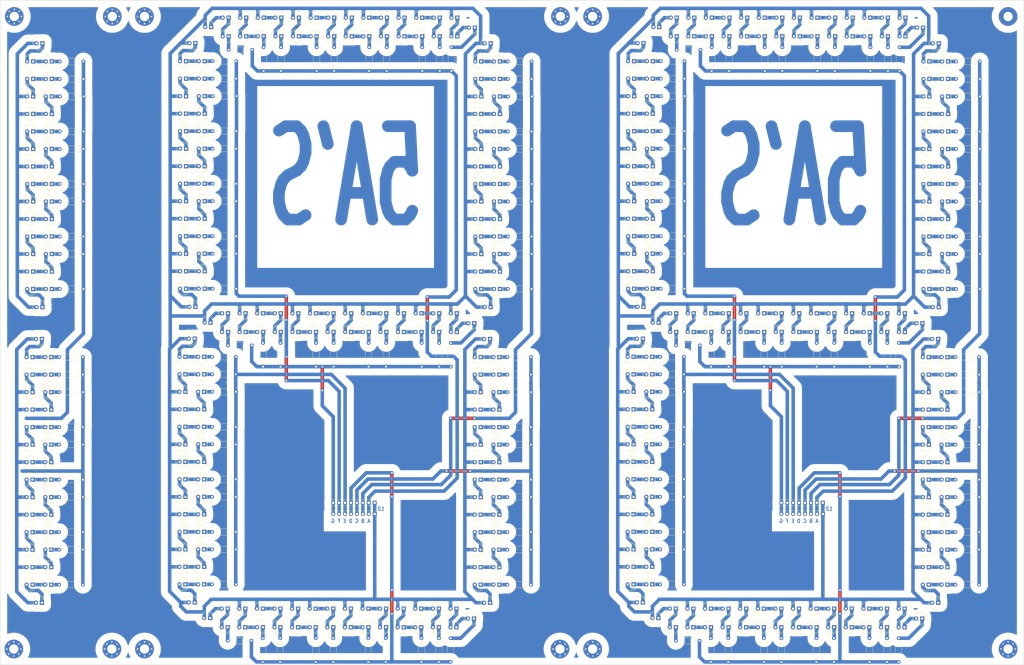
<source format=kicad_pcb>
(kicad_pcb (version 20211014) (generator pcbnew)
  (layers (0 "F.Cu" signal) (31 "B.Cu" signal) (34 "B.Paste" user) (35 "F.Paste" user) (36 "B.SilkS" user "B.Silkscreen") (37 "F.SilkS" user "F.Silkscreen") (38 "B.Mask" user) (39 "F.Mask" user) (44 "Edge.Cuts" user))
  (net 0 "")
  (footprint "LED_THT:LED_D5.0mm" (layer "F.Cu") (at 432.62513 193.942574 180)
    (fp_text reference "REF**" hide)
    (fp_text value "LED_D5.0mm" hide)
  )
  (footprint "Resistor_THT:R_Axial_DIN0207_L6.3mm_D2.5mm_P10.16mm_Horizontal" (layer "F.Cu") (at 597.93004 138.04508 180)
    (fp_text reference "REF**" hide)
    (fp_text value "R_Axial_DIN0207_L6.3mm_D2.5mm_P10.16mm_Horizontal" hide)
  )
  (footprint "LED_THT:LED_D5.0mm" (layer "F.Cu") (at 702.875 108.170074 180)
    (fp_text reference "REF**" hide)
    (fp_text value "LED_D5.0mm" hide)
  )
  (footprint "Resistor_THT:R_Axial_DIN0207_L6.3mm_D2.5mm_P10.16mm_Horizontal" (layer "F.Cu") (at 609.465 208.772574 90)
    (fp_text reference "REF**" hide)
    (fp_text value "R_Axial_DIN0207_L6.3mm_D2.5mm_P10.16mm_Horizontal" hide)
  )
  (footprint "LED_THT:LED_D5.0mm" (layer "F.Cu") (at 711.12496 -33.499932 180)
    (fp_text reference "REF**" hide)
    (fp_text value "LED_D5.0mm" hide)
  )
  (footprint "LED_THT:LED_D5.0mm" (layer "F.Cu") (at 432.76013 67.420074 180)
    (fp_text reference "REF**" hide)
    (fp_text value "LED_D5.0mm" hide)
  )
  (footprint "LED_THT:LED_D5.0mm" (layer "F.Cu") (at 326.87526 100.670074 180)
    (fp_text reference "REF**" hide)
    (fp_text value "LED_D5.0mm" hide)
  )
  (footprint "LED_THT:LED_D5.0mm" (layer "F.Cu") (at 519.12509 -40.999932 180)
    (fp_text reference "REF**" hide)
    (fp_text value "LED_D5.0mm" hide)
  )
  (footprint "Resistor_THT:R_Axial_DIN0207_L6.3mm_D2.5mm_P10.16mm_Horizontal" (layer "F.Cu") (at 340.68022 -10.999932 180)
    (fp_text reference "REF**" hide)
    (fp_text value "R_Axial_DIN0207_L6.3mm_D2.5mm_P10.16mm_Horizontal" hide)
  )
  (footprint "LED_THT:LED_D5.0mm" (layer "F.Cu") (at 384.37517 175.54508 180)
    (fp_text reference "REF**" hide)
    (fp_text value "LED_D5.0mm" hide)
  )
  (footprint "LED_THT:LED_D5.0mm" (layer "F.Cu") (at 492.94513 193.942574 180)
    (fp_text reference "REF**" hide)
    (fp_text value "LED_D5.0mm" hide)
  )
  (footprint "LED_THT:LED_D5.0mm" (layer "F.Cu") (at 511.12509 19.000068 180)
    (fp_text reference "REF**" hide)
    (fp_text value "LED_D5.0mm" hide)
  )
  (footprint "LED_THT:LED_D5.0mm" (layer "F.Cu") (at 327.12522 26.500068 180)
    (fp_text reference "REF**" hide)
    (fp_text value "LED_D5.0mm" hide)
  )
  (footprint "LED_THT:LED_D5.0mm" (layer "F.Cu") (at 632.165 193.942574 180)
    (fp_text reference "REF**" hide)
    (fp_text value "LED_D5.0mm" hide)
  )
  (footprint "LED_THT:LED_D5.0mm" (layer "F.Cu") (at 388.37517 183.29508 180)
    (fp_text reference "REF**" hide)
    (fp_text value "LED_D5.0mm" hide)
  )
  (footprint "LED_THT:LED_D5.0mm" (layer "F.Cu") (at 384.37517 100.54508 180)
    (fp_text reference "REF**" hide)
    (fp_text value "LED_D5.0mm" hide)
  )
  (footprint "LED_THT:LED_D5.0mm" (layer "F.Cu") (at 322.87526 70.420074 180)
    (fp_text reference "REF**" hide)
    (fp_text value "LED_D5.0mm" hide)
  )
  (footprint "LED_THT:LED_D5.0mm" (layer "F.Cu") (at 670 59.420074 180)
    (fp_text reference "REF**" hide)
    (fp_text value "LED_D5.0mm" hide)
  )
  (footprint "LED_THT:LED_D5.0mm" (layer "F.Cu") (at 670.24996 -67.249932 180)
    (fp_text reference "REF**" hide)
    (fp_text value "LED_D5.0mm" hide)
  )
  (footprint "Resistor_THT:R_Axial_DIN0207_L6.3mm_D2.5mm_P10.16mm_Horizontal" (layer "F.Cu") (at 406.18013 48.875074 180)
    (fp_text reference "REF**" hide)
    (fp_text value "R_Axial_DIN0207_L6.3mm_D2.5mm_P10.16mm_Horizontal" hide)
  )
  (footprint "LED_THT:LED_D5.0mm" (layer "F.Cu") (at 510.87513 160.670074 180)
    (fp_text reference "REF**" hide)
    (fp_text value "LED_D5.0mm" hide)
  )
  (footprint "Resistor_THT:R_Axial_DIN0207_L6.3mm_D2.5mm_P10.16mm_Horizontal" (layer "F.Cu") (at 412.62513 199.692574 180)
    (fp_text reference "REF**" hide)
    (fp_text value "R_Axial_DIN0207_L6.3mm_D2.5mm_P10.16mm_Horizontal" hide)
  )
  (footprint "LED_THT:LED_D5.0mm" (layer "F.Cu") (at 576.625 -18.624926 180)
    (fp_text reference "REF**" hide)
    (fp_text value "LED_D5.0mm" hide)
  )
  (footprint "LED_THT:LED_D5.0mm" (layer "F.Cu") (at 319.12522 -40.999932 180)
    (fp_text reference "REF**" hide)
    (fp_text value "LED_D5.0mm" hide)
  )
  (footprint "LED_THT:LED_D5.0mm" (layer "F.Cu") (at 500.87009 -59.249932 180)
    (fp_text reference "REF**" hide)
    (fp_text value "LED_D5.0mm" hide)
  )
  (footprint "LED_THT:LED_D5.0mm" (layer "F.Cu") (at 384.62513 26.375074 180)
    (fp_text reference "REF**" hide)
    (fp_text value "LED_D5.0mm" hide)
  )
  (footprint "LED_THT:LED_D5.0mm" (layer "F.Cu") (at 617.46996 -67.249932 180)
    (fp_text reference "REF**" hide)
    (fp_text value "LED_D5.0mm" hide)
  )
  (footprint "LED_THT:LED_D5.0mm" (layer "F.Cu") (at 711.12496 -18.499932 180)
    (fp_text reference "REF**" hide)
    (fp_text value "LED_D5.0mm" hide)
  )
  (footprint "Resistor_THT:R_Axial_DIN0207_L6.3mm_D2.5mm_P10.16mm_Horizontal" (layer "F.Cu") (at 724.43 85.670074 180)
    (fp_text reference "REF**" hide)
    (fp_text value "R_Axial_DIN0207_L6.3mm_D2.5mm_P10.16mm_Horizontal" hide)
  )
  (footprint "LED_THT:LED_D5.0mm" (layer "F.Cu") (at 594.465 185.942574 180)
    (fp_text reference "REF**" hide)
    (fp_text value "LED_D5.0mm" hide)
  )
  (footprint "LED_THT:LED_D5.0mm" (layer "F.Cu") (at 703.12496 11.500068 180)
    (fp_text reference "REF**" hide)
    (fp_text value "LED_D5.0mm" hide)
  )
  (footprint "LED_THT:LED_D5.0mm" (layer "F.Cu") (at 576.37504 145.54508 180)
    (fp_text reference "REF**" hide)
    (fp_text value "LED_D5.0mm" hide)
  )
  (footprint "LED_THT:LED_D5.0mm" (layer "F.Cu") (at 711.12496 26.500068 180)
    (fp_text reference "REF**" hide)
    (fp_text value "LED_D5.0mm" hide)
  )
  (footprint "Resistor_THT:R_Axial_DIN0207_L6.3mm_D2.5mm_P10.16mm_Horizontal" (layer "F.Cu") (at 532.43013 78.170074 180)
    (fp_text reference "REF**" hide)
    (fp_text value "R_Axial_DIN0207_L6.3mm_D2.5mm_P10.16mm_Horizontal" hide)
  )
  (footprint "LED_THT:LED_D5.0mm" (layer "F.Cu") (at 508.14013 63.670074 180)
    (fp_text reference "REF**" hide)
    (fp_text value "LED_D5.0mm" hide)
  )
  (footprint "Resistor_THT:R_Axial_DIN0207_L6.3mm_D2.5mm_P10.16mm_Horizontal" (layer "F.Cu") (at 340.43026 108.170074 180)
    (fp_text reference "REF**" hide)
    (fp_text value "R_Axial_DIN0207_L6.3mm_D2.5mm_P10.16mm_Horizontal" hide)
  )
  (footprint "LED_THT:LED_D5.0mm" (layer "F.Cu") (at 703.12496 -25.999932 180)
    (fp_text reference "REF**" hide)
    (fp_text value "LED_D5.0mm" hide)
  )
  (footprint "LED_THT:LED_D5.0mm" (layer "F.Cu") (at 440.55009 -67.249932 180)
    (fp_text reference "REF**" hide)
    (fp_text value "LED_D5.0mm" hide)
  )
  (footprint "LED_THT:LED_D5.0mm" (layer "F.Cu") (at 485.40513 193.942574 180)
    (fp_text reference "REF**" hide)
    (fp_text value "LED_D5.0mm" hide)
  )
  (footprint "LED_THT:LED_D5.0mm" (layer "F.Cu") (at 440.30013 59.420074 180)
    (fp_text reference "REF**" hide)
    (fp_text value "LED_D5.0mm" hide)
  )
  (footprint "Resistor_THT:R_Axial_DIN0207_L6.3mm_D2.5mm_P10.16mm_Horizontal" (layer "F.Cu") (at 604.625 199.692574 180)
    (fp_text reference "REF**" hide)
    (fp_text value "R_Axial_DIN0207_L6.3mm_D2.5mm_P10.16mm_Horizontal" hide)
  )
  (footprint "LED_THT:LED_D5.0mm" (layer "F.Cu") (at 609.545 185.942574 180)
    (fp_text reference "REF**" hide)
    (fp_text value "LED_D5.0mm" hide)
  )
  (footprint "LED_THT:LED_D5.0mm" (layer "F.Cu") (at 485.40513 185.942574 180)
    (fp_text reference "REF**" hide)
    (fp_text value "LED_D5.0mm" hide)
  )
  (footprint "LED_THT:LED_D5.0mm" (layer "F.Cu") (at 519.12509 -33.499932 180)
    (fp_text reference "REF**" hide)
    (fp_text value "LED_D5.0mm" hide)
  )
  (footprint "LED_THT:LED_D5.0mm" (layer "F.Cu") (at 700.005 190.192574 180)
    (fp_text reference "REF**" hide)
    (fp_text value "LED_D5.0mm" hide)
  )
  (footprint "LED_THT:LED_D5.0mm" (layer "F.Cu") (at 584.625 -41.124926 180)
    (fp_text reference "REF**" hide)
    (fp_text value "LED_D5.0mm" hide)
  )
  (footprint "LED_THT:LED_D5.0mm" (layer "F.Cu") (at 584.37504 78.04508 180)
    (fp_text reference "REF**" hide)
    (fp_text value "LED_D5.0mm" hide)
  )
  (footprint "LED_THT:LED_D5.0mm" (layer "F.Cu") (at 318.87526 145.670074 180)
    (fp_text reference "REF**" hide)
    (fp_text value "LED_D5.0mm" hide)
  )
  (footprint "LED_THT:LED_D5.0mm" (layer "F.Cu") (at 327.12522 19.000068 180)
    (fp_text reference "REF**" hide)
    (fp_text value "LED_D5.0mm" hide)
  )
  (footprint "LED_THT:LED_D5.0mm" (layer "F.Cu") (at 392.37517 85.54508 180)
    (fp_text reference "REF**" hide)
    (fp_text value "LED_D5.0mm" hide)
  )
  (footprint "LED_THT:LED_D5.0mm" (layer "F.Cu") (at 392.37517 78.04508 180)
    (fp_text reference "REF**" hide)
    (fp_text value "LED_D5.0mm" hide)
  )
  (footprint "Resistor_THT:R_Axial_DIN0207_L6.3mm_D2.5mm_P10.16mm_Horizontal" (layer "F.Cu") (at 724.43 78.170074 180)
    (fp_text reference "REF**" hide)
    (fp_text value "R_Axial_DIN0207_L6.3mm_D2.5mm_P10.16mm_Horizontal" hide)
  )
  (footprint "Resistor_THT:R_Axial_DIN0207_L6.3mm_D2.5mm_P10.16mm_Horizontal" (layer "F.Cu") (at 724.67996 -18.499932 180)
    (fp_text reference "REF**" hide)
    (fp_text value "R_Axial_DIN0207_L6.3mm_D2.5mm_P10.16mm_Horizontal" hide)
  )
  (footprint "LED_THT:LED_D5.0mm" (layer "F.Cu") (at 518.87513 138.170074 180)
    (fp_text reference "REF**" hide)
    (fp_text value "LED_D5.0mm" hide)
  )
  (footprint "Resistor_THT:R_Axial_DIN0207_L6.3mm_D2.5mm_P10.16mm_Horizontal" (layer "F.Cu") (at 340.68022 -18.499932 180)
    (fp_text reference "REF**" hide)
    (fp_text value "R_Axial_DIN0207_L6.3mm_D2.5mm_P10.16mm_Horizontal" hide)
  )
  (footprint "LED_THT:LED_D5.0mm" (layer "F.Cu") (at 326.87526 85.670074 180)
    (fp_text reference "REF**" hide)
    (fp_text value "LED_D5.0mm" hide)
  )
  (footprint "LED_THT:LED_D5.0mm" (layer "F.Cu") (at 703.12496 4.000068 180)
    (fp_text reference "REF**" hide)
    (fp_text value "LED_D5.0mm" hide)
  )
  (footprint "LED_THT:LED_D5.0mm" (layer "F.Cu") (at 508.39009 -62.999932 180)
    (fp_text reference "REF**" hide)
    (fp_text value "LED_D5.0mm" hide)
  )
  (footprint "LED_THT:LED_D5.0mm" (layer "F.Cu") (at 702.875 130.670074 180)
    (fp_text reference "REF**" hide)
    (fp_text value "LED_D5.0mm" hide)
  )
  (footprint "LED_THT:LED_D5.0mm" (layer "F.Cu") (at 326.87526 78.170074 180)
    (fp_text reference "REF**" hide)
    (fp_text value "LED_D5.0mm" hide)
  )
  (footprint "LED_THT:LED_D5.0mm" (layer "F.Cu") (at 711.12496 19.000068 180)
    (fp_text reference "REF**" hide)
    (fp_text value "LED_D5.0mm" hide)
  )
  (footprint "LED_THT:LED_D5.0mm" (layer "F.Cu") (at 647.245 193.942574 180)
    (fp_text reference "REF**" hide)
    (fp_text value "LED_D5.0mm" hide)
  )
  (footprint "LED_THT:LED_D5.0mm" (layer "F.Cu") (at 485.54013 59.420074 180)
    (fp_text reference "REF**" hide)
    (fp_text value "LED_D5.0mm" hide)
  )
  (footprint "LED_THT:LED_D5.0mm" (layer "F.Cu") (at 576.37504 108.04508 180)
    (fp_text reference "REF**" hide)
    (fp_text value "LED_D5.0mm" hide)
  )
  (footprint "LED_THT:LED_D5.0mm" (layer "F.Cu") (at 384.37517 115.54508 180)
    (fp_text reference "REF**" hide)
    (fp_text value "LED_D5.0mm" hide)
  )
  (footprint "Resistor_THT:R_Axial_DIN0207_L6.3mm_D2.5mm_P10.16mm_Horizontal" (layer "F.Cu") (at 340.43026 115.670074 180)
    (fp_text reference "REF**" hide)
    (fp_text value "R_Axial_DIN0207_L6.3mm_D2.5mm_P10.16mm_Horizontal" hide)
  )
  (footprint "LED_THT:LED_D5.0mm" (layer "F.Cu") (at 710.875 100.670074 180)
    (fp_text reference "REF**" hide)
    (fp_text value "LED_D5.0mm" hide)
  )
  (footprint "Resistor_THT:R_Axial_DIN0207_L6.3mm_D2.5mm_P10.16mm_Horizontal" (layer "F.Cu") (at 597.93004 160.54508 180)
    (fp_text reference "REF**" hide)
    (fp_text value "R_Axial_DIN0207_L6.3mm_D2.5mm_P10.16mm_Horizontal" hide)
  )
  (footprint "LED_THT:LED_D5.0mm" (layer "F.Cu") (at 584.625 3.875074 180)
    (fp_text reference "REF**" hide)
    (fp_text value "LED_D5.0mm" hide)
  )
  (footprint "LED_THT:LED_D5.0mm" (layer "F.Cu") (at 392.62513 48.875074 180)
    (fp_text reference "REF**" hide)
    (fp_text value "LED_D5.0mm" hide)
  )
  (footprint "Resistor_THT:R_Axial_DIN0207_L6.3mm_D2.5mm_P10.16mm_Horizontal" (layer "F.Cu") (at 340.68022 4.000068 180)
    (fp_text reference "REF**" hide)
    (fp_text value "R_Axial_DIN0207_L6.3mm_D2.5mm_P10.16mm_Horizontal" hide)
  )
  (footprint "LED_THT:LED_D5.0mm" (layer "F.Cu") (at 492.94513 185.942574 180)
    (fp_text reference "REF**" hide)
    (fp_text value "LED_D5.0mm" hide)
  )
  (footprint "LED_THT:LED_D5.0mm" (layer "F.Cu") (at 707.12496 56.750068 180)
    (fp_text reference "REF**" hide)
    (fp_text value "LED_D5.0mm" hide)
  )
  (footprint "LED_THT:LED_D5.0mm" (layer "F.Cu") (at 485.79009 -59.249932 180)
    (fp_text reference "REF**" hide)
    (fp_text value "LED_D5.0mm" hide)
  )
  (footprint "LED_THT:LED_D5.0mm" (layer "F.Cu") (at 580.625 -56.374926 180)
    (fp_text reference "REF**" hide)
    (fp_text value "LED_D5.0mm" hide)
  )
  (footprint "LED_THT:LED_D5.0mm" (layer "F.Cu") (at 647.62996 -67.249932 180)
    (fp_text reference "REF**" hide)
    (fp_text value "LED_D5.0mm" hide)
  )
  (footprint "LED_THT:LED_D5.0mm" (layer "F.Cu") (at 511.12509 41.500068 180)
    (fp_text reference "REF**" hide)
    (fp_text value "LED_D5.0mm" hide)
  )
  (footprint "LED_THT:LED_D5.0mm" (layer "F.Cu") (at 326.87526 145.670074 180)
    (fp_text reference "REF**" hide)
    (fp_text value "LED_D5.0mm" hide)
  )
  (footprint "LED_THT:LED_D5.0mm" (layer "F.Cu") (at 478.25009 -59.249932 180)
    (fp_text reference "REF**" hide)
    (fp_text value "LED_D5.0mm" hide)
  )
  (footprint "LED_THT:LED_D5.0mm" (layer "F.Cu") (at 703.12496 49.000068 180)
    (fp_text reference "REF**" hide)
    (fp_text value "LED_D5.0mm" hide)
  )
  (footprint "Resistor_THT:R_Axial_DIN0207_L6.3mm_D2.5mm_P10.16mm_Horizontal" (layer "F.Cu") (at 684.965 208.772574 90)
    (fp_text reference "REF**" hide)
    (fp_text value "R_Axial_DIN0207_L6.3mm_D2.5mm_P10.16mm_Horizontal" hide)
  )
  (footprint "Connector_PinHeader_2.54mm:PinHeader_1x08_P2.54mm_Vertical" (layer "F.Cu") (at 465.44013 140.6 -90)
    (fp_text reference "REF**" hide)
    (fp_text value "PinHeader_1x08_P2.54mm_Vertical" hide)
  )
  (footprint "LED_THT:LED_D5.0mm" (layer "F.Cu") (at 519.12509 4.000068 180)
    (fp_text reference "REF**" hide)
    (fp_text value "LED_D5.0mm" hide)
  )
  (footprint "LED_THT:LED_D5.0mm" (layer "F.Cu") (at 584.37504 160.54508 180)
    (fp_text reference "REF**" hide)
    (fp_text value "LED_D5.0mm" hide)
  )
  (footprint "LED_THT:LED_D5.0mm" (layer "F.Cu") (at 319.12522 -18.499932 180)
    (fp_text reference "REF**" hide)
    (fp_text value "LED_D5.0mm" hide)
  )
  (footprint "LED_THT:LED_D5.0mm" (layer "F.Cu") (at 323.12522 56.750068 180)
    (fp_text reference "REF**" hide)
    (fp_text value "LED_D5.0mm" hide)
  )
  (footprint "LED_THT:LED_D5.0mm" (layer "F.Cu") (at 624.625 185.942574 180)
    (fp_text reference "REF**" hide)
    (fp_text value "LED_D5.0mm" hide)
  )
  (footprint "LED_THT:LED_D5.0mm" (layer "F.Cu") (at 576.37504 78.04508 180)
    (fp_text reference "REF**" hide)
    (fp_text value "LED_D5.0mm" hide)
  )
  (footprint "LED_THT:LED_D5.0mm" (layer "F.Cu") (at 447.84013 67.420074 180)
    (fp_text reference "REF**" hide)
    (fp_text value "LED_D5.0mm" hide)
  )
  (footprint "LED_THT:LED_D5.0mm" (layer "F.Cu") (at 500.48513 185.942574 180)
    (fp_text reference "REF**" hide)
    (fp_text value "LED_D5.0mm" hide)
  )
  (footprint "Resistor_THT:R_Axial_DIN0207_L6.3mm_D2.5mm_P10.16mm_Horizontal" (layer "F.Cu") (at 485.60013 82.250074 90)
    (fp_text reference "REF**" hide)
    (fp_text value "R_Axial_DIN0207_L6.3mm_D2.5mm_P10.16mm_Horizontal" hide)
  )
  (footprint "Resistor_THT:R_Axial_DIN0207_L6.3mm_D2.5mm_P10.16mm_Horizontal" (layer "F.Cu") (at 532.68009 26.500068 180)
    (fp_text reference "REF**" hide)
    (fp_text value "R_Axial_DIN0207_L6.3mm_D2.5mm_P10.16mm_Horizontal" hide)
  )
  (footprint "LED_THT:LED_D5.0mm" (layer "F.Cu") (at 511.12509 26.500068 180)
    (fp_text reference "REF**" hide)
    (fp_text value "LED_D5.0mm" hide)
  )
  (footprint "LED_THT:LED_D5.0mm" (layer "F.Cu") (at 625.00996 -59.249932 180)
    (fp_text reference "REF**" hide)
    (fp_text value "LED_D5.0mm" hide)
  )
  (footprint "LED_THT:LED_D5.0mm" (layer "F.Cu") (at 515.12509 -56.249932 180)
    (fp_text reference "REF**" hide)
    (fp_text value "LED_D5.0mm" hide)
  )
  (footprint "LED_THT:LED_D5.0mm" (layer "F.Cu") (at 692.62 67.420074 180)
    (fp_text reference "REF**" hide)
    (fp_text value "LED_D5.0mm" hide)
  )
  (footprint "LED_THT:LED_D5.0mm" (layer "F.Cu") (at 327.12522 34.000068 180)
    (fp_text reference "REF**" hide)
    (fp_text value "LED_D5.0mm" hide)
  )
  (footprint "LED_THT:LED_D5.0mm" (layer "F.Cu") (at 433.01009 -67.249932 180)
    (fp_text reference "REF**" hide)
    (fp_text value "LED_D5.0mm" hide)
  )
  (footprint "LED_THT:LED_D5.0mm" (layer "F.Cu") (at 662.46 59.420074 180)
    (fp_text reference "REF**" hide)
    (fp_text value "LED_D5.0mm" hide)
  )
  (footprint "LED_THT:LED_D5.0mm" (layer "F.Cu") (at 392.37517 145.54508 180)
    (fp_text reference "REF**" hide)
    (fp_text value "LED_D5.0mm" hide)
  )
  (footprint "THTJumpers:Jumper_P10.16mm_D0.7mm" (layer "F.Cu") (at 427.60013 62.23 90)
    (fp_text reference "REF**" hide)
    (fp_text value "Jumper_P10.16mm_D0.7mm" hide)
  )
  (footprint "LED_THT:LED_D5.0mm" (layer "F.Cu") (at 384.37517 160.54508 180)
    (fp_text reference "REF**" hide)
    (fp_text value "LED_D5.0mm" hide)
  )
  (footprint "LED_THT:LED_D5.0mm" (layer "F.Cu") (at 710.875 168.170074 180)
    (fp_text reference "REF**" hide)
    (fp_text value "LED_D5.0mm" hide)
  )
  (footprint "LED_THT:LED_D5.0mm" (layer "F.Cu") (at 654.785 185.942574 180)
    (fp_text reference "REF**" hide)
    (fp_text value "LED_D5.0mm" hide)
  )
  (footprint "LED_THT:LED_D5.0mm" (layer "F.Cu") (at 511.12509 -48.499932 180)
    (fp_text reference "REF**" hide)
    (fp_text value "LED_D5.0mm" hide)
  )
  (footprint "LED_THT:LED_D5.0mm" (layer "F.Cu") (at 576.625 41.375074 180)
    (fp_text reference "REF**" hide)
    (fp_text value "LED_D5.0mm" hide)
  )
  (footprint "Resistor_THT:R_Axial_DIN0207_L6.3mm_D2.5mm_P10.16mm_Horizontal" (layer "F.Cu") (at 405.93017 78.04508 180)
    (fp_text reference "REF**" hide)
    (fp_text value "R_Axial_DIN0207_L6.3mm_D2.5mm_P10.16mm_Horizontal" hide)
  )
  (footprint "LED_THT:LED_D5.0mm" (layer "F.Cu") (at 594.87496 -59.249932 180)
    (fp_text reference "REF**" hide)
    (fp_text value "LED_D5.0mm" hide)
  )
  (footprint "Resistor_THT:R_Axial_DIN0207_L6.3mm_D2.5mm_P10.16mm_Horizontal" (layer "F.Cu") (at 340.68022 -48.499932 180)
    (fp_text reference "REF**" hide)
    (fp_text value "R_Axial_DIN0207_L6.3mm_D2.5mm_P10.16mm_Horizontal" hide)
  )
  (footprint "LED_THT:LED_D5.0mm" (layer "F.Cu") (at 702.875 145.670074 180)
    (fp_text reference "REF**" hide)
    (fp_text value "LED_D5.0mm" hide)
  )
  (footprint "Resistor_THT:R_Axial_DIN0207_L6.3mm_D2.5mm_P10.16mm_Horizontal" (layer "F.Cu") (at 447.71513 208.772574 90)
    (fp_text reference "REF**" hide)
    (fp_text value "R_Axial_DIN0207_L6.3mm_D2.5mm_P10.16mm_Horizontal" hide)
  )
  (footprint "LED_THT:LED_D5.0mm" (layer "F.Cu") (at 392.37517 123.04508 180)
    (fp_text reference "REF**" hide)
    (fp_text value "LED_D5.0mm" hide)
  )
  (footprint "LED_THT:LED_D5.0mm" (layer "F.Cu") (at 425.47009 -67.249932 180)
    (fp_text reference "REF**" hide)
    (fp_text value "LED_D5.0mm" hide)
  )
  (footprint "LED_THT:LED_D5.0mm" (layer "F.Cu") (at 647.245 185.942574 180)
    (fp_text reference "REF**" hide)
    (fp_text value "LED_D5.0mm" hide)
  )
  (footprint "Resistor_THT:R_Axial_DIN0207_L6.3mm_D2.5mm_P10.16mm_Horizontal" (layer "F.Cu") (at 340.68022 -40.999932 180)
    (fp_text reference "REF**" hide)
    (fp_text value "R_Axial_DIN0207_L6.3mm_D2.5mm_P10.16mm_Horizontal" hide)
  )
  (footprint "LED_THT:LED_D5.0mm" (layer "F.Cu") (at 700.14 63.670074 180)
    (fp_text reference "REF**" hide)
    (fp_text value "LED_D5.0mm" hide)
  )
  (footprint "LED_THT:LED_D5.0mm" (layer "F.Cu") (at 455.24513 193.942574 180)
    (fp_text reference "REF**" hide)
    (fp_text value "LED_D5.0mm" hide)
  )
  (footprint "LED_THT:LED_D5.0mm" (layer "F.Cu") (at 511.12509 11.500068 180)
    (fp_text reference "REF**" hide)
    (fp_text value "LED_D5.0mm" hide)
  )
  (footprint "Resistor_THT:R_Axial_DIN0207_L6.3mm_D2.5mm_P10.16mm_Horizontal" (layer "F.Cu") (at 597.93004 78.04508 180)
    (fp_text reference "REF**" hide)
    (fp_text value "R_Axial_DIN0207_L6.3mm_D2.5mm_P10.16mm_Horizontal" hide)
  )
  (footprint "LED_THT:LED_D5.0mm" (layer "F.Cu") (at 392.62513 -3.624926 180)
    (fp_text reference "REF**" hide)
    (fp_text value "LED_D5.0mm" hide)
  )
  (footprint "Resistor_THT:R_Axial_DIN0207_L6.3mm_D2.5mm_P10.16mm_Horizontal" (layer "F.Cu") (at 598.18 -11.124926 180)
    (fp_text reference "REF**" hide)
    (fp_text value "R_Axial_DIN0207_L6.3mm_D2.5mm_P10.16mm_Horizontal" hide)
  )
  (footprint "Resistor_THT:R_Axial_DIN0207_L6.3mm_D2.5mm_P10.16mm_Horizontal" (layer "F.Cu") (at 340.68022 49.000068 180)
    (fp_text reference "REF**" hide)
    (fp_text value "R_Axial_DIN0207_L6.3mm_D2.5mm_P10.16mm_Horizontal" hide)
  )
  (footprint "LED_THT:LED_D5.0mm" (layer "F.Cu") (at 576.625 3.875074 180)
    (fp_text reference "REF**" hide)
    (fp_text value "LED_D5.0mm" hide)
  )
  (footprint "LED_THT:LED_D5.0mm" (layer "F.Cu") (at 586.99 189.942574 180)
    (fp_text reference "REF**" hide)
    (fp_text value "LED_D5.0mm" hide)
  )
  (footprint "LED_THT:LED_D5.0mm" (layer "F.Cu") (at 609.68 67.420074 180)
    (fp_text reference "REF**" hide)
    (fp_text value "LED_D5.0mm" hide)
  )
  (footprint "Resistor_THT:R_Axial_DIN0207_L6.3mm_D2.5mm_P10.16mm_Horizontal" (layer "F.Cu") (at 448.10009 -44.419932 90)
    (fp_text reference "REF**" hide)
    (fp_text value "R_Axial_DIN0207_L6.3mm_D2.5mm_P10.16mm_Horizontal" hide)
  )
  (footprint "LED_THT:LED_D5.0mm" (layer "F.Cu") (at 662.325 185.942574 180)
    (fp_text reference "REF**" hide)
    (fp_text value "LED_D5.0mm" hide)
  )
  (footprint "LED_THT:LED_D5.0mm" (layer "F.Cu") (at 703.12496 -10.999932 180)
    (fp_text reference "REF**" hide)
    (fp_text value "LED_D5.0mm" hide)
  )
  (footprint "Resistor_THT:R_Axial_DIN0207_L6.3mm_D2.5mm_P10.16mm_Horizontal" (layer "F.Cu") (at 406.18013 -41.124926 180)
    (fp_text reference "REF**" hide)
    (fp_text value "R_Axial_DIN0207_L6.3mm_D2.5mm_P10.16mm_Horizontal" hide)
  )
  (footprint "LED_THT:LED_D5.0mm" (layer "F.Cu") (at 602.14 59.420074 180)
    (fp_text reference "REF**" hide)
    (fp_text value "LED_D5.0mm" hide)
  )
  (footprint "Resistor_THT:R_Axial_DIN0207_L6.3mm_D2.5mm_P10.16mm_Horizontal" (layer "F.Cu") (at 497.96513 208.772574 90)
    (fp_text reference "REF**" hide)
    (fp_text value "R_Axial_DIN0207_L6.3mm_D2.5mm_P10.16mm_Horizontal" hide)
  )
  (footprint "LED_THT:LED_D5.0mm" (layer "F.Cu") (at 519.12509 -25.999932 180)
    (fp_text reference "REF**" hide)
    (fp_text value "LED_D5.0mm" hide)
  )
  (footprint "LED_THT:LED_D5.0mm" (layer "F.Cu") (at 584.37504 175.54508 180)
    (fp_text reference "REF**" hide)
    (fp_text value "LED_D5.0mm" hide)
  )
  (footprint "LED_THT:LED_D5.0mm" (layer "F.Cu") (at 319.12522 -10.999932 180)
    (fp_text reference "REF**" hide)
    (fp_text value "LED_D5.0mm" hide)
  )
  (footprint "THTJumpers:Jumper_P10.16mm_D0.7mm" (layer "F.Cu") (at 506.40013 127 180)
    (fp_text reference "REF**" hide)
    (fp_text value "Jumper_P10.16mm_D0.7mm" hide)
  )
  (footprint "LED_THT:LED_D5.0mm" (layer "F.Cu") (at 493.08013 59.420074 180)
    (fp_text reference "REF**" hide)
    (fp_text value "LED_D5.0mm" hide)
  )
  (footprint "Resistor_THT:R_Axial_DIN0207_L6.3mm_D2.5mm_P10.16mm_Horizontal" (layer "F.Cu") (at 654.715 208.772574 90)
    (fp_text reference "REF**" hide)
    (fp_text value "R_Axial_DIN0207_L6.3mm_D2.5mm_P10.16mm_Horizontal" hide)
  )
  (footprint "LED_THT:LED_D5.0mm" (layer "F.Cu") (at 647.38 67.420074 180)
    (fp_text reference "REF**" hide)
    (fp_text value "LED_D5.0mm" hide)
  )
  (footprint "MountingHole:MountingHole_4mm_Pad_Via" (layer "F.Cu") (at 736.85 203.250074)
    (fp_text reference "REF**" hide)
    (fp_text value "MountingHole_4mm_Pad_Via" hide)
  )
  (footprint "LED_THT:LED_D5.0mm" (layer "F.Cu") (at 707.12496 -56.249932 180)
    (fp_text reference "REF**" hide)
    (fp_text value "LED_D5.0mm" hide)
  )
  (footprint "Resistor_THT:R_Axial_DIN0207_L6.3mm_D2.5mm_P10.16mm_Horizontal" (layer "F.Cu") (at 609.84996 -44.419932 90)
    (fp_text reference "REF**" hide)
    (fp_text value "R_Axial_DIN0207_L6.3mm_D2.5mm_P10.16mm_Horizontal" hide)
  )
  (footprint "LED_THT:LED_D5.0mm" (layer "F.Cu") (at 584.37504 153.04508 180)
    (fp_text reference "REF**" hide)
    (fp_text value "LED_D5.0mm" hide)
  )
  (footprint "LED_THT:LED_D5.0mm" (layer "F.Cu") (at 455.63009 -67.249932 180)
    (fp_text reference "REF**" hide)
    (fp_text value "LED_D5.0mm" hide)
  )
  (footprint "LED_THT:LED_D5.0mm" (layer "F.Cu") (at 703.12496 26.500068 180)
    (fp_text reference "REF**" hide)
    (fp_text value "LED_D5.0mm" hide)
  )
  (footprint "LED_THT:LED_D5.0mm" (layer "F.Cu") (at 477.86513 193.942574 180)
    (fp_text reference "REF**" hide)
    (fp_text value "LED_D5.0mm" hide)
  )
  (footprint "Resistor_THT:R_Axial_DIN0207_L6.3mm_D2.5mm_P10.16mm_Horizontal" (layer "F.Cu") (at 532.68009 -48.499932 180)
    (fp_text reference "REF**" hide)
    (fp_text value "R_Axial_DIN0207_L6.3mm_D2.5mm_P10.16mm_Horizontal" hide)
  )
  (footprint "LED_THT:LED_D5.0mm" (layer "F.Cu") (at 318.87526 138.170074 180)
    (fp_text reference "REF**" hide)
    (fp_text value "LED_D5.0mm" hide)
  )
  (footprint "Resistor_THT:R_Axial_DIN0207_L6.3mm_D2.5mm_P10.16mm_Horizontal" (layer "F.Cu") (at 405.93017 108.04508 180)
    (fp_text reference "REF**" hide)
    (fp_text value "R_Axial_DIN0207_L6.3mm_D2.5mm_P10.16mm_Horizontal" hide)
  )
  (footprint "Resistor_THT:R_Axial_DIN0207_L6.3mm_D2.5mm_P10.16mm_Horizontal" (layer "F.Cu") (at 724.43 175.670074 180)
    (fp_text reference "REF**" hide)
    (fp_text value "R_Axial_DIN0207_L6.3mm_D2.5mm_P10.16mm_Horizontal" hide)
  )
  (footprint "LED_THT:LED_D5.0mm" (layer "F.Cu") (at 511.12509 -3.499932 180)
    (fp_text reference "REF**" hide)
    (fp_text value "LED_D5.0mm" hide)
  )
  (footprint "LED_THT:LED_D5.0mm" (layer "F.Cu") (at 624.76 59.420074 180)
    (fp_text reference "REF**" hide)
    (fp_text value "LED_D5.0mm" hide)
  )
  (footprint "THTJumpers:Jumper_P10.16mm_D0.7mm" (layer "F.Cu") (at 472.80013 127.77 -90)
    (fp_text reference "REF**" hide)
    (fp_text value "Jumper_P10.16mm_D0.7mm" hide)
  )
  (footprint "LED_THT:LED_D5.0mm" (layer "F.Cu") (at 584.625 26.375074 180)
    (fp_text reference "REF**" hide)
    (fp_text value "LED_D5.0mm" hide)
  )
  (footprint "THTJumpers:Jumper_P10.16mm_D0.7mm" (layer "F.Cu") (at 443.00013 92.43 90)
    (fp_text reference "REF**" hide)
    (fp_text value "Jumper_P10.16mm_D0.7mm" hide)
  )
  (footprint "LED_THT:LED_D5.0mm" (layer "F.Cu") (at 511.12509 34.000068 180)
    (fp_text reference "REF**" hide)
    (fp_text value "LED_D5.0mm" hide)
  )
  (footprint "LED_THT:LED_D5.0mm" (layer "F.Cu") (at 510.87513 93.170074 180)
    (fp_text reference "REF**" hide)
    (fp_text value "LED_D5.0mm" hide)
  )
  (footprint "LED_THT:LED_D5.0mm" (layer "F.Cu") (at 455.38013 67.420074 180)
    (fp_text reference "REF**" hide)
    (fp_text value "LED_D5.0mm" hide)
  )
  (footprint "LED_THT:LED_D5.0mm" (layer "F.Cu") (at 576.625 -48.624926 180)
    (fp_text reference "REF**" hide)
    (fp_text value "LED_D5.0mm" hide)
  )
  (footprint "LED_THT:LED_D5.0mm" (layer "F.Cu") (at 322.87526 183.420074 180)
    (fp_text reference "REF**" hide)
    (fp_text value "LED_D5.0mm" hide)
  )
  (footprint "LED_THT:LED_D5.0mm" (layer "F.Cu") (at 326.87526 130.670074 180)
    (fp_text reference "REF**" hide)
    (fp_text value "LED_D5.0mm" hide)
  )
  (footprint "LED_THT:LED_D5.0mm" (layer "F.Cu") (at 392.37517 115.54508 180)
    (fp_text reference "REF**" hide)
    (fp_text value "LED_D5.0mm" hide)
  )
  (footprint "LED_THT:LED_D5.0mm" (layer "F.Cu") (at 594.6 59.420074 180)
    (fp_text reference "REF**" hide)
    (fp_text value "LED_D5.0mm" hide)
  )
  (footprint "LED_THT:LED_D5.0mm" (layer "F.Cu") (at 576.625 -33.624926 180)
    (fp_text reference "REF**" hide)
    (fp_text value "LED_D5.0mm" hide)
  )
  (footprint "Resistor_THT:R_Axial_DIN0207_L6.3mm_D2.5mm_P10.16mm_Horizontal" (layer "F.Cu") (at 724.43 115.670074 180)
    (fp_text reference "REF**" hide)
    (fp_text value "R_Axial_DIN0207_L6.3mm_D2.5mm_P10.16mm_Horizontal" hide)
  )
  (footprint "LED_THT:LED_D5.0mm" (layer "F.Cu") (at 384.62513 3.875074 180)
    (fp_text reference "REF**" hide)
    (fp_text value "LED_D5.0mm" hide)
  )
  (footprint "LED_THT:LED_D5.0mm" (layer "F.Cu") (at 392.62513 18.875074 180)
    (fp_text reference "REF**" hide)
    (fp_text value "LED_D5.0mm" hide)
  )
  (footprint "Resistor_THT:R_Axial_DIN0207_L6.3mm_D2.5mm_P10.16mm_Horizontal" (layer "F.Cu") (at 597.93004 115.54508 180)
    (fp_text reference "REF**" hide)
    (fp_text value "R_Axial_DIN0207_L6.3mm_D2.5mm_P10.16mm_Horizontal" hide)
  )
  (footprint "LED_THT:LED_D5.0mm" (layer "F.Cu") (at 392.62513 41.375074 180)
    (fp_text reference "REF**" hide)
    (fp_text value "LED_D5.0mm" hide)
  )
  (footprint "LED_THT:LED_D5.0mm" (layer "F.Cu") (at 510.87513 108.170074 180)
    (fp_text reference "REF**" hide)
    (fp_text value "LED_D5.0mm" hide)
  )
  (footprint "LED_THT:LED_D5.0mm" (layer "F.Cu") (at 518.87513 175.670074 180)
    (fp_text reference "REF**" hide)
    (fp_text value "LED_D5.0mm" hide)
  )
  (footprint "LED_THT:LED_D5.0mm" (layer "F.Cu") (at 584.625 -3.624926 180)
    (fp_text reference "REF**" hide)
    (fp_text value "LED_D5.0mm" hide)
  )
  (footprint "Resistor_THT:R_Axial_DIN0207_L6.3mm_D2.5mm_P10.16mm_Horizontal" (layer "F.Cu") (at 617.1 82.250074 90)
    (fp_text reference "REF**" hide)
    (fp_text value "R_Axial_DIN0207_L6.3mm_D2.5mm_P10.16mm_Horizontal" hide)
  )
  (footprint "LED_THT:LED_D5.0mm" (layer "F.Cu") (at 576.37504 123.04508 180)
    (fp_text reference "REF**" hide)
    (fp_text value "LED_D5.0mm" hide)
  )
  (footprint "LED_THT:LED_D5.0mm" (layer "F.Cu") (at 576.625 -26.124926 180)
    (fp_text reference "REF**" hide)
    (fp_text value "LED_D5.0mm" hide)
  )
  (footprint "LED_THT:LED_D5.0mm" (layer "F.Cu") (at 447.70513 193.942574 180)
    (fp_text reference "REF**" hide)
    (fp_text value "LED_D5.0mm" hide)
  )
  (footprint "LED_THT:LED_D5.0mm" (layer "F.Cu") (at 677.405 185.942574 180)
    (fp_text reference "REF**" hide)
    (fp_text value "LED_D5.0mm" hide)
  )
  (footprint "LED_THT:LED_D5.0mm" (layer "F.Cu") (at 447.84013 59.420074 180)
    (fp_text reference "REF**" hide)
    (fp_text value "LED_D5.0mm" hide)
  )
  (footprint "LED_THT:LED_D5.0mm" (layer "F.Cu") (at 500.48513 193.942574 180)
    (fp_text reference "REF**" hide)
    (fp_text value "LED_D5.0mm" hide)
  )
  (footprint "Resistor_THT:R_Axial_DIN0207_L6.3mm_D2.5mm_P10.16mm_Horizontal" (layer "F.Cu") (at 340.43026 85.670074 180)
    (fp_text reference "REF**" hide)
    (fp_text value "R_Axial_DIN0207_L6.3mm_D2.5mm_P10.16mm_Horizontal" hide)
  )
  (footprint "LED_THT:LED_D5.0mm" (layer "F.Cu") (at 518.87513 93.170074 180)
    (fp_text reference "REF**" hide)
    (fp_text value "LED_D5.0mm" hide)
  )
  (footprint "LED_THT:LED_D5.0mm" (layer "F.Cu") (at 511.12509 -25.999932 180)
    (fp_text reference "REF**" hide)
    (fp_text value "LED_D5.0mm" hide)
  )
  (footprint "LED_THT:LED_D5.0mm" (layer "F.Cu") (at 685.32996 -67.249932 180)
    (fp_text reference "REF**" hide)
    (fp_text value "LED_D5.0mm" hide)
  )
  (footprint "LED_THT:LED_D5.0mm" (layer "F.Cu") (at 647.38 59.420074 180)
    (fp_text reference "REF**" hide)
    (fp_text value "LED_D5.0mm" hide)
  )
  (footprint "LED_THT:LED_D5.0mm" (layer "F.Cu") (at 711.12496 41.500068 180)
    (fp_text reference "REF**" hide)
    (fp_text value "LED_D5.0mm" hide)
  )
  (footprint "LED_THT:LED_D5.0mm" (layer "F.Cu") (at 594.625 67.420074 180)
    (fp_text reference "REF**" hide)
    (fp_text value "LED_D5.0mm" hide)
  )
  (footprint "MountingHole:MountingHole_4mm_Pad_Via" (layer "F.Cu") (at 544.85013 203.250074)
    (fp_text reference "REF**" hide)
    (fp_text value "MountingHole_4mm_Pad_Via" hide)
  )
  (footprint "LED_THT:LED_D5.0mm" (layer "F.Cu") (at 609.92996 -67.249932 180)
    (fp_text reference "REF**" hide)
    (fp_text value "LED_D5.0mm" hide)
  )
  (footprint "Resistor_THT:R_Axial_DIN0207_L6.3mm_D2.5mm_P10.16mm_Horizontal" (layer "F.Cu") (at 677.84996 -44.419932 90)
    (fp_text reference "REF**" hide)
    (fp_text value "R_Axial_DIN0207_L6.3mm_D2.5mm_P10.16mm_Horizontal" hide)
  )
  (footprint "LED_THT:LED_D5.0mm" (layer "F.Cu") (at 632.165 185.942574 180)
    (fp_text reference "REF**" hide)
    (fp_text value "LED_D5.0mm" hide)
  )
  (footprint "Resistor_THT:R_Axial_DIN0207_L6.3mm_D2.5mm_P10.16mm_Horizontal" (layer "F.Cu") (at 597.93004 108.04508 180)
    (fp_text reference "REF**" hide)
    (fp_text value "R_Axial_DIN0207_L6.3mm_D2.5mm_P10.16mm_Horizontal" hide)
  )
  (footprint "LED_THT:LED_D5.0mm" (layer "F.Cu") (at 662.70996 -59.249932 180)
    (fp_text reference "REF**" hide)
    (fp_text value "LED_D5.0mm" hide)
  )
  (footprint "LED_THT:LED_D5.0mm" (layer "F.Cu") (at 692.86996 -67.249932 180)
    (fp_text reference "REF**" hide)
    (fp_text value "LED_D5.0mm" hide)
  )
  (footprint "LED_THT:LED_D5.0mm" (layer "F.Cu") (at 703.12496 -3.499932 180)
    (fp_text reference "REF**" hide)
    (fp_text value "LED_D5.0mm" hide)
  )
  (footprint "MountingHole:MountingHole_4mm_Pad_Via" (layer "F.Cu") (at 366.85013 -67.749926)
    (fp_text reference "REF**" hide)
    (fp_text value "MountingHole_4mm_Pad_Via" hide)
  )
  (footprint "LED_THT:LED_D5.0mm" (layer "F.Cu") (at 470.32513 185.942574 180)
    (fp_text reference "REF**" hide)
    (fp_text value "LED_D5.0mm" hide)
  )
  (footprint "LED_THT:LED_D5.0mm" (layer "F.Cu") (at 470.71009 -67.249932 180)
    (fp_text reference "REF**" hide)
    (fp_text value "LED_D5.0mm" hide)
  )
  (footprint "LED_THT:LED_D5.0mm" (layer "F.Cu") (at 384.62513 -41.124926 180)
    (fp_text reference "REF**" hide)
    (fp_text value "LED_D5.0mm" hide)
  )
  (footprint "Resistor_THT:R_Axial_DIN0207_L6.3mm_D2.5mm_P10.16mm_Horizontal" (layer "F.Cu") (at 532.68009 34.000068 180)
    (fp_text reference "REF**" hide)
    (fp_text value "R_Axial_DIN0207_L6.3mm_D2.5mm_P10.16mm_Horizontal" hide)
  )
  (footprint "LED_THT:LED_D5.0mm" (layer "F.Cu") (at 326.87526 138.170074 180)
    (fp_text reference "REF**" hide)
    (fp_text value "LED_D5.0mm" hide)
  )
  (footprint "LED_THT:LED_D5.0mm" (layer "F.Cu") (at 493.08013 67.420074 180)
    (fp_text reference "REF**" hide)
    (fp_text value "LED_D5.0mm" hide)
  )
  (footprint "Resistor_THT:R_Axial_DIN0207_L6.3mm_D2.5mm_P10.16mm_Horizontal" (layer "F.Cu") (at 532.68009 -40.999932 180)
    (fp_text reference "REF**" hide)
    (fp_text value "R_Axial_DIN0207_L6.3mm_D2.5mm_P10.16mm_Horizontal" hide)
  )
  (footprint "LED_THT:LED_D5.0mm" (layer "F.Cu") (at 485.79009 -67.249932 180)
    (fp_text reference "REF**" hide)
    (fp_text value "LED_D5.0mm" hide)
  )
  (footprint "Resistor_THT:R_Axial_DIN0207_L6.3mm_D2.5mm_P10.16mm_Horizontal" (layer "F.Cu") (at 532.68009 4.000068 180)
    (fp_text reference "REF**" hide)
    (fp_text value "R_Axial_DIN0207_L6.3mm_D2.5mm_P10.16mm_Horizontal" hide)
  )
  (footprint "LED_THT:LED_D5.0mm" (layer "F.Cu") (at 384.62513 -3.624926 180)
    (fp_text reference "REF**" hide)
    (fp_text value "LED_D5.0mm" hide)
  )
  (footprint "LED_THT:LED_D5.0mm" (layer "F.Cu") (at 710.875 115.670074 180)
    (fp_text reference "REF**" hide)
    (fp_text value "LED_D5.0mm" hide)
  )
  (footprint "LED_THT:LED_D5.0mm" (layer "F.Cu") (at 576.625 11.375074 180)
    (fp_text reference "REF**" hide)
    (fp_text value "LED_D5.0mm" hide)
  )
  (footprint "LED_THT:LED_D5.0mm" (layer "F.Cu") (at 692.485 185.942574 180)
    (fp_text reference "REF**" hide)
    (fp_text value "LED_D5.0mm" hide)
  )
  (footprint "LED_THT:LED_D5.0mm" (layer "F.Cu") (at 384.62513 -18.624926 180)
    (fp_text reference "REF**" hide)
    (fp_text value "LED_D5.0mm" hide)
  )
  (footprint "LED_THT:LED_D5.0mm" (layer "F.Cu") (at 702.875 100.670074 180)
    (fp_text reference "REF**" hide)
    (fp_text value "LED_D5.0mm" hide)
  )
  (footprint "LED_THT:LED_D5.0mm" (layer "F.Cu") (at 510.87513 100.670074 180)
    (fp_text reference "REF**" hide)
    (fp_text value "LED_D5.0mm" hide)
  )
  (footprint "Resistor_THT:R_Axial_DIN0207_L6.3mm_D2.5mm_P10.16mm_Horizontal" (layer "F.Cu") (at 424.96513 208.772574 90)
    (fp_text reference "REF**" hide)
    (fp_text value "R_Axial_DIN0207_L6.3mm_D2.5mm_P10.16mm_Horizontal" hide)
  )
  (footprint "Resistor_THT:R_Axial_DIN0207_L6.3mm_D2.5mm_P10.16mm_Horizontal" (layer "F.Cu") (at 532.43013 115.670074 180)
    (fp_text reference "REF**" hide)
    (fp_text value "R_Axial_DIN0207_L6.3mm_D2.5mm_P10.16mm_Horizontal" hide)
  )
  (footprint "LED_THT:LED_D5.0mm" (layer "F.Cu") (at 402.46513 185.942574 180)
    (fp_text reference "REF**" hide)
    (fp_text value "LED_D5.0mm" hide)
  )
  (footprint "LED_THT:LED_D5.0mm" (layer "F.Cu") (at 417.54513 193.942574 180)
    (fp_text reference "REF**" hide)
    (fp_text value "LED_D5.0mm" hide)
  )
  (footprint "LED_THT:LED_D5.0mm" (layer "F.Cu") (at 440.55009 -59.249932 180)
    (fp_text reference "REF**" hide)
    (fp_text value "LED_D5.0mm" hide)
  )
  (footprint "LED_THT:LED_D5.0mm" (layer "F.Cu") (at 500.62013 67.420074 180)
    (fp_text reference "REF**" hide)
    (fp_text value "LED_D5.0mm" hide)
  )
  (footprint "LED_THT:LED_D5.0mm" (layer "F.Cu") (at 519.12509 34.000068 180)
    (fp_text reference "REF**" hide)
    (fp_text value "LED_D5.0mm" hide)
  )
  (footprint "Resistor_THT:R_Axial_DIN0207_L6.3mm_D2.5mm_P10.16mm_Horizontal" (layer "F.Cu") (at 639.85 82.250074 90)
    (fp_text reference "REF**" hide)
    (fp_text value "R_Axial_DIN0207_L6.3mm_D2.5mm_P10.16mm_Horizontal" hide)
  )
  (footprint "Resistor_THT:R_Axial_DIN0207_L6.3mm_D2.5mm_P10.16mm_Horizontal" (layer "F.Cu") (at 340.51026 93.170074 180)
    (fp_text reference "REF**" hide)
    (fp_text value "R_Axial_DIN0207_L6.3mm_D2.5mm_P10.16mm_Horizontal" hide)
  )
  (footprint "LED_THT:LED_D5.0mm" (layer "F.Cu") (at 388.62513 -56.374926 180)
    (fp_text reference "REF**" hide)
    (fp_text value "LED_D5.0mm" hide)
  )
  (footprint "LED_THT:LED_D5.0mm" (layer "F.Cu") (at 584.625 11.375074 180)
    (fp_text reference "REF**" hide)
    (fp_text value "LED_D5.0mm" hide)
  )
  (footprint "Resistor_THT:R_Axial_DIN0207_L6.3mm_D2.5mm_P10.16mm_Horizontal" (layer "F.Cu") (at 532.51013 93.170074 180)
    (fp_text reference "REF**" hide)
    (fp_text value "R_Axial_DIN0207_L6.3mm_D2.5mm_P10.16mm_Horizontal" hide)
  )
  (footprint "LED_THT:LED_D5.0mm" (layer "F.Cu") (at 323.12522 -56.249932 180)
    (fp_text reference "REF**" hide)
    (fp_text value "LED_D5.0mm" hide)
  )
  (footprint "LED_THT:LED_D5.0mm" (layer "F.Cu") (at 470.46013 59.420074 180)
    (fp_text reference "REF**" hide)
    (fp_text value "LED_D5.0mm" hide)
  )
  (footprint "Resistor_THT:R_Axial_DIN0207_L6.3mm_D2.5mm_P10.16mm_Horizontal" (layer "F.Cu") (at 532.68009 11.500068 180)
    (fp_text reference "REF**" hide)
    (fp_text value "R_Axial_DIN0207_L6.3mm_D2.5mm_P10.16mm_Horizontal" hide)
  )
  (footprint "LED_THT:LED_D5.0mm" (layer "F.Cu") (at 510.87513 145.670074 180)
    (fp_text reference "REF**" hide)
    (fp_text value "LED_D5.0mm" hide)
  )
  (footprint "LED_THT:LED_D5.0mm" (layer "F.Cu") (at 670 67.420074 180)
    (fp_text reference "REF**" hide)
    (fp_text value "LED_D5.0mm" hide)
  )
  (footprint "LED_THT:LED_D5.0mm" (layer "F.Cu") (at 500.62013 59.420074 180)
    (fp_text reference "REF**" hide)
    (fp_text value "LED_D5.0mm" hide)
  )
  (footprint "LED_THT:LED_D5.0mm" (layer "F.Cu") (at 692.86996 -59.249932 180)
    (fp_text reference "REF**" hide)
    (fp_text value "LED_D5.0mm" hide)
  )
  (footprint "LED_THT:LED_D5.0mm" (layer "F.Cu") (at 327.12522 -33.499932 180)
    (fp_text reference "REF**" hide)
    (fp_text value "LED_D5.0mm" hide)
  )
  (footprint "LED_THT:LED_D5.0mm" (layer "F.Cu") (at 392.37517 175.54508 180)
    (fp_text reference "REF**" hide)
    (fp_text value "LED_D5.0mm" hide)
  )
  (footprint "Resistor_THT:R_Axial_DIN0207_L6.3mm_D2.5mm_P10.16mm_Horizontal" (layer "F.Cu") (at 532.43013 108.170074 180)
    (fp_text reference "REF**" hide)
    (fp_text value "R_Axial_DIN0207_L6.3mm_D2.5mm_P10.16mm_Horizontal" hide)
  )
  (footprint "LED_THT:LED_D5.0mm" (layer "F.Cu") (at 318.87526 93.170074 180)
    (fp_text reference "REF**" hide)
    (fp_text value "LED_D5.0mm" hide)
  )
  (footprint "Resistor_THT:R_Axial_DIN0207_L6.3mm_D2.5mm_P10.16mm_Horizontal" (layer "F.Cu") (at 598.18 48.875074 180)
    (fp_text reference "REF**" hide)
    (fp_text value "R_Axial_DIN0207_L6.3mm_D2.5mm_P10.16mm_Horizontal" hide)
  )
  (footprint "Resistor_THT:R_Axial_DIN0207_L6.3mm_D2.5mm_P10.16mm_Horizontal" (layer "F.Cu") (at 340.43026 160.670074 180)
    (fp_text reference "REF**" hide)
    (fp_text value "R_Axial_DIN0207_L6.3mm_D2.5mm_P10.16mm_Horizontal" hide)
  )
  (footprint "Resistor_THT:R_Axial_DIN0207_L6.3mm_D2.5mm_P10.16mm_Horizontal" (layer "F.Cu") (at 532.68009 -18.499932 180)
    (fp_text reference "REF**" hide)
    (fp_text value "R_Axial_DIN0207_L6.3mm_D2.5mm_P10.16mm_Horizontal" hide)
  )
  (footprint "LED_THT:LED_D5.0mm" (layer "F.Cu") (at 602.005 185.942574 180)
    (fp_text reference "REF**" hide)
    (fp_text value "LED_D5.0mm" hide)
  )
  (footprint "LED_THT:LED_D5.0mm" (layer "F.Cu") (at 510.87513 123.170074 180)
    (fp_text reference "REF**" hide)
    (fp_text value "LED_D5.0mm" hide)
  )
  (footprint "LED_THT:LED_D5.0mm" (layer "F.Cu") (at 455.24513 185.942574 180)
    (fp_text reference "REF**" hide)
    (fp_text value "LED_D5.0mm" hide)
  )
  (footprint "LED_THT:LED_D5.0mm" (layer "F.Cu") (at 392.62513 -41.124926 180)
    (fp_text reference "REF**" hide)
    (fp_text value "LED_D5.0mm" hide)
  )
  (footprint "Resistor_THT:R_Axial_DIN0207_L6.3mm_D2.5mm_P10.16mm_Horizontal" (layer "F.Cu") (at 532.43013 130.670074 180)
    (fp_text reference "REF**" hide)
    (fp_text value "R_Axial_DIN0207_L6.3mm_D2.5mm_P10.16mm_Horizontal" hide)
  )
  (footprint "LED_THT:LED_D5.0mm" (layer "F.Cu") (at 318.87526 100.670074 180)
    (fp_text reference "REF**" hide)
    (fp_text value "LED_D5.0mm" hide)
  )
  (footprint "LED_THT:LED_D5.0mm" (layer "F.Cu") (at 519.12509 -3.499932 180)
    (fp_text reference "REF**" hide)
    (fp_text value "LED_D5.0mm" hide)
  )
  (footprint "LED_THT:LED_D5.0mm" (layer "F.Cu") (at 710.875 145.670074 180)
    (fp_text reference "REF**" hide)
    (fp_text value "LED_D5.0mm" hide)
  )
  (footprint "LED_THT:LED_D5.0mm" (layer "F.Cu") (at 510.87513 138.170074 180)
    (fp_text reference "REF**" hide)
    (fp_text value "LED_D5.0mm" hide)
  )
  (footprint "Resistor_THT:R_Axial_DIN0207_L6.3mm_D2.5mm_P10.16mm_Horizontal" (layer "F.Cu") (at 470.21513 208.772574 90)
    (fp_text reference "REF**" hide)
    (fp_text value "R_Axial_DIN0207_L6.3mm_D2.5mm_P10.16mm_Horizontal" hide)
  )
  (footprint "LED_THT:LED_D5.0mm" (layer "F.Cu") (at 710.875 85.670074 180)
    (fp_text reference "REF**" hide)
    (fp_text value "LED_D5.0mm" hide)
  )
  (footprint "MountingHole:MountingHole_4mm_Pad_Via" (layer "F.Cu") (at 352.85026 203.250074)
    (fp_text reference "REF**" hide)
    (fp_text value "MountingHole_4mm_Pad_Via" hide)
  )
  (footprint "Resistor_THT:R_Axial_DIN0207_L6.3mm_D2.5mm_P10.16mm_Horizontal" (layer "F.Cu") (at 662.35 82.250074 90)
    (fp_text reference "REF**" hide)
    (fp_text value "R_Axial_DIN0207_L6.3mm_D2.5mm_P10.16mm_Horizontal" hide)
  )
  (footprint "LED_THT:LED_D5.0mm" (layer "F.Cu") (at 609.545 193.942574 180)
    (fp_text reference "REF**" hide)
    (fp_text value "LED_D5.0mm" hide)
  )
  (footprint "LED_THT:LED_D5.0mm" (layer "F.Cu") (at 463.17009 -67.249932 180)
    (fp_text reference "REF**" hide)
    (fp_text value "LED_D5.0mm" hide)
  )
  (footprint "LED_THT:LED_D5.0mm" (layer "F.Cu") (at 684.945 193.942574 180)
    (fp_text reference "REF**" hide)
    (fp_text value "LED_D5.0mm" hide)
  )
  (footprint "LED_THT:LED_D5.0mm" (layer "F.Cu") (at 519.12509 -18.499932 180)
    (fp_text reference "REF**" hide)
    (fp_text value "LED_D5.0mm" hide)
  )
  (footprint "LED_THT:LED_D5.0mm" (layer "F.Cu") (at 392.62513 -26.124926 180)
    (fp_text reference "REF**" hide)
    (fp_text value "LED_D5.0mm" hide)
  )
  (footprint "Resistor_THT:R_Axial_DIN0207_L6.3mm_D2.5mm_P10.16mm_Horizontal" (layer "F.Cu") (at 440.21513 208.772574 90)
    (fp_text reference "REF**" hide)
    (fp_text value "R_Axial_DIN0207_L6.3mm_D2.5mm_P10.16mm_Horizontal" hide)
  )
  (footprint "LED_THT:LED_D5.0mm" (layer "F.Cu") (at 392.62513 -11.124926 180)
    (fp_text reference "REF**" hide)
    (fp_text value "LED_D5.0mm" hide)
  )
  (footprint "LED_THT:LED_D5.0mm" (layer "F.Cu") (at 318.87526 153.170074 180)
    (fp_text reference "REF**" hide)
    (fp_text value "LED_D5.0mm" hide)
  )
  (footprint "LED_THT:LED_D5.0mm" (layer "F.Cu") (at 392.62513 -33.624926 180)
    (fp_text reference "REF**" hide)
    (fp_text value "LED_D5.0mm" hide)
  )
  (footprint "LED_THT:LED_D5.0mm" (layer "F.Cu") (at 433.01009 -59.249932 180)
    (fp_text reference "REF**" hide)
    (fp_text value "LED_D5.0mm" hide)
  )
  (footprint "LED_THT:LED_D5.0mm" (layer "F.Cu") (at 711.12496 49.000068 180)
    (fp_text reference "REF**" hide)
    (fp_text value "LED_D5.0mm" hide)
  )
  (footprint "LED_THT:LED_D5.0mm" (layer "F.Cu") (at 519.12509 26.500068 180)
    (fp_text reference "REF**" hide)
    (fp_text value "LED_D5.0mm" hide)
  )
  (footprint "LED_THT:LED_D5.0mm" (layer "F.Cu") (at 392.62513 26.375074 180)
    (fp_text reference "REF**" hide)
    (fp_text value "LED_D5.0mm" hide)
  )
  (footprint "LED_THT:LED_D5.0mm" (layer "F.Cu") (at 440.16513 185.942574 180)
    (fp_text reference "REF**" hide)
    (fp_text value "LED_D5.0mm" hide)
  )
  (footprint "LED_THT:LED_D5.0mm" (layer "F.Cu") (at 624.625 193.942574 180)
    (fp_text reference "REF**" hide)
    (fp_text value "LED_D5.0mm" hide)
  )
  (footprint "Resistor_THT:R_Axial_DIN0207_L6.3mm_D2.5mm_P10.16mm_Horizontal" (layer "F.Cu") (at 724.67996 -40.999932 180)
    (fp_text reference "REF**" hide)
    (fp_text value "R_Axial_DIN0207_L6.3mm_D2.5mm_P10.16mm_Horizontal" hide)
  )
  (footprint "THTJumpers:Jumper_P10.16mm_D0.7mm" (layer "F.Cu") (at 619.6 62.23 90)
    (fp_text reference "REF**" hide)
    (fp_text value "Jumper_P10.16mm_D0.7mm" hide)
  )
  (footprint "Connector_PinHeader_2.54mm:PinHeader_1x08_P2.54mm_Vertical" (layer "F.Cu") (at 465.47513 145.4 -90)
    (fp_text reference "REF**" hide)
    (fp_text value "PinHeader_1x08_P2.54mm_Vertical" hide)
  )
  (footprint "LED_THT:LED_D5.0mm" (layer "F.Cu") (at 327.12522 4.000068 180)
    (fp_text reference "REF**" hide)
    (fp_text value "LED_D5.0mm" hide)
  )
  (footprint "Resistor_THT:R_Axial_DIN0207_L6.3mm_D2.5mm_P10.16mm_Horizontal" (layer "F.Cu") (at 597.93004 130.54508 180)
    (fp_text reference "REF**" hide)
    (fp_text value "R_Axial_DIN0207_L6.3mm_D2.5mm_P10.16mm_Horizontal" hide)
  )
  (footprint "Resistor_THT:R_Axial_DIN0207_L6.3mm_D2.5mm_P10.16mm_Horizontal" (layer "F.Cu") (at 340.43026 153.170074 180)
    (fp_text reference "REF**" hide)
    (fp_text value "R_Axial_DIN0207_L6.3mm_D2.5mm_P10.16mm_Horizontal" hide)
  )
  (footprint "LED_THT:LED_D5.0mm" (layer "F.Cu") (at 584.625 -33.624926 180)
    (fp_text reference "REF**" hide)
    (fp_text value "LED_D5.0mm" hide)
  )
  (footprint "LED_THT:LED_D5.0mm" (layer "F.Cu") (at 384.37517 123.04508 180)
    (fp_text reference "REF**" hide)
    (fp_text value "LED_D5.0mm" hide)
  )
  (footprint "Resistor_THT:R_Axial_DIN0207_L6.3mm_D2.5mm_P10.16mm_Horizontal" (layer "F.Cu") (at 632.59996 -44.419932 90)
    (fp_text reference "REF**" hide)
    (fp_text value "R_Axial_DIN0207_L6.3mm_D2.5mm_P10.16mm_Horizontal" hide)
  )
  (footprint "LED_THT:LED_D5.0mm" (layer "F.Cu") (at 624.76 67.420074 180)
    (fp_text reference "REF**" hide)
    (fp_text value "LED_D5.0mm" hide)
  )
  (footprint "LED_THT:LED_D5.0mm" (layer "F.Cu") (at 576.37504 93.04508 180)
    (fp_text reference "REF**" hide)
    (fp_text value "LED_D5.0mm" hide)
  )
  (footprint "Resistor_THT:R_Axial_DIN0207_L6.3mm_D2.5mm_P10.16mm_Horizontal" (layer "F.Cu") (at 440.35013 82.250074 90)
    (fp_text reference "REF**" hide)
    (fp_text value "R_Axial_DIN0207_L6.3mm_D2.5mm_P10.16mm_Horizontal" hide)
  )
  (footprint "" (layer "F.Cu") (at 736.85 -67.749926)
    (fp_text reference "")
    (fp_text value "")
  )
  (footprint "LED_THT:LED_D5.0mm" (layer "F.Cu") (at 639.705 185.942574 180)
    (fp_text reference "REF**" hide)
    (fp_text value "LED_D5.0mm" hide)
  )
  (footprint "LED_THT:LED_D5.0mm" (layer "F.Cu") (at 432.76013 59.420074 180)
    (fp_text reference "REF**" hide)
    (fp_text value "LED_D5.0mm" hide)
  )
  (footprint "Resistor_THT:R_Axial_DIN0207_L6.3mm_D2.5mm_P10.16mm_Horizontal" (layer "F.Cu") (at 462.85013 82.250074 90)
    (fp_text reference "REF**" hide)
    (fp_text value "R_Axial_DIN0207_L6.3mm_D2.5mm_P10.16mm_Horizontal" hide)
  )
  (footprint "LED_THT:LED_D5.0mm" (layer "F.Cu") (at 485.54013 67.420074 180)
    (fp_text reference "REF**" hide)
    (fp_text value "LED_D5.0mm" hide)
  )
  (footprint "LED_THT:LED_D5.0mm" (layer "F.Cu") (at 384.37517 108.04508 180)
    (fp_text reference "REF**" hide)
    (fp_text value "LED_D5.0mm" hide)
  )
  (footprint "LED_THT:LED_D5.0mm" (layer "F.Cu") (at 514.87513 70.420074 180)
    (fp_text reference "REF**" hide)
    (fp_text value "LED_D5.0mm" hide)
  )
  (footprint "LED_THT:LED_D5.0mm" (layer "F.Cu") (at 318.87526 130.670074 180)
    (fp_text reference "REF**" hide)
    (fp_text value "LED_D5.0mm" hide)
  )
  (footprint "LED_THT:LED_D5.0mm" (layer "F.Cu") (at 711.12496 34.000068 180)
    (fp_text reference "REF**" hide)
    (fp_text value "LED_D5.0mm" hide)
  )
  (footprint "LED_THT:LED_D5.0mm" (layer "F.Cu") (at 519.12509 19.000068 180)
    (fp_text reference "REF**" hide)
    (fp_text value "LED_D5.0mm" hide)
  )
  (footprint "LED_THT:LED_D5.0mm" (layer "F.Cu") (at 584.37504 130.54508 180)
    (fp_text reference "REF**" hide)
    (fp_text value "LED_D5.0mm" hide)
  )
  (footprint "LED_THT:LED_D5.0mm" (layer "F.Cu") (at 462.78513 185.942574 180)
    (fp_text reference "REF**" hide)
    (fp_text value "LED_D5.0mm" hide)
  )
  (footprint "LED_THT:LED_D5.0mm" (layer "F.Cu") (at 319.12522 19.000068 180)
    (fp_text reference "REF**" hide)
    (fp_text value "LED_D5.0mm" hide)
  )
  (footprint "LED_THT:LED_D5.0mm" (layer "F.Cu") (at 584.37504 138.04508 180)
    (fp_text reference "REF**" hide)
    (fp_text value "LED_D5.0mm" hide)
  )
  (footprint "LED_THT:LED_D5.0mm" (layer "F.Cu") (at 455.63009 -59.249932 180)
    (fp_text reference "REF**" hide)
    (fp_text value "LED_D5.0mm" hide)
  )
  (footprint "LED_THT:LED_D5.0mm" (layer "F.Cu") (at 392.62513 -48.624926 180)
    (fp_text reference "REF**" hide)
    (fp_text value "LED_D5.0mm" hide)
  )
  (footprint "LED_THT:LED_D5.0mm" (layer "F.Cu") (at 632.54996 -67.249932 180)
    (fp_text reference "REF**" hide)
    (fp_text value "LED_D5.0mm" hide)
  )
  (footprint "Resistor_THT:R_Axial_DIN0207_L6.3mm_D2.5mm_P10.16mm_Horizontal" (layer "F.Cu") (at 598.18 3.875074 180)
    (fp_text reference "REF**" hide)
    (fp_text value "R_Axial_DIN0207_L6.3mm_D2.5mm_P10.16mm_Horizontal" hide)
  )
  (footprint "LED_THT:LED_D5.0mm" (layer "F.Cu") (at 703.12496 -40.999932 180)
    (fp_text reference "REF**" hide)
    (fp_text value "LED_D5.0mm" hide)
  )
  (footprint "MountingHole:MountingHole_4mm_Pad_Via" (layer "F.Cu") (at 310.85026 203.250074)
    (fp_text reference "REF**" hide)
    (fp_text value "MountingHole_4mm_Pad_Via" hide)
  )
  (footprint "Resistor_THT:R_Axial_DIN0207_L6.3mm_D2.5mm_P10.16mm_Horizontal" (layer "F.Cu") (at 724.67996 26.500068 180)
    (fp_text reference "REF**" hide)
    (fp_text value "R_Axial_DIN0207_L6.3mm_D2.5mm_P10.16mm_Horizontal" hide)
  )
  (footprint "LED_THT:LED_D5.0mm" (layer "F.Cu") (at 462.78513 193.942574 180)
    (fp_text reference "REF**" hide)
    (fp_text value "LED_D5.0mm" hide)
  )
  (footprint "LED_THT:LED_D5.0mm" (layer "F.Cu") (at 318.87526 115.670074 180)
    (fp_text reference "REF**" hide)
    (fp_text value "LED_D5.0mm" hide)
  )
  (footprint "Resistor_THT:R_Axial_DIN0207_L6.3mm_D2.5mm_P10.16mm_Horizontal" (layer "F.Cu") (at 598.18 33.875074 180)
    (fp_text reference "REF**" hide)
    (fp_text value "R_Axial_DIN0207_L6.3mm_D2.5mm_P10.16mm_Horizontal" hide)
  )
  (footprint "Resistor_THT:R_Axial_DIN0207_L6.3mm_D2.5mm_P10.16mm_Horizontal" (layer "F.Cu") (at 724.43 153.170074 180)
    (fp_text reference "REF**" hide)
    (fp_text value "R_Axial_DIN0207_L6.3mm_D2.5mm_P10.16mm_Horizontal" hide)
  )
  (footprint "LED_THT:LED_D5.0mm" (layer "F.Cu") (at 710.875 138.170074 180)
    (fp_text reference "REF**" hide)
    (fp_text value "LED_D5.0mm" hide)
  )
  (footprint "Resistor_THT:R_Axial_DIN0207_L6.3mm_D2.5mm_P10.16mm_Horizontal" (layer "F.Cu") (at 498.10013 82.250074 90)
    (fp_text reference "REF**" hide)
    (fp_text value "R_Axial_DIN0207_L6.3mm_D2.5mm_P10.16mm_Horizontal" hide)
  )
  (footprint "LED_THT:LED_D5.0mm" (layer "F.Cu") (at 584.37504 123.04508 180)
    (fp_text reference "REF**" hide)
    (fp_text value "LED_D5.0mm" hide)
  )
  (footprint "LED_THT:LED_D5.0mm" (layer "F.Cu") (at 519.12509 -48.499932 180)
    (fp_text reference "REF**" hide)
    (fp_text value "LED_D5.0mm" hide)
  )
  (footprint "LED_THT:LED_D5.0mm" (layer "F.Cu") (at 384.62513 -26.124926 180)
    (fp_text reference "REF**" hide)
    (fp_text value "LED_D5.0mm" hide)
  )
  (footprint "LED_THT:LED_D5.0mm" (layer "F.Cu") (at 684.945 185.942574 180)
    (fp_text reference "REF**" hide)
    (fp_text value "LED_D5.0mm" hide)
  )
  (footprint "LED_THT:LED_D5.0mm" (layer "F.Cu") (at 710.875 123.170074 180)
    (fp_text reference "REF**" hide)
    (fp_text value "LED_D5.0mm" hide)
  )
  (footprint "LED_THT:LED_D5.0mm" (layer "F.Cu") (at 655.16996 -67.249932 180)
    (fp_text reference "REF**" hide)
    (fp_text value "LED_D5.0mm" hide)
  )
  (footprint "LED_THT:LED_D5.0mm" (layer "F.Cu") (at 584.37504 168.04508 180)
    (fp_text reference "REF**" hide)
    (fp_text value "LED_D5.0mm" hide)
  )
  (footprint "LED_THT:LED_D5.0mm" (layer "F.Cu") (at 417.54513 185.942574 180)
    (fp_text reference "REF**" hide)
    (fp_text value "LED_D5.0mm" hide)
  )
  (footprint "THTJumpers:Jumper_P10.16mm_D0.7mm" (layer "F.Cu") (at 698.4 127 180)
    (fp_text reference "REF**" hide)
    (fp_text value "Jumper_P10.16mm_D0.7mm" hide)
  )
  (footprint "LED_THT:LED_D5.0mm" (layer "F.Cu") (at 584.37504 93.04508 180)
    (fp_text reference "REF**" hide)
    (fp_text value "LED_D5.0mm" hide)
  )
  (footprint "LED_THT:LED_D5.0mm" (layer "F.Cu") (at 702.875 78.170074 180)
    (fp_text reference "REF**" hide)
    (fp_text value "LED_D5.0mm" hide)
  )
  (footprint "Resistor_THT:R_Axial_DIN0207_L6.3mm_D2.5mm_P10.16mm_Horizontal" (layer "F.Cu") (at 406.18013 11.375074 180)
    (fp_text reference "REF**" hide)
    (fp_text value "R_Axial_DIN0207_L6.3mm_D2.5mm_P10.16mm_Horizontal" hide)
  )
  (footprint "LED_THT:LED_D5.0mm" (layer "F.Cu") (at 319.12522 4.000068 180)
    (fp_text reference "REF**" hide)
    (fp_text value "LED_D5.0mm" hide)
  )
  (footprint "LED_THT:LED_D5.0mm" (layer "F.Cu") (at 518.87513 108.170074 180)
    (fp_text reference "REF**" hide)
    (fp_text value "LED_D5.0mm" hide)
  )
  (footprint "LED_THT:LED_D5.0mm" (layer "F.Cu") (at 576.625 -11.124926 180)
    (fp_text reference "REF**" hide)
    (fp_text value "LED_D5.0mm" hide)
  )
  (footprint "LED_THT:LED_D5.0mm" (layer "F.Cu") (at 702.875 93.170074 180)
    (fp_text reference "REF**" hide)
    (fp_text value "LED_D5.0mm" hide)
  )
  (footprint "Resistor_THT:R_Axial_DIN0207_L6.3mm_D2.5mm_P10.16mm_Horizontal" (layer "F.Cu") (at 406.18013 -18.624926 180)
    (fp_text reference "REF**" hide)
    (fp_text value "R_Axial_DIN0207_L6.3mm_D2.5mm_P10.16mm_Horizontal" hide)
  )
  (footprint "LED_THT:LED_D5.0mm" (layer "F.Cu") (at 662.325 193.942574 180)
    (fp_text reference "REF**" hide)
    (fp_text value "LED_D5.0mm" hide)
  )
  (footprint "LED_THT:LED_D5.0mm" (layer "F.Cu") (at 702.875 115.670074 180)
    (fp_text reference "REF**" hide)
    (fp_text value "LED_D5.0mm" hide)
  )
  (footprint "LED_THT:LED_D5.0mm" (layer "F.Cu") (at 395.12513 63.420074 180)
    (fp_text reference "REF**" hide)
    (fp_text value "LED_D5.0mm" hide)
  )
  (footprint "LED_THT:LED_D5.0mm" (layer "F.Cu") (at 470.46013 67.420074 180)
    (fp_text reference "REF**" hide)
    (fp_text value "LED_D5.0mm" hide)
  )
  (footprint "Resistor_THT:R_Axial_DIN0207_L6.3mm_D2.5mm_P10.16mm_Horizontal" (layer "F.Cu") (at 598.18 26.375074 180)
    (fp_text reference "REF**" hide)
    (fp_text value "R_Axial_DIN0207_L6.3mm_D2.5mm_P10.16mm_Horizontal" hide)
  )
  (footprint "LED_THT:LED_D5.0mm" (layer "F.Cu") (at 702.875 153.170074 180)
    (fp_text reference "REF**" hide)
    (fp_text value "LED_D5.0mm" hide)
  )
  (footprint "Resistor_THT:R_Axial_DIN0207_L6.3mm_D2.5mm_P10.16mm_Horizontal" (layer "F.Cu") (at 724.67996 -10.999932 180)
    (fp_text reference "REF**" hide)
    (fp_text value "R_Axial_DIN0207_L6.3mm_D2.5mm_P10.16mm_Horizontal" hide)
  )
  (footprint "Resistor_THT:R_Axial_DIN0207_L6.3mm_D2.5mm_P10.16mm_Horizontal" (layer "F.Cu") (at 609.6 82.250074 90)
    (fp_text reference "REF**" hide)
    (fp_text value "R_Axial_DIN0207_L6.3mm_D2.5mm_P10.16mm_Horizontal" hide)
  )
  (footprint "LED_THT:LED_D5.0mm" (layer "F.Cu") (at 576.37504 175.54508 180)
    (fp_text reference "REF**" hide)
    (fp_text value "LED_D5.0mm" hide)
  )
  (footprint "LED_THT:LED_D5.0mm" (layer "F.Cu") (at 711.12496 -40.999932 180)
    (fp_text reference "REF**" hide)
    (fp_text value "LED_D5.0mm" hide)
  )
  (footprint "LED_THT:LED_D5.0mm" (layer "F.Cu") (at 518.87513 160.670074 180)
    (fp_text reference "REF**" hide)
    (fp_text value "LED_D5.0mm" hide)
  )
  (footprint "Resistor_THT:R_Axial_DIN0207_L6.3mm_D2.5mm_P10.16mm_Horizontal" (layer "F.Cu") (at 340.68022 11.500068 180)
    (fp_text reference "REF**" hide)
    (fp_text value "R_Axial_DIN0207_L6.3mm_D2.5mm_P10.16mm_Horizontal" hide)
  )
  (footprint "Resistor_THT:R_Axial_DIN0207_L6.3mm_D2.5mm_P10.16mm_Horizontal" (layer "F.Cu") (at 532.43013 153.170074 180)
    (fp_text reference "REF**" hide)
    (fp_text value "R_Axial_DIN0207_L6.3mm_D2.5mm_P10.16mm_Horizontal" hide)
  )
  (footprint "MountingHole:MountingHole_4mm_Pad_Via" (layer "F.Cu") (at 366.85013 203.250074)
    (fp_text reference "REF**" hide)
    (fp_text value "MountingHole_4mm_Pad_Via" hide)
  )
  (footprint "LED_THT:LED_D5.0mm" (layer "F.Cu") (at 493.33009 -59.249932 180)
    (fp_text reference "REF**" hide)
    (fp_text value "LED_D5.0mm" hide)
  )
  (footprint "Resistor_THT:R_Axial_DIN0207_L6.3mm_D2.5mm_P10.16mm_Horizontal" (layer "F.Cu") (at 406.01017 93.04508 180)
    (fp_text reference "REF**" hide)
    (fp_text value "R_Axial_DIN0207_L6.3mm_D2.5mm_P10.16mm_Horizontal" hide)
  )
  (footprint "LED_THT:LED_D5.0mm" (layer "F.Cu") (at 326.87526 160.670074 180)
    (fp_text reference "REF**" hide)
    (fp_text value "LED_D5.0mm" hide)
  )
  (footprint "LED_THT:LED_D5.0mm" (layer "F.Cu") (at 462.92013 67.420074 180)
    (fp_text reference "REF**" hide)
    (fp_text value "LED_D5.0mm" hide)
  )
  (footprint "LED_THT:LED_D5.0mm" (layer "F.Cu") (at 518.87513 78.170074 180)
    (fp_text reference "REF**" hide)
    (fp_text value "LED_D5.0mm" hide)
  )
  (footprint "Resistor_THT:R_Axial_DIN0207_L6.3mm_D2.5mm_P10.16mm_Horizontal" (layer "F.Cu") (at 597.93004 175.54508 180)
    (fp_text reference "REF**" hide)
    (fp_text value "R_Axial_DIN0207_L6.3mm_D2.5mm_P10.16mm_Horizontal" hide)
  )
  (footprint "LED_THT:LED_D5.0mm" (layer "F.Cu") (at 580.37504 70.29508 180)
    (fp_text reference "REF**" hide)
    (fp_text value "LED_D5.0mm" hide)
  )
  (footprint "LED_THT:LED_D5.0mm" (layer "F.Cu") (at 576.37504 85.54508 180)
    (fp_text reference "REF**" hide)
    (fp_text value "LED_D5.0mm" hide)
  )
  (footprint "LED_THT:LED_D5.0mm" (layer "F.Cu") (at 417.93009 -59.249932 180)
    (fp_text reference "REF**" hide)
    (fp_text value "LED_D5.0mm" hide)
  )
  (footprint "Resistor_THT:R_Axial_DIN0207_L6.3mm_D2.5mm_P10.16mm_Horizontal" (layer "F.Cu") (at 724.43 160.670074 180)
    (fp_text reference "REF**" hide)
    (fp_text value "R_Axial_DIN0207_L6.3mm_D2.5mm_P10.16mm_Horizontal" hide)
  )
  (footprint "LED_THT:LED_D5.0mm" (layer "F.Cu") (at 402.85009 -67.249932 180)
    (fp_text reference "REF**" hide)
    (fp_text value "LED_D5.0mm" hide)
  )
  (footprint "LED_THT:LED_D5.0mm" (layer "F.Cu") (at 632.3 59.420074 180)
    (fp_text reference "REF**" hide)
    (fp_text value "LED_D5.0mm" hide)
  )
  (footprint "Resistor_THT:R_Axial_DIN0207_L6.3mm_D2.5mm_P10.16mm_Horizontal" (layer "F.Cu") (at 598.18 -41.124926 180)
    (fp_text reference "REF**" hide)
    (fp_text value "R_Axial_DIN0207_L6.3mm_D2.5mm_P10.16mm_Horizontal" hide)
  )
  (footprint "THTJumpers:Jumper_P10.16mm_D0.7mm" (layer "F.Cu") (at 635 92.43 90)
    (fp_text reference "REF**" hide)
    (fp_text value "Jumper_P10.16mm_D0.7mm" hide)
  )
  (footprint "THTJumpers:Jumper_P10.16mm_D0.7mm" (layer "F.Cu") (at 508.20013 104.4 180)
    (fp_text reference "REF**" hide)
    (fp_text value "Jumper_P10.16mm_D0.7mm" hide)
  )
  (footprint "LED_THT:LED_D5.0mm" (layer "F.Cu") (at 319.12522 34.000068 180)
    (fp_text reference "REF**" hide)
    (fp_text value "LED_D5.0mm" hide)
  )
  (footprint "LED_THT:LED_D5.0mm" (layer "F.Cu") (at 576.37504 153.04508 180)
    (fp_text reference "REF**" hide)
    (fp_text value "LED_D5.0mm" hide)
  )
  (footprint "LED_THT:LED_D5.0mm" (layer "F.Cu") (at 711.12496 -3.499932 180)
    (fp_text reference "REF**" hide)
    (fp_text value "LED_D5.0mm" hide)
  )
  (footprint "Connector_PinHeader_2.54mm:PinHeader_1x08_P2.54mm_Vertical" (layer "F.Cu") (at 657.475 145.4 -90)
    (fp_text reference "REF**" hide)
    (fp_text value "PinHeader_1x08_P2.54mm_Vertical" hide)
  )
  (footprint "LED_THT:LED_D5.0mm" (layer "F.Cu") (at 518.87513 168.170074 180)
    (fp_text reference "REF**" hide)
    (fp_text value "LED_D5.0mm" hide)
  )
  (footprint "LED_THT:LED_D5.0mm" (layer "F.Cu") (at 518.87513 130.670074 180)
    (fp_text reference "REF**" hide)
    (fp_text value "LED_D5.0mm" hide)
  )
  (footprint "LED_THT:LED_D5.0mm" (layer "F.Cu") (at 410.00513 185.942574 180)
    (fp_text reference "REF**" hide)
    (fp_text value "LED_D5.0mm" hide)
  )
  (footprint "Resistor_THT:R_Axial_DIN0207_L6.3mm_D2.5mm_P10.16mm_Horizontal" (layer "F.Cu") (at 724.43 108.170074 180)
    (fp_text reference "REF**" hide)
    (fp_text value "R_Axial_DIN0207_L6.3mm_D2.5mm_P10.16mm_Horizontal" hide)
  )
  (footprint "LED_THT:LED_D5.0mm" (layer "F.Cu") (at 669.865 193.942574 180)
    (fp_text reference "REF**" hide)
    (fp_text value "LED_D5.0mm" hide)
  )
  (footprint "LED_THT:LED_D5.0mm" (layer "F.Cu") (at 710.875 175.670074 180)
    (fp_text reference "REF**" hide)
    (fp_text value "LED_D5.0mm" hide)
  )
  (footprint "Resistor_THT:R_Axial_DIN0207_L6.3mm_D2.5mm_P10.16mm_Horizontal" (layer "F.Cu") (at 685.34996 -44.419932 90)
    (fp_text reference "REF**" hide)
    (fp_text value "R_Axial_DIN0207_L6.3mm_D2.5mm_P10.16mm_Horizontal" hide)
  )
  (footprint "Resistor_THT:R_Axial_DIN0207_L6.3mm_D2.5mm_P10.16mm_Horizontal" (layer "F.Cu") (at 462.71513 208.772574 90)
    (fp_text reference "REF**" hide)
    (fp_text value "R_Axial_DIN0207_L6.3mm_D2.5mm_P10.16mm_Horizontal" hide)
  )
  (footprint "LED_THT:LED_D5.0mm" (layer "F.Cu") (at 584.625 -26.124926 180)
    (fp_text reference "REF**" hide)
    (fp_text value "LED_D5.0mm" hide)
  )
  (footprint "Resistor_THT:R_Axial_DIN0207_L6.3mm_D2.5mm_P10.16mm_Horizontal" (layer "F.Cu") (at 405.93017 115.54508 180)
    (fp_text reference "REF**" hide)
    (fp_text value "R_Axial_DIN0207_L6.3mm_D2.5mm_P10.16mm_Horizontal" hide)
  )
  (footprint "LED_THT:LED_D5.0mm" (layer "F.Cu") (at 478.25009 -67.249932 180)
    (fp_text reference "REF**" hide)
    (fp_text value "LED_D5.0mm" hide)
  )
  (footprint "LED_THT:LED_D5.0mm" (layer "F.Cu") (at 703.12496 19.000068 180)
    (fp_text reference "REF**" hide)
    (fp_text value "LED_D5.0mm" hide)
  )
  (footprint "LED_THT:LED_D5.0mm" (layer "F.Cu") (at 587.125 63.420074 180)
    (fp_text reference "REF**" hide)
    (fp_text value "LED_D5.0mm" hide)
  )
  (footprint "LED_THT:LED_D5.0mm" (layer "F.Cu") (at 703.12496 -48.499932 180)
    (fp_text reference "REF**" hide)
    (fp_text value "LED_D5.0mm" hide)
  )
  (footprint "LED_THT:LED_D5.0mm" (layer "F.Cu") (at 447.70513 185.942574 180)
    (fp_text reference "REF**" hide)
    (fp_text value "LED_D5.0mm" hide)
  )
  (footprint "LED_THT:LED_D5.0mm" (layer "F.Cu") (at 685.08 59.420074 180)
    (fp_text reference "REF**" hide)
    (fp_text value "LED_D5.0mm" hide)
  )
  (footprint "LED_THT:LED_D5.0mm" (layer "F.Cu") (at 392.37517 160.54508 180)
    (fp_text reference "REF**" hide)
    (fp_text value "LED_D5.0mm" hide)
  )
  (footprint "LED_THT:LED_D5.0mm" (layer "F.Cu") (at 692.485 193.942574 180)
    (fp_text reference "REF**" hide)
    (fp_text value "LED_D5.0mm" hide)
  )
  (footprint "LED_THT:LED_D5.0mm" (layer "F.Cu") (at 632.54996 -59.249932 180)
    (fp_text reference "REF**" hide)
    (fp_text value "LED_D5.0mm" hide)
  )
  (footprint "LED_THT:LED_D5.0mm" (layer "F.Cu") (at 519.12509 49.000068 180)
    (fp_text reference "REF**" hide)
    (fp_text value "LED_D5.0mm" hide)
  )
  (footprint "Resistor_THT:R_Axial_DIN0207_L6.3mm_D2.5mm_P10.16mm_Horizontal" (layer "F.Cu") (at 655.09996 -44.419932 90)
    (fp_text reference "REF**" hide)
    (fp_text value "R_Axial_DIN0207_L6.3mm_D2.5mm_P10.16mm_Horizontal" hide)
  )
  (footprint "THTJumpers:Jumper_P10.16mm_D0.7mm" (layer "F.Cu") (at 488.00013 62.6 90)
    (fp_text reference "REF**" hide)
    (fp_text value "Jumper_P10.16mm_D0.7mm" hide)
  )
  (footprint "LED_THT:LED_D5.0mm" (layer "F.Cu") (at 318.87526 168.170074 180)
    (fp_text reference "REF**" hide)
    (fp_text value "LED_D5.0mm" hide)
  )
  (footprint "Resistor_THT:R_Axial_DIN0207_L6.3mm_D2.5mm_P10.16mm_Horizontal" (layer "F.Cu") (at 405.93017 175.54508 180)
    (fp_text reference "REF**" hide)
    (fp_text value "R_Axial_DIN0207_L6.3mm_D2.5mm_P10.16mm_Horizontal" hide)
  )
  (footprint "LED_THT:LED_D5.0mm" (layer "F.Cu") (at 392.62513 3.875074 180)
    (fp_text reference "REF**" hide)
    (fp_text value "LED_D5.0mm" hide)
  )
  (footprint "LED_THT:LED_D5.0mm" (layer "F.Cu") (at 384.37517 153.04508 180)
    (fp_text reference "REF**" hide)
    (fp_text value "LED_D5.0mm" hide)
  )
  (footprint "LED_THT:LED_D5.0mm" (layer "F.Cu") (at 319.12522 41.500068 180)
    (fp_text reference "REF**" hide)
    (fp_text value "LED_D5.0mm" hide)
  )
  (footprint "LED_THT:LED_D5.0mm" (layer "F.Cu") (at 448.09009 -67.249932 180)
    (fp_text reference "REF**" hide)
    (fp_text value "LED_D5.0mm" hide)
  )
  (footprint "LED_THT:LED_D5.0mm" (layer "F.Cu") (at 677.405 193.942574 180)
    (fp_text reference "REF**" hide)
    (fp_text value "LED_D5.0mm" hide)
  )
  (footprint "LED_THT:LED_D5.0mm" (layer "F.Cu") (at 384.37517 168.04508 180)
    (fp_text reference "REF**" hide)
    (fp_text value "LED_D5.0mm" hide)
  )
  (footprint "LED_THT:LED_D5.0mm" (layer "F.Cu") (at 425.22013 59.420074 180)
    (fp_text reference "REF**" hide)
    (fp_text value "LED_D5.0mm" hide)
  )
  (footprint "LED_THT:LED_D5.0mm" (layer "F.Cu") (at 655.16996 -59.249932 180)
    (fp_text reference "REF**" hide)
    (fp_text value "LED_D5.0mm" hide)
  )
  (footprint "Resistor_THT:R_Axial_DIN0207_L6.3mm_D2.5mm_P10.16mm_Horizontal" (layer "F.Cu") (at 406.18013 3.875074 180)
    (fp_text reference "REF**" hide)
    (fp_text value "R_Axial_DIN0207_L6.3mm_D2.5mm_P10.16mm_Horizontal" hide)
  )
  (footprint "Resistor_THT:R_Axial_DIN0207_L6.3mm_D2.5mm_P10.16mm_Horizontal" (layer "F.Cu") (at 724.43 130.670074 180)
    (fp_text reference "REF**" hide)
    (fp_text value "R_Axial_DIN0207_L6.3mm_D2.5mm_P10.16mm_Horizontal" hide)
  )
  (footprint "THTJumpers:Jumper_P10.16mm_D0.7mm" (layer "F.Cu") (at 427.60013 88.23 90)
    (fp_text reference "REF**" hide)
    (fp_text value "Jumper_P10.16mm_D0.7mm" hide)
  )
  (footprint "LED_THT:LED_D5.0mm" (layer "F.Cu") (at 392.37517 168.04508 180)
    (fp_text reference "REF**" hide)
    (fp_text value "LED_D5.0mm" hide)
  )
  (footprint "LED_THT:LED_D5.0mm" (layer "F.Cu") (at 511.12509 4.000068 180)
    (fp_text reference "REF**" hide)
    (fp_text value "LED_D5.0mm" hide)
  )
  (footprint "LED_THT:LED_D5.0mm" (layer "F.Cu") (at 711.12496 -48.499932 180)
    (fp_text reference "REF**" hide)
    (fp_text value "LED_D5.0mm" hide)
  )
  (footprint "LED_THT:LED_D5.0mm" (layer "F.Cu") (at 576.625 -3.624926 180)
    (fp_text reference "REF**" hide)
    (fp_text value "LED_D5.0mm" hide)
  )
  (footprint "LED_THT:LED_D5.0mm" (layer "F.Cu") (at 493.33009 -67.249932 180)
    (fp_text reference "REF**" hide)
    (fp_text value "LED_D5.0mm" hide)
  )
  (footprint "LED_THT:LED_D5.0mm" (layer "F.Cu") (at 384.62513 -33.624926 180)
    (fp_text reference "REF**" hide)
    (fp_text value "LED_D5.0mm" hide)
  )
  (footprint "LED_THT:LED_D5.0mm" (layer "F.Cu") (at 576.625 48.875074 180)
    (fp_text reference "REF**" hide)
    (fp_text value "LED_D5.0mm" hide)
  )
  (footprint "MountingHole:MountingHole_4mm_Pad_Via" (layer "F.Cu") (at 311.05013 -67.774926)
    (fp_text reference "REF**" hide)
    (fp_text value "MountingHole_4mm_Pad_Via" hide)
  )
  (footprint "Resistor_THT:R_Axial_DIN0207_L6.3mm_D2.5mm_P10.16mm_Horizontal" (layer "F.Cu") (at 406.18013 33.875074 180)
    (fp_text reference "REF**" hide)
    (fp_text value "R_Axial_DIN0207_L6.3mm_D2.5mm_P10.16mm_Horizontal" hide)
  )
  (footprint "Resistor_THT:R_Axial_DIN0207_L6.3mm_D2.5mm_P10.16mm_Horizontal" (layer "F.Cu") (at 492.96513 208.772574 90)
    (fp_text reference "REF**" hide)
    (fp_text value "R_Axial_DIN0207_L6.3mm_D2.5mm_P10.16mm_Horizontal" hide)
  )
  (footprint "Resistor_THT:R_Axial_DIN0207_L6.3mm_D2.5mm_P10.16mm_Horizontal" (layer "F.Cu") (at 690.1 82.250074 90)
    (fp_text reference "REF**" hide)
    (fp_text value "R_Axial_DIN0207_L6.3mm_D2.5mm_P10.16mm_Horizontal" hide)
  )
  (footprint "Resistor_THT:R_Axial_DIN0207_L6.3mm_D2.5mm_P10.16mm_Horizontal" (layer "F.Cu") (at 724.67996 11.500068 180)
    (fp_text reference "REF**" hide)
    (fp_text value "R_Axial_DIN0207_L6.3mm_D2.5mm_P10.16mm_Horizontal" hide)
  )
  (footprint "LED_THT:LED_D5.0mm" (layer "F.Cu") (at 326.87526 123.170074 180)
    (fp_text reference "REF**" hide)
    (fp_text value "LED_D5.0mm" hide)
  )
  (footprint "Resistor_THT:R_Axial_DIN0207_L6.3mm_D2.5mm_P10.16mm_Horizontal" (layer "F.Cu") (at 690.34996 -44.419932 90)
    (fp_text reference "REF**" hide)
    (fp_text value "R_Axial_DIN0207_L6.3mm_D2.5mm_P10.16mm_Horizontal" hide)
  )
  (footprint "LED_THT:LED_D5.0mm" (layer "F.Cu") (at 384.37517 85.54508 180)
    (fp_text reference "REF**" hide)
    (fp_text value "LED_D5.0mm" hide)
  )
  (footprint "LED_THT:LED_D5.0mm" (layer "F.Cu") (at 510.87513 168.170074 180)
    (fp_text reference "REF**" hide)
    (fp_text value "LED_D5.0mm" hide)
  )
  (footprint "LED_THT:LED_D5.0mm" (layer "F.Cu") (at 584.37504 85.54508 180)
    (fp_text reference "REF**" hide)
    (fp_text value "LED_D5.0mm" hide)
  )
  (footprint "Resistor_THT:R_Axial_DIN0207_L6.3mm_D2.5mm_P10.16mm_Horizontal" (layer "F.Cu") (at 413.01009 -53.499932 180)
    (fp_text reference "REF**" hide)
    (fp_text value "R_Axial_DIN0207_L6.3mm_D2.5mm_P10.16mm_Horizontal" hide)
  )
  (footprint "Resistor_THT:R_Axial_DIN0207_L6.3mm_D2.5mm_P10.16mm_Horizontal" (layer "F.Cu") (at 405.93017 160.54508 180)
    (fp_text reference "REF**" hide)
    (fp_text value "R_Axial_DIN0207_L6.3mm_D2.5mm_P10.16mm_Horizontal" hide)
  )
  (footprint "LED_THT:LED_D5.0mm" (layer "F.Cu") (at 710.875 108.170074 180)
    (fp_text reference "REF**" hide)
    (fp_text value "LED_D5.0mm" hide)
  )
  (footprint "Resistor_THT:R_Axial_DIN0207_L6.3mm_D2.5mm_P10.16mm_Horizontal" (layer "F.Cu") (at 406.18013 -11.124926 180)
    (fp_text reference "REF**" hide)
    (fp_text value "R_Axial_DIN0207_L6.3mm_D2.5mm_P10.16mm_Horizontal" hide)
  )
  (footprint "LED_THT:LED_D5.0mm" (layer "F.Cu") (at 392.37517 153.04508 180)
    (fp_text reference "REF**" hide)
    (fp_text value "LED_D5.0mm" hide)
  )
  (footprint "LED_THT:LED_D5.0mm" (layer "F.Cu") (at 508.00513 190.192574 180)
    (fp_text reference "REF**" hide)
    (fp_text value "LED_D5.0mm" hide)
  )
  (footprint "LED_THT:LED_D5.0mm" (layer "F.Cu") (at 384.37517 93.04508 180)
    (fp_text reference "REF**" hide)
    (fp_text value "LED_D5.0mm" hide)
  )
  (footprint "LED_THT:LED_D5.0mm" (layer "F.Cu") (at 410.39009 -67.249932 180)
    (fp_text reference "REF**" hide)
    (fp_text value "LED_D5.0mm" hide)
  )
  (footprint "LED_THT:LED_D5.0mm" (layer "F.Cu") (at 326.87526 175.670074 180)
    (fp_text reference "REF**" hide)
    (fp_text value "LED_D5.0mm" hide)
  )
  (footprint "MountingHole:MountingHole_4mm_Pad_Via" (layer "F.Cu") (at 545.05013 -67.774926)
    (fp_text reference "REF**" hide)
    (fp_text value "MountingHole_4mm_Pad_Via" hide)
  )
  (footprint "LED_THT:LED_D5.0mm" (layer "F.Cu") (at 478.00013 59.420074 180)
    (fp_text reference "REF**" hide)
    (fp_text value "LED_D5.0mm" hide)
  )
  (footprint "LED_THT:LED_D5.0mm" (layer "F.Cu") (at 326.87526 168.170074 180)
    (fp_text reference "REF**" hide)
    (fp_text value "LED_D5.0mm" hide)
  )
  (footprint "LED_THT:LED_D5.0mm" (layer "F.Cu") (at 584.625 -11.124926 180)
    (fp_text reference "REF**" hide)
    (fp_text value "LED_D5.0mm" hide)
  )
  (footprint "LED_THT:LED_D5.0mm" (layer "F.Cu") (at 594.49 193.942574 180)
    (fp_text reference "REF**" hide)
    (fp_text value "LED_D5.0mm" hide)
  )
  (footprint "LED_THT:LED_D5.0mm" (layer "F.Cu") (at 511.12509 -33.499932 180)
    (fp_text reference "REF**" hide)
    (fp_text value "LED_D5.0mm" hide)
  )
  (footprint "LED_THT:LED_D5.0mm" (layer "F.Cu") (at 639.84 67.420074 180)
    (fp_text reference "REF**" hide)
    (fp_text value "LED_D5.0mm" hide)
  )
  (footprint "Resistor_THT:R_Axial_DIN0207_L6.3mm_D2.5mm_P10.16mm_Horizontal" (layer "F.Cu") (at 498.35009 -44.419932 90)
    (fp_text reference "REF**" hide)
    (fp_text value "R_Axial_DIN0207_L6.3mm_D2.5mm_P10.16mm_Horizontal" hide)
  )
  (footprint "Resistor_THT:R_Axial_DIN0207_L6.3mm_D2.5mm_P10.16mm_Horizontal" (layer "F.Cu") (at 662.59996 -44.419932 90)
    (fp_text reference "REF**" hide)
    (fp_text value "R_Axial_DIN0207_L6.3mm_D2.5mm_P10.16mm_Horizontal" hide)
  )
  (footprint "LED_THT:LED_D5.0mm" (layer "F.Cu") (at 702.875 85.670074 180)
    (fp_text reference "REF**" hide)
    (fp_text value "LED_D5.0mm" hide)
  )
  (footprint "LED_THT:LED_D5.0mm" (layer "F.Cu") (at 384.62513 -48.624926 180)
    (fp_text reference "REF**" hide)
    (fp_text value "LED_D5.0mm" hide)
  )
  (footprint "LED_THT:LED_D5.0mm" (layer "F.Cu") (at 576.625 -41.124926 180)
    (fp_text reference "REF**" hide)
    (fp_text value "LED_D5.0mm" hide)
  )
  (footprint "LED_THT:LED_D5.0mm" (layer "F.Cu") (at 440.16513 193.942574 180)
    (fp_text reference "REF**" hide)
    (fp_text value "LED_D5.0mm" hide)
  )
  (footprint "LED_THT:LED_D5.0mm" (layer "F.Cu") (at 703.12496 41.500068 180)
    (fp_text reference "REF**" hide)
    (fp_text value "LED_D5.0mm" hide)
  )
  (footprint "LED_THT:LED_D5.0mm" (layer "F.Cu") (at 511.12509 -10.999932 180)
    (fp_text reference "REF**" hide)
    (fp_text value "LED_D5.0mm" hide)
  )
  (footprint "LED_THT:LED_D5.0mm" (layer "F.Cu") (at 602.38996 -59.249932 180)
    (fp_text reference "REF**" hide)
    (fp_text value "LED_D5.0mm" hide)
  )
  (footprint "LED_THT:LED_D5.0mm" (layer "F.Cu") (at 518.87513 123.170074 180)
    (fp_text reference "REF**" hide)
    (fp_text value "LED_D5.0mm" hide)
  )
  (footprint "LED_THT:LED_D5.0mm" (layer "F.Cu") (at 319.12522 -33.499932 180)
    (fp_text reference "REF**" hide)
    (fp_text value "LED_D5.0mm" hide)
  )
  (footprint "LED_THT:LED_D5.0mm" (layer "F.Cu") (at 617.46996 -59.249932 180)
    (fp_text reference "REF**" hide)
    (fp_text value "LED_D5.0mm" hide)
  )
  (footprint "Resistor_THT:R_Axial_DIN0207_L6.3mm_D2.5mm_P10.16mm_Horizontal" (layer "F.Cu") (at 340.76022 -33.499932 180)
    (fp_text reference "REF**" hide)
    (fp_text value "R_Axial_DIN0207_L6.3mm_D2.5mm_P10.16mm_Horizontal" hide)
  )
  (footprint "Resistor_THT:R_Axial_DIN0207_L6.3mm_D2.5mm_P10.16mm_Horizontal" (layer "F.Cu") (at 617.34996 -44.419932 90)
    (fp_text reference "REF**" hide)
    (fp_text value "R_Axial_DIN0207_L6.3mm_D2.5mm_P10.16mm_Horizontal" hide)
  )
  (footprint "LED_THT:LED_D5.0mm" (layer "F.Cu") (at 711.12496 -10.999932 180)
    (fp_text reference "REF**" hide)
    (fp_text value "LED_D5.0mm" hide)
  )
  (footprint "Resistor_THT:R_Axial_DIN0207_L6.3mm_D2.5mm_P10.16mm_Horizontal" (layer "F.Cu") (at 406.18013 -48.624926 180)
    (fp_text reference "REF**" hide)
    (fp_text value "R_Axial_DIN0207_L6.3mm_D2.5mm_P10.16mm_Horizontal" hide)
  )
  (footprint "LED_THT:LED_D5.0mm" (layer "F.Cu") (at 477.86513 185.942574 180)
    (fp_text reference "REF**" hide)
    (fp_text value "LED_D5.0mm" hide)
  )
  (footprint "LED_THT:LED_D5.0mm" (layer "F.Cu") (at 702.875 175.670074 180)
    (fp_text reference "REF**" hide)
    (fp_text value "LED_D5.0mm" hide)
  )
  (footprint "Resistor_THT:R_Axial_DIN0207_L6.3mm_D2.5mm_P10.16mm_Horizontal" (layer "F.Cu") (at 532.76009 -33.499932 180)
    (fp_text reference "REF**" hide)
    (fp_text value "R_Axial_DIN0207_L6.3mm_D2.5mm_P10.16mm_Horizontal" hide)
  )
  (footprint "Resistor_THT:R_Axial_DIN0207_L6.3mm_D2.5mm_P10.16mm_Horizontal" (layer "F.Cu") (at 417.60013 82.250074 90)
    (fp_text reference "REF**" hide)
    (fp_text value "R_Axial_DIN0207_L6.3mm_D2.5mm_P10.16mm_Horizontal" hide)
  )
  (footprint "LED_THT:LED_D5.0mm" (layer "F.Cu") (at 700.38996 -62.999932 180)
    (fp_text reference "REF**" hide)
    (fp_text value "LED_D5.0mm" hide)
  )
  (footprint "LED_THT:LED_D5.0mm" (layer "F.Cu") (at 318.87526 85.670074 180)
    (fp_text reference "REF**" hide)
    (fp_text value "LED_D5.0mm" hide)
  )
  (footprint "LED_THT:LED_D5.0mm" (layer "F.Cu") (at 640.08996 -59.249932 180)
    (fp_text reference "REF**" hide)
    (fp_text value "LED_D5.0mm" hide)
  )
  (footprint "LED_THT:LED_D5.0mm" (layer "F.Cu") (at 519.12509 11.500068 180)
    (fp_text reference "REF**" hide)
    (fp_text value "LED_D5.0mm" hide)
  )
  (footprint "LED_THT:LED_D5.0mm" (layer "F.Cu") (at 384.62513 -11.124926 180)
    (fp_text reference "REF**" hide)
    (fp_text value "LED_D5.0mm" hide)
  )
  (footprint "Resistor_THT:R_Axial_DIN0207_L6.3mm_D2.5mm_P10.16mm_Horizontal" (layer "F.Cu") (at 340.68022 26.500068 180)
    (fp_text reference "REF**" hide)
    (fp_text value "R_Axial_DIN0207_L6.3mm_D2.5mm_P10.16mm_Horizontal" hide)
  )
  (footprint "LED_THT:LED_D5.0mm" (layer "F.Cu") (at 417.68013 67.420074 180)
    (fp_text reference "REF**" hide)
    (fp_text value "LED_D5.0mm" hide)
  )
  (footprint "LED_THT:LED_D5.0mm" (layer "F.Cu") (at 510.87513 175.670074 180)
    (fp_text reference "REF**" hide)
    (fp_text value "LED_D5.0mm" hide)
  )
  (footprint "LED_THT:LED_D5.0mm" (layer "F.Cu") (at 384.37517 138.04508 180)
    (fp_text reference "REF**" hide)
    (fp_text value "LED_D5.0mm" hide)
  )
  (footprint "LED_THT:LED_D5.0mm" (layer "F.Cu") (at 417.93009 -67.249932 180)
    (fp_text reference "REF**" hide)
    (fp_text value "LED_D5.0mm" hide)
  )
  (footprint "LED_THT:LED_D5.0mm" (layer "F.Cu") (at 518.87513 153.170074 180)
    (fp_text reference "REF**" hide)
    (fp_text value "LED_D5.0mm" hide)
  )
  (footprint "LED_THT:LED_D5.0mm" (layer "F.Cu") (at 327.12522 -18.499932 180)
    (fp_text reference "REF**" hide)
    (fp_text value "LED_D5.0mm" hide)
  )
  (footprint "LED_THT:LED_D5.0mm" (layer "F.Cu") (at 685.08 67.420074 180)
    (fp_text reference "REF**" hide)
    (fp_text value "LED_D5.0mm" hide)
  )
  (footprint "LED_THT:LED_D5.0mm" (layer "F.Cu") (at 632.3 67.420074 180)
    (fp_text reference "REF**" hide)
    (fp_text value "LED_D5.0mm" hide)
  )
  (footprint "LED_THT:LED_D5.0mm" (layer "F.Cu") (at 410.00513 193.942574 180)
    (fp_text reference "REF**" hide)
    (fp_text value "LED_D5.0mm" hide)
  )
  (footprint "Resistor_THT:R_Axial_DIN0207_L6.3mm_D2.5mm_P10.16mm_Horizontal" (layer "F.Cu") (at 639.715 208.772574 90)
    (fp_text reference "REF**" hide)
    (fp_text value "R_Axial_DIN0207_L6.3mm_D2.5mm_P10.16mm_Horizontal" hide)
  )
  (footprint "LED_THT:LED_D5.0mm" (layer "F.Cu") (at 584.625 -18.624926 180)
    (fp_text reference "REF**" hide)
    (fp_text value "LED_D5.0mm" hide)
  )
  (footprint "LED_THT:LED_D5.0mm" (layer "F.Cu") (at 584.37504 145.54508 180)
    (fp_text reference "REF**" hide)
    (fp_text value "LED_D5.0mm" hide)
  )
  (footprint "Resistor_THT:R_Axial_DIN0207_L6.3mm_D2.5mm_P10.16mm_Horizontal" (layer "F.Cu") (at 598.18 -48.624926 180)
    (fp_text reference "REF**" hide)
    (fp_text value "R_Axial_DIN0207_L6.3mm_D2.5mm_P10.16mm_Horizontal" hide)
  )
  (footprint "LED_THT:LED_D5.0mm" (layer "F.Cu") (at 702.875 123.170074 180)
    (fp_text reference "REF**" hide)
    (fp_text value "LED_D5.0mm" hide)
  )
  (footprint "Resistor_THT:R_Axial_DIN0207_L6.3mm_D2.5mm_P10.16mm_Horizontal" (layer "F.Cu") (at 532.43013 160.670074 180)
    (fp_text reference "REF**" hide)
    (fp_text value "R_Axial_DIN0207_L6.3mm_D2.5mm_P10.16mm_Horizontal" hide)
  )
  (footprint "LED_THT:LED_D5.0mm" (layer "F.Cu") (at 510.87513 115.670074 180)
    (fp_text reference "REF**" hide)
    (fp_text value "LED_D5.0mm" hide)
  )
  (footprint "LED_THT:LED_D5.0mm" (layer "F.Cu") (at 617.22 67.420074 180)
    (fp_text reference "REF**" hide)
    (fp_text value "LED_D5.0mm" hide)
  )
  (footprint "LED_THT:LED_D5.0mm" (layer "F.Cu") (at 319.12522 -3.499932 180)
    (fp_text reference "REF**" hide)
    (fp_text value "LED_D5.0mm" hide)
  )
  (footprint "THTJumpers:Jumper_P10.16mm_D0.7mm" (layer "F.Cu") (at 664.8 127.77 -90)
    (fp_text reference "REF**" hide)
    (fp_text value "Jumper_P10.16mm_D0.7mm" hide)
  )
  (footprint "LED_THT:LED_D5.0mm" (layer "F.Cu") (at 392.62513 11.375074 180)
    (fp_text reference "REF**" hide)
    (fp_text value "LED_D5.0mm" hide)
  )
  (footprint "Resistor_THT:R_Axial_DIN0207_L6.3mm_D2.5mm_P10.16mm_Horizontal" (layer "F.Cu") (at 632.35 82.250074 90)
    (fp_text reference "REF**" hide)
    (fp_text value "R_Axial_DIN0207_L6.3mm_D2.5mm_P10.16mm_Horizontal" hide)
  )
  (footprint "LED_THT:LED_D5.0mm" (layer "F.Cu") (at 662.46 67.420074 180)
    (fp_text reference "REF**" hide)
    (fp_text value "LED_D5.0mm" hide)
  )
  (footprint "Resistor_THT:R_Axial_DIN0207_L6.3mm_D2.5mm_P10.16mm_Horizontal" (layer "F.Cu") (at 616.965 208.772574 90)
    (fp_text reference "REF**" hide)
    (fp_text value "R_Axial_DIN0207_L6.3mm_D2.5mm_P10.16mm_Horizontal" hide)
  )
  (footprint "Resistor_THT:R_Axial_DIN0207_L6.3mm_D2.5mm_P10.16mm_Horizontal" (layer "F.Cu") (at 724.67996 34.000068 180)
    (fp_text reference "REF**" hide)
    (fp_text value "R_Axial_DIN0207_L6.3mm_D2.5mm_P10.16mm_Horizontal" hide)
  )
  (footprint "LED_THT:LED_D5.0mm" (layer "F.Cu") (at 677.54 67.420074 180)
    (fp_text reference "REF**" hide)
    (fp_text value "LED_D5.0mm" hide)
  )
  (footprint "Resistor_THT:R_Axial_DIN0207_L6.3mm_D2.5mm_P10.16mm_Horizontal" (layer "F.Cu") (at 604.76 73.170074 180)
    (fp_text reference "REF**" hide)
    (fp_text value "R_Axial_DIN0207_L6.3mm_D2.5mm_P10.16mm_Horizontal" hide)
  )
  (footprint "MountingHole:MountingHole_4mm_Pad_Via" (layer "F.Cu") (at 558.85 -67.749926)
    (fp_text reference "REF**" hide)
    (fp_text value "MountingHole_4mm_Pad_Via" hide)
  )
  (footprint "LED_THT:LED_D5.0mm" (layer "F.Cu") (at 392.37517 108.04508 180)
    (fp_text reference "REF**" hide)
    (fp_text value "LED_D5.0mm" hide)
  )
  (footprint "LED_THT:LED_D5.0mm" (layer "F.Cu") (at 410.39009 -59.249932 180)
    (fp_text reference "REF**" hide)
    (fp_text value "LED_D5.0mm" hide)
  )
  (footprint "LED_THT:LED_D5.0mm" (layer "F.Cu") (at 384.62513 48.875074 180)
    (fp_text reference "REF**" hide)
    (fp_text value "LED_D5.0mm" hide)
  )
  (footprint "LED_THT:LED_D5.0mm" (layer "F.Cu") (at 388.37517 70.29508 180)
    (fp_text reference "REF**" hide)
    (fp_text value "LED_D5.0mm" hide)
  )
  (footprint "Resistor_THT:R_Axial_DIN0207_L6.3mm_D2.5mm_P10.16mm_Horizontal" (layer "F.Cu") (at 340.43026 175.670074 180)
    (fp_text reference "REF**" hide)
    (fp_text value "R_Axial_DIN0207_L6.3mm_D2.5mm_P10.16mm_Horizontal" hide)
  )
  (footprint "LED_THT:LED_D5.0mm" (layer "F.Cu") (at 410.14013 67.420074 180)
    (fp_text reference "REF**" hide)
    (fp_text value "LED_D5.0mm" hide)
  )
  (footprint "Resistor_THT:R_Axial_DIN0207_L6.3mm_D2.5mm_P10.16mm_Horizontal" (layer "F.Cu") (at 532.43013 175.670074 180)
    (fp_text reference "REF**" hide)
    (fp_text value "R_Axial_DIN0207_L6.3mm_D2.5mm_P10.16mm_Horizontal" hide)
  )
  (footprint "Resistor_THT:R_Axial_DIN0207_L6.3mm_D2.5mm_P10.16mm_Horizontal" (layer "F.Cu") (at 640.09996 -44.419932 90)
    (fp_text reference "REF**" hide)
    (fp_text value "R_Axial_DIN0207_L6.3mm_D2.5mm_P10.16mm_Horizontal" hide)
  )
  (footprint "LED_THT:LED_D5.0mm" (layer "F.Cu") (at 580.37504 183.29508 180)
    (fp_text reference "REF**" hide)
    (fp_text value "LED_D5.0mm" hide)
  )
  (footprint "LED_THT:LED_D5.0mm" (layer "F.Cu") (at 327.12522 49.000068 180)
    (fp_text reference "REF**" hide)
    (fp_text value "LED_D5.0mm" hide)
  )
  (footprint "LED_THT:LED_D5.0mm" (layer "F.Cu") (at 711.12496 -25.999932 180)
    (fp_text reference "REF**" hide)
    (fp_text value "LED_D5.0mm" hide)
  )
  (footprint "Resistor_THT:R_Axial_DIN0207_L6.3mm_D2.5mm_P10.16mm_Horizontal" (layer "F.Cu") (at 632.215 208.772574 90)
    (fp_text reference "REF**" hide)
    (fp_text value "R_Axial_DIN0207_L6.3mm_D2.5mm_P10.16mm_Horizontal" hide)
  )
  (footprint "LED_THT:LED_D5.0mm" (layer "F.Cu") (at 576.37504 160.54508 180)
    (fp_text reference "REF**" hide)
    (fp_text value "LED_D5.0mm" hide)
  )
  (footprint "LED_THT:LED_D5.0mm" (layer "F.Cu") (at 692.62 59.420074 180)
    (fp_text reference "REF**" hide)
    (fp_text value "LED_D5.0mm" hide)
  )
  (footprint "Resistor_THT:R_Axial_DIN0207_L6.3mm_D2.5mm_P10.16mm_Horizontal" (layer "F.Cu") (at 425.35009 -44.419932 90)
    (fp_text reference "REF**" hide)
    (fp_text value "R_Axial_DIN0207_L6.3mm_D2.5mm_P10.16mm_Horizontal" hide)
  )
  (footprint "LED_THT:LED_D5.0mm" (layer "F.Cu") (at 402.49013 193.942574 180)
    (fp_text reference "REF**" hide)
    (fp_text value "LED_D5.0mm" hide)
  )
  (footprint "LED_THT:LED_D5.0mm" (layer "F.Cu") (at 327.12522 -40.999932 180)
    (fp_text reference "REF**" hide)
    (fp_text value "LED_D5.0mm" hide)
  )
  (footprint "LED_THT:LED_D5.0mm" (layer "F.Cu") (at 654.92 59.420074 180)
    (fp_text reference "REF**" hide)
    (fp_text value "LED_D5.0mm" hide)
  )
  (footprint "LED_THT:LED_D5.0mm" (layer "F.Cu") (at 511.12509 49.000068 180)
    (fp_text reference "REF**" hide)
    (fp_text value "LED_D5.0mm" hide)
  )
  (footprint "LED_THT:LED_D5.0mm" (layer "F.Cu") (at 514.87513 183.420074 180)
    (fp_text reference "REF**" hide)
    (fp_text value "LED_D5.0mm" hide)
  )
  (footprint "LED_THT:LED_D5.0mm" (layer "F.Cu") (at 617.22 59.420074 180)
    (fp_text reference "REF**" hide)
    (fp_text value "LED_D5.0mm" hide)
  )
  (footprint "LED_THT:LED_D5.0mm" (layer "F.Cu") (at 584.625 18.875074 180)
    (fp_text reference "REF**" hide)
    (fp_text value "LED_D5.0mm" hide)
  )
  (footprint "LED_THT:LED_D5.0mm" (layer "F.Cu") (at 685.32996 -59.249932 180)
    (fp_text reference "REF**" hide)
    (fp_text value "LED_D5.0mm" hide)
  )
  (footprint "LED_THT:LED_D5.0mm" (layer "F.Cu") (at 500.87009 -67.249932 180)
    (fp_text reference "REF**" hide)
    (fp_text value "LED_D5.0mm" hide)
  )
  (footprint "LED_THT:LED_D5.0mm" (layer "F.Cu") (at 584.625 48.875074 180)
    (fp_text reference "REF**" hide)
    (fp_text value "LED_D5.0mm" hide)
  )
  (footprint "LED_THT:LED_D5.0mm" (layer "F.Cu") (at 584.37504 108.04508 180)
    (fp_text reference "REF**" hide)
    (fp_text value "LED_D5.0mm" hide)
  )
  (footprint "Resistor_THT:R_Axial_DIN0207_L6.3mm_D2.5mm_P10.16mm_Horizontal" (layer "F.Cu") (at 405.93017 153.04508 180)
    (fp_text reference "REF**" hide)
    (fp_text value "R_Axial_DIN0207_L6.3mm_D2.5mm_P10.16mm_Horizontal" hide)
  )
  (footprint "LED_THT:LED_D5.0mm" (layer "F.Cu") (at 388.62513 56.625074 180)
    (fp_text reference "REF**" hide)
    (fp_text value "LED_D5.0mm" hide)
  )
  (footprint "LED_THT:LED_D5.0mm" (layer "F.Cu") (at 584.625 41.375074 180)
    (fp_text reference "REF**" hide)
    (fp_text value "LED_D5.0mm" hide)
  )
  (footprint "LED_THT:LED_D5.0mm" (layer "F.Cu") (at 519.12509 -10.999932 180)
    (fp_text reference "REF**" hide)
    (fp_text value "LED_D5.0mm" hide)
  )
  (footprint "Resistor_THT:R_Axial_DIN0207_L6.3mm_D2.5mm_P10.16mm_Horizontal" (layer "F.Cu") (at 685.1 82.250074 90)
    (fp_text reference "REF**" hide)
    (fp_text value "R_Axial_DIN0207_L6.3mm_D2.5mm_P10.16mm_Horizontal" hide)
  )
  (footprint "LED_THT:LED_D5.0mm" (layer "F.Cu") (at 395.37509 -63.249932 180)
    (fp_text reference "REF**" hide)
    (fp_text value "LED_D5.0mm" hide)
  )
  (footprint "Resistor_THT:R_Axial_DIN0207_L6.3mm_D2.5mm_P10.16mm_Horizontal" (layer "F.Cu") (at 724.75996 -33.499932 180)
    (fp_text reference "REF**" hide)
    (fp_text value "R_Axial_DIN0207_L6.3mm_D2.5mm_P10.16mm_Horizontal" hide)
  )
  (footprint "LED_THT:LED_D5.0mm" (layer "F.Cu") (at 602.005 193.942574 180)
    (fp_text reference "REF**" hide)
    (fp_text value "LED_D5.0mm" hide)
  )
  (footprint "LED_THT:LED_D5.0mm" (layer "F.Cu") (at 425.47009 -59.249932 180)
    (fp_text reference "REF**" hide)
    (fp_text value "LED_D5.0mm" hide)
  )
  (footprint "LED_THT:LED_D5.0mm" (layer "F.Cu") (at 326.87526 93.170074 180)
    (fp_text reference "REF**" hide)
    (fp_text value "LED_D5.0mm" hide)
  )
  (footprint "LED_THT:LED_D5.0mm" (layer "F.Cu") (at 518.87513 145.670074 180)
    (fp_text reference "REF**" hide)
    (fp_text value "LED_D5.0mm" hide)
  )
  (footprint "LED_THT:LED_D5.0mm" (layer "F.Cu") (at 609.92996 -59.249932 180)
    (fp_text reference "REF**" hide)
    (fp_text value "LED_D5.0mm" hide)
  )
  (footprint "LED_THT:LED_D5.0mm" (layer "F.Cu") (at 602.14 67.420074 180)
    (fp_text reference "REF**" hide)
    (fp_text value "LED_D5.0mm" hide)
  )
  (footprint "Resistor_THT:R_Axial_DIN0207_L6.3mm_D2.5mm_P10.16mm_Horizontal" (layer "F.Cu") (at 340.43026 78.170074 180)
    (fp_text reference "REF**" hide)
    (fp_text value "R_Axial_DIN0207_L6.3mm_D2.5mm_P10.16mm_Horizontal" hide)
  )
  (footprint "LED_THT:LED_D5.0mm" (layer "F.Cu") (at 470.32513 193.942574 180)
    (fp_text reference "REF**" hide)
    (fp_text value "LED_D5.0mm" hide)
  )
  (footprint "LED_THT:LED_D5.0mm" (layer "F.Cu") (at 576.37504 130.54508 180)
    (fp_text reference "REF**" hide)
    (fp_text value "LED_D5.0mm" hide)
  )
  (footprint "LED_THT:LED_D5.0mm" (layer "F.Cu") (at 384.37517 78.04508 180)
    (fp_text reference "REF**" hide)
    (fp_text value "LED_D5.0mm" hide)
  )
  (footprint "LED_THT:LED_D5.0mm" (layer "F.Cu") (at 594.84996 -67.249932 180)
    (fp_text reference "REF**" hide)
    (fp_text value "LED_D5.0mm" hide)
  )
  (footprint "LED_THT:LED_D5.0mm" (layer "F.Cu") (at 703.12496 -33.499932 180)
    (fp_text reference "REF**" hide)
    (fp_text value "LED_D5.0mm" hide)
  )
  (footprint "Resistor_THT:R_Axial_DIN0207_L6.3mm_D2.5mm_P10.16mm_Horizontal" (layer "F.Cu") (at 406.18013 26.375074 180)
    (fp_text reference "REF**" hide)
    (fp_text value "R_Axial_DIN0207_L6.3mm_D2.5mm_P10.16mm_Horizontal" hide)
  )
  (footprint "LED_THT:LED_D5.0mm" (layer "F.Cu") (at 384.62513 18.875074 180)
    (fp_text reference "REF**" hide)
    (fp_text value "LED_D5.0mm" hide)
  )
  (footprint "Resistor_THT:R_Axial_DIN0207_L6.3mm_D2.5mm_P10.16mm_Horizontal" (layer "F.Cu") (at 485.85009 -44.419932 90)
    (fp_text reference "REF**" hide)
    (fp_text value "R_Axial_DIN0207_L6.3mm_D2.5mm_P10.16mm_Horizontal" hide)
  )
  (footprint "LED_THT:LED_D5.0mm" (layer "F.Cu") (at 384.62513 33.875074 180)
    (fp_text reference "REF**" hide)
    (fp_text value "LED_D5.0mm" hide)
  )
  (footprint "LED_THT:LED_D5.0mm" (layer "F.Cu") (at 639.705 193.942574 180)
    (fp_text reference "REF**" hide)
    (fp_text value "LED_D5.0mm" hide)
  )
  (footprint "LED_THT:LED_D5.0mm" (layer "F.Cu") (at 402.87509 -59.249932 180)
    (fp_text reference "REF**" hide)
    (fp_text value "LED_D5.0mm" hide)
  )
  (footprint "Resistor_THT:R_Axial_DIN0207_L6.3mm_D2.5mm_P10.16mm_Horizontal" (layer "F.Cu") (at 598.01004 93.04508 180)
    (fp_text reference "REF**" hide)
    (fp_text value "R_Axial_DIN0207_L6.3mm_D2.5mm_P10.16mm_Horizontal" hide)
  )
  (footprint "Resistor_THT:R_Axial_DIN0207_L6.3mm_D2.5mm_P10.16mm_Horizontal" (layer "F.Cu") (at 405.93017 138.04508 180)
    (fp_text reference "REF**" hide)
    (fp_text value "R_Axial_DIN0207_L6.3mm_D2.5mm_P10.16mm_Horizontal" hide)
  )
  (footprint "LED_THT:LED_D5.0mm" (layer "F.Cu") (at 394.99013 189.942574 180)
    (fp_text reference "REF**" hide)
    (fp_text value "LED_D5.0mm" hide)
  )
  (footprint "Resistor_THT:R_Axial_DIN0207_L6.3mm_D2.5mm_P10.16mm_Horizontal" (layer "F.Cu") (at 340.43026 138.170074 180)
    (fp_text reference "REF**" hide)
    (fp_text value "R_Axial_DIN0207_L6.3mm_D2.5mm_P10.16mm_Horizontal" hide)
  )
  (footprint "LED_THT:LED_D5.0mm" (layer "F.Cu") (at 402.60013 59.420074 180)
    (fp_text reference "REF**" hide)
    (fp_text value "LED_D5.0mm" hide)
  )
  (footprint "LED_THT:LED_D5.0mm" (layer "F.Cu") (at 703.12496 -18.499932 180)
    (fp_text reference "REF**" hide)
    (fp_text value "LED_D5.0mm" hide)
  )
  (footprint "Resistor_THT:R_Axial_DIN0207_L6.3mm_D2.5mm_P10.16mm_Horizontal" (layer "F.Cu") (at 493.35009 -44.419932 90)
    (fp_text reference "REF**" hide)
    (fp_text value "R_Axial_DIN0207_L6.3mm_D2.5mm_P10.16mm_Horizontal" hide)
  )
  (footprint "Resistor_THT:R_Axial_DIN0207_L6.3mm_D2.5mm_P10.16mm_Horizontal" (layer "F.Cu") (at 463.10009 -44.419932 90)
    (fp_text reference "REF**" hide)
    (fp_text value "R_Axial_DIN0207_L6.3mm_D2.5mm_P10.16mm_Horizontal" hide)
  )
  (footprint "MountingHole:MountingHole_4mm_Pad_Via" (layer "F.Cu") (at 558.85 203.250074)
    (fp_text reference "REF**" hide)
    (fp_text value "MountingHole_4mm_Pad_Via" hide)
  )
  (footprint "Resistor_THT:R_Axial_DIN0207_L6.3mm_D2.5mm_P10.16mm_Horizontal" (layer "F.Cu") (at 532.43013 85.670074 180)
    (fp_text reference "REF**" hide)
    (fp_text value "R_Axial_DIN0207_L6.3mm_D2.5mm_P10.16mm_Horizontal" hide)
  )
  (footprint "THTJumpers:Jumper_P10.16mm_D0.7mm" (layer "F.Cu") (at 619.6 88.23 90)
    (fp_text reference "REF**" hide)
    (fp_text value "Jumper_P10.16mm_D0.7mm" hide)
  )
  (footprint "LED_THT:LED_D5.0mm" (layer "F.Cu") (at 326.87526 115.670074 180)
    (fp_text reference "REF**" hide)
    (fp_text value "LED_D5.0mm" hide)
  )
  (footprint "LED_THT:LED_D5.0mm" (layer "F.Cu") (at 706.875 183.420074 180)
    (fp_text reference "REF**" hide)
    (fp_text value "LED_D5.0mm" hide)
  )
  (footprint "Resistor_THT:R_Axial_DIN0207_L6.3mm_D2.5mm_P10.16mm_Horizontal" (layer "F.Cu") (at 412.76013 73.170074 180)
    (fp_text reference "REF**" hide)
    (fp_text value "R_Axial_DIN0207_L6.3mm_D2.5mm_P10.16mm_Horizontal" hide)
  )
  (footprint "LED_THT:LED_D5.0mm" (layer "F.Cu") (at 669.865 185.942574 180)
    (fp_text reference "REF**" hide)
    (fp_text value "LED_D5.0mm" hide)
  )
  (footprint "LED_THT:LED_D5.0mm" (layer "F.Cu") (at 425.08513 185.942574 180)
    (fp_text reference "REF**" hide)
    (fp_text value "LED_D5.0mm" hide)
  )
  (footprint "LED_THT:LED_D5.0mm" (layer "F.Cu") (at 576.37504 168.04508 180)
    (fp_text reference "REF**" hide)
    (fp_text value "LED_D5.0mm" hide)
  )
  (footprint "LED_THT:LED_D5.0mm" (layer "F.Cu") (at 710.875 130.670074 180)
    (fp_text reference "REF**" hide)
    (fp_text value "LED_D5.0mm" hide)
  )
  (footprint "Resistor_THT:R_Axial_DIN0207_L6.3mm_D2.5mm_P10.16mm_Horizontal" (layer "F.Cu") (at 662.215 208.772574 90)
    (fp_text reference "REF**" hide)
    (fp_text value "R_Axial_DIN0207_L6.3mm_D2.5mm_P10.16mm_Horizontal" hide)
  )
  (footprint "LED_THT:LED_D5.0mm" (layer "F.Cu") (at 576.625 18.875074 180)
    (fp_text reference "REF**" hide)
    (fp_text value "LED_D5.0mm" hide)
  )
  (footprint "LED_THT:LED_D5.0mm" (layer "F.Cu") (at 662.70996 -67.249932 180)
    (fp_text reference "REF**" hide)
    (fp_text value "LED_D5.0mm" hide)
  )
  (footprint "LED_THT:LED_D5.0mm" (layer "F.Cu") (at 576.37504 138.04508 180)
    (fp_text reference "REF**" hide)
    (fp_text value "LED_D5.0mm" hide)
  )
  (footprint "Resistor_THT:R_Axial_DIN0207_L6.3mm_D2.5mm_P10.16mm_Horizontal" (layer "F.Cu") (at 470.35013 82.250074 90)
    (fp_text reference "REF**" hide)
    (fp_text value "R_Axial_DIN0207_L6.3mm_D2.5mm_P10.16mm_Horizontal" hide)
  )
  (footprint "LED_THT:LED_D5.0mm" (layer "F.Cu") (at 677.78996 -59.249932 180)
    (fp_text reference "REF**" hide)
    (fp_text value "LED_D5.0mm" hide)
  )
  (footprint "Resistor_THT:R_Axial_DIN0207_L6.3mm_D2.5mm_P10.16mm_Horizontal" (layer "F.Cu") (at 598.18 -18.624926 180)
    (fp_text reference "REF**" hide)
    (fp_text value "R_Axial_DIN0207_L6.3mm_D2.5mm_P10.16mm_Horizontal" hide)
  )
  (footprint "LED_THT:LED_D5.0mm" (layer "F.Cu") (at 706.875 70.420074 180)
    (fp_text reference "REF**" hide)
    (fp_text value "LED_D5.0mm" hide)
  )
  (footprint "Resistor_THT:R_Axial_DIN0207_L6.3mm_D2.5mm_P10.16mm_Horizontal" (layer "F.Cu") (at 493.10013 82.250074 90)
    (fp_text reference "REF**" hide)
    (fp_text value "R_Axial_DIN0207_L6.3mm_D2.5mm_P10.16mm_Horizontal" hide)
  )
  (footprint "LED_THT:LED_D5.0mm" (layer "F.Cu") (at 384.37517 145.54508 180)
    (fp_text reference "REF**" hide)
    (fp_text value "LED_D5.0mm" hide)
  )
  (footprint "Resistor_THT:R_Axial_DIN0207_L6.3mm_D2.5mm_P10.16mm_Horizontal" (layer "F.Cu") (at 532.68009 -10.999932 180)
    (fp_text reference "REF**" hide)
    (fp_text value "R_Axial_DIN0207_L6.3mm_D2.5mm_P10.16mm_Horizontal" hide)
  )
  (footprint "Resistor_THT:R_Axial_DIN0207_L6.3mm_D2.5mm_P10.16mm_Horizontal" (layer "F.Cu") (at 724.67996 4.000068 180)
    (fp_text reference "REF**" hide)
    (fp_text value "R_Axial_DIN0207_L6.3mm_D2.5mm_P10.16mm_Horizontal" hide)
  )
  (footprint "LED_THT:LED_D5.0mm" (layer "F.Cu") (at 703.12496 34.000068 180)
    (fp_text reference "REF**" hide)
    (fp_text value "LED_D5.0mm" hide)
  )
  (footprint "LED_THT:LED_D5.0mm" (layer "F.Cu") (at 584.37504 100.54508 180)
    (fp_text reference "REF**" hide)
    (fp_text value "LED_D5.0mm" hide)
  )
  (footprint "Resistor_THT:R_Axial_DIN0207_L6.3mm_D2.5mm_P10.16mm_Horizontal" (layer "F.Cu") (at 605.00996 -53.499932 180)
    (fp_text reference "REF**" hide)
    (fp_text value "R_Axial_DIN0207_L6.3mm_D2.5mm_P10.16mm_Horizontal" hide)
  )
  (footprint "Connector_PinHeader_2.54mm:PinHeader_1x08_P2.54mm_Vertical" (layer "F.Cu") (at 657.44 140.6 -90)
    (fp_text reference "REF**" hide)
    (fp_text value "PinHeader_1x08_P2.54mm_Vertical" hide)
  )
  (footprint "LED_THT:LED_D5.0mm" (layer "F.Cu") (at 425.22013 67.420074 180)
    (fp_text reference "REF**" hide)
    (fp_text value "LED_D5.0mm" hide)
  )
  (footprint "LED_THT:LED_D5.0mm" (layer "F.Cu") (at 510.87513 130.670074 180)
    (fp_text reference "REF**" hide)
    (fp_text value "LED_D5.0mm" hide)
  )
  (footprint "Resistor_THT:R_Axial_DIN0207_L6.3mm_D2.5mm_P10.16mm_Horizontal" (layer "F.Cu") (at 724.43 138.170074 180)
    (fp_text reference "REF**" hide)
    (fp_text value "R_Axial_DIN0207_L6.3mm_D2.5mm_P10.16mm_Horizontal" hide)
  )
  (footprint "LED_THT:LED_D5.0mm" (layer "F.Cu") (at 319.12522 11.500068 180)
    (fp_text reference "REF**" hide)
    (fp_text value "LED_D5.0mm" hide)
  )
  (footprint "LED_THT:LED_D5.0mm" (layer "F.Cu") (at 515.12509 56.750068 180)
    (fp_text reference "REF**" hide)
    (fp_text value "LED_D5.0mm" hide)
  )
  (footprint "LED_THT:LED_D5.0mm" (layer "F.Cu") (at 677.78996 -67.249932 180)
    (fp_text reference "REF**" hide)
    (fp_text value "LED_D5.0mm" hide)
  )
  (footprint "LED_THT:LED_D5.0mm" (layer "F.Cu") (at 580.625 56.625074 180)
    (fp_text reference "REF**" hide)
    (fp_text value "LED_D5.0mm" hide)
  )
  (footprint "Resistor_THT:R_Axial_DIN0207_L6.3mm_D2.5mm_P10.16mm_Horizontal" (layer "F.Cu") (at 598.18 11.375074 180)
    (fp_text reference "REF**" hide)
    (fp_text value "R_Axial_DIN0207_L6.3mm_D2.5mm_P10.16mm_Horizontal" hide)
  )
  (footprint "Resistor_THT:R_Axial_DIN0207_L6.3mm_D2.5mm_P10.16mm_Horizontal" (layer "F.Cu") (at 485.46513 208.772574 90)
    (fp_text reference "REF**" hide)
    (fp_text value "R_Axial_DIN0207_L6.3mm_D2.5mm_P10.16mm_Horizontal" hide)
  )
  (footprint "LED_THT:LED_D5.0mm" (layer "F.Cu") (at 392.37517 138.04508 180)
    (fp_text reference "REF**" hide)
    (fp_text value "LED_D5.0mm" hide)
  )
  (footprint "LED_THT:LED_D5.0mm" (layer "F.Cu") (at 576.37504 100.54508 180)
    (fp_text reference "REF**" hide)
    (fp_text value "LED_D5.0mm" hide)
  )
  (footprint "Resistor_THT:R_Axial_DIN0207_L6.3mm_D2.5mm_P10.16mm_Horizontal" (layer "F.Cu") (at 532.68009 49.000068 180)
    (fp_text reference "REF**" hide)
    (fp_text value "R_Axial_DIN0207_L6.3mm_D2.5mm_P10.16mm_Horizontal" hide)
  )
  (footprint "LED_THT:LED_D5.0mm" (layer "F.Cu") (at 432.62513 185.942574 180)
    (fp_text reference "REF**" hide)
    (fp_text value "LED_D5.0mm" hide)
  )
  (footprint "Resistor_THT:R_Axial_DIN0207_L6.3mm_D2.5mm_P10.16mm_Horizontal" (layer "F.Cu") (at 597.93004 85.54508 180)
    (fp_text reference "REF**" hide)
    (fp_text value "R_Axial_DIN0207_L6.3mm_D2.5mm_P10.16mm_Horizontal" hide)
  )
  (footprint "Resistor_THT:R_Axial_DIN0207_L6.3mm_D2.5mm_P10.16mm_Horizontal" (layer "F.Cu") (at 405.93017 130.54508 180)
    (fp_text reference "REF**" hide)
    (fp_text value "R_Axial_DIN0207_L6.3mm_D2.5mm_P10.16mm_Horizontal" hide)
  )
  (footprint "THTJumpers:Jumper_P10.16mm_D0.7mm" (layer "F.Cu") (at 664.8 177.97 -90)
    (fp_text reference "REF**" hide)
    (fp_text value "Jumper_P10.16mm_D0.7mm" hide)
  )
  (footprint "LED_THT:LED_D5.0mm" (layer "F.Cu") (at 326.87526 153.170074 180)
    (fp_text reference "REF**" hide)
    (fp_text value "LED_D5.0mm" hide)
  )
  (footprint "LED_THT:LED_D5.0mm" (layer "F.Cu") (at 327.12522 -48.499932 180)
    (fp_text reference "REF**" hide)
    (fp_text value "LED_D5.0mm" hide)
  )
  (footprint "Resistor_THT:R_Axial_DIN0207_L6.3mm_D2.5mm_P10.16mm_Horizontal" (layer "F.Cu") (at 425.10013 82.250074 90)
    (fp_text reference "REF**" hide)
    (fp_text value "R_Axial_DIN0207_L6.3mm_D2.5mm_P10.16mm_Horizontal" hide)
  )
  (footprint "LED_THT:LED_D5.0mm" (layer "F.Cu") (at 478.00013 67.420074 180)
    (fp_text reference "REF**" hide)
    (fp_text value "LED_D5.0mm" hide)
  )
  (footprint "LED_THT:LED_D5.0mm" (layer "F.Cu") (at 609.68 59.420074 180)
    (fp_text reference "REF**" hide)
    (fp_text value "LED_D5.0mm" hide)
  )
  (footprint "LED_THT:LED_D5.0mm" (layer "F.Cu") (at 384.62513 41.375074 180)
    (fp_text reference "REF**" hide)
    (fp_text value "LED_D5.0mm" hide)
  )
  (footprint "LED_THT:LED_D5.0mm" (layer "F.Cu") (at 576.625 26.375074 180)
    (fp_text reference "REF**" hide)
    (fp_text value "LED_D5.0mm" hide)
  )
  (footprint "LED_THT:LED_D5.0mm" (layer "F.Cu") (at 326.87526 108.170074 180)
    (fp_text reference "REF**" hide)
    (fp_text value "LED_D5.0mm" hide)
  )
  (footprint "LED_THT:LED_D5.0mm" (layer "F.Cu") (at 617.085 193.942574 180)
    (fp_text reference "REF**" hide)
    (fp_text value "LED_D5.0mm" hide)
  )
  (footprint "Resistor_THT:R_Axial_DIN0207_L6.3mm_D2.5mm_P10.16mm_Horizontal" (layer "F.Cu") (at 405.93017 85.54508 180)
    (fp_text reference "REF**" hide)
    (fp_text value "R_Axial_DIN0207_L6.3mm_D2.5mm_P10.16mm_Horizontal" hide)
  )
  (footprint "LED_THT:LED_D5.0mm" (layer "F.Cu") (at 425.08513 193.942574 180)
    (fp_text reference "REF**" hide)
    (fp_text value "LED_D5.0mm" hide)
  )
  (footprint "LED_THT:LED_D5.0mm" (layer "F.Cu") (at 392.37517 100.54508 180)
    (fp_text reference "REF**" hide)
    (fp_text value "LED_D5.0mm" hide)
  )
  (footprint "LED_THT:LED_D5.0mm" (layer "F.Cu") (at 319.12522 26.500068 180)
    (fp_text reference "REF**" hide)
    (fp_text value "LED_D5.0mm" hide)
  )
  (footprint "LED_THT:LED_D5.0mm" (layer "F.Cu") (at 327.12522 -10.999932 180)
    (fp_text reference "REF**" hide)
    (fp_text value "LED_D5.0mm" hide)
  )
  (footprint "LED_THT:LED_D5.0mm" (layer "F.Cu") (at 711.12496 4.000068 180)
    (fp_text reference "REF**" hide)
    (fp_text value "LED_D5.0mm" hide)
  )
  (footprint "LED_THT:LED_D5.0mm" (layer "F.Cu") (at 639.84 59.420074 180)
    (fp_text reference "REF**" hide)
    (fp_text value "LED_D5.0mm" hide)
  )
  (footprint "LED_THT:LED_D5.0mm" (layer "F.Cu") (at 327.12522 -3.499932 180)
    (fp_text reference "REF**" hide)
    (fp_text value "LED_D5.0mm" hide)
  )
  (footprint "LED_THT:LED_D5.0mm" (layer "F.Cu") (at 327.12522 11.500068 180)
    (fp_text reference "REF**" hide)
    (fp_text value "LED_D5.0mm" hide)
  )
  (footprint "LED_THT:LED_D5.0mm" (layer "F.Cu") (at 584.37504 115.54508 180)
    (fp_text reference "REF**" hide)
    (fp_text value "LED_D5.0mm" hide)
  )
  (footprint "Resistor_THT:R_Axial_DIN0207_L6.3mm_D2.5mm_P10.16mm_Horizontal" (layer "F.Cu") (at 724.51 93.170074 180)
    (fp_text reference "REF**" hide)
    (fp_text value "R_Axial_DIN0207_L6.3mm_D2.5mm_P10.16mm_Horizontal" hide)
  )
  (footprint "LED_THT:LED_D5.0mm" (layer "F.Cu") (at 710.875 93.170074 180)
    (fp_text reference "REF**" hide)
    (fp_text value "LED_D5.0mm" hide)
  )
  (footprint "LED_THT:LED_D5.0mm" (layer "F.Cu") (at 587.37496 -63.249932 180)
    (fp_text reference "REF**" hide)
    (fp_text value "LED_D5.0mm" hide)
  )
  (footprint "LED_THT:LED_D5.0mm" (layer "F.Cu") (at 625.00996 -67.249932 180)
    (fp_text reference "REF**" hide)
    (fp_text value "LED_D5.0mm" hide)
  )
  (footprint "LED_THT:LED_D5.0mm" (layer "F.Cu") (at 670.24996 -59.249932 180)
    (fp_text reference "REF**" hide)
    (fp_text value "LED_D5.0mm" hide)
  )
  (footprint "LED_THT:LED_D5.0mm" (layer "F.Cu") (at 510.87513 153.170074 180)
    (fp_text reference "REF**" hide)
    (fp_text value "LED_D5.0mm" hide)
  )
  (footprint "Resistor_THT:R_Axial_DIN0207_L6.3mm_D2.5mm_P10.16mm_Horizontal" (layer "F.Cu") (at 689.965 208.772574 90)
    (fp_text reference "REF**" hide)
    (fp_text value "R_Axial_DIN0207_L6.3mm_D2.5mm_P10.16mm_Horizontal" hide)
  )
  (footprint "LED_THT:LED_D5.0mm" (layer "F.Cu") (at 647.62996 -59.249932 180)
    (fp_text reference "REF**" hide)
    (fp_text value "LED_D5.0mm" hide)
  )
  (footprint "Resistor_THT:R_Axial_DIN0207_L6.3mm_D2.5mm_P10.16mm_Horizontal" (layer "F.Cu") (at 340.68022 34.000068 180)
    (fp_text reference "REF**" hide)
    (fp_text value "R_Axial_DIN0207_L6.3mm_D2.5mm_P10.16mm_Horizontal" hide)
  )
  (footprint "Resistor_THT:R_Axial_DIN0207_L6.3mm_D2.5mm_P10.16mm_Horizontal" (layer "F.Cu") (at 597.93004 153.04508 180)
    (fp_text reference "REF**" hide)
    (fp_text value "R_Axial_DIN0207_L6.3mm_D2.5mm_P10.16mm_Horizontal" hide)
  )
  (footprint "LED_THT:LED_D5.0mm" (layer "F.Cu") (at 318.87526 175.670074 180)
    (fp_text reference "REF**" hide)
    (fp_text value "LED_D5.0mm" hide)
  )
  (footprint "LED_THT:LED_D5.0mm" (layer "F.Cu") (at 602.38996 -67.249932 180)
    (fp_text reference "REF**" hide)
    (fp_text value "LED_D5.0mm" hide)
  )
  (footprint "Resistor_THT:R_Axial_DIN0207_L6.3mm_D2.5mm_P10.16mm_Horizontal" (layer "F.Cu") (at 532.43013 138.170074 180)
    (fp_text reference "REF**" hide)
    (fp_text value "R_Axial_DIN0207_L6.3mm_D2.5mm_P10.16mm_Horizontal" hide)
  )
  (footprint "LED_THT:LED_D5.0mm" (layer "F.Cu") (at 710.875 160.670074 180)
    (fp_text reference "REF**" hide)
    (fp_text value "LED_D5.0mm" hide)
  )
  (footprint "LED_THT:LED_D5.0mm" (layer "F.Cu") (at 677.54 59.420074 180)
    (fp_text reference "REF**" hide)
    (fp_text value "LED_D5.0mm" hide)
  )
  (footprint "Resistor_THT:R_Axial_DIN0207_L6.3mm_D2.5mm_P10.16mm_Horizontal" (layer "F.Cu") (at 677.465 208.772574 90)
    (fp_text reference "REF**" hide)
    (fp_text value "R_Axial_DIN0207_L6.3mm_D2.5mm_P10.16mm_Horizontal" hide)
  )
  (footprint "LED_THT:LED_D5.0mm" (layer "F.Cu") (at 654.785 193.942574 180)
    (fp_text reference "REF**" hide)
    (fp_text value "LED_D5.0mm" hide)
  )
  (footprint "Resistor_THT:R_Axial_DIN0207_L6.3mm_D2.5mm_P10.16mm_Horizontal" (layer "F.Cu") (at 440.60009 -44.419932 90)
    (fp_text reference "REF**" hide)
    (fp_text value "R_Axial_DIN0207_L6.3mm_D2.5mm_P10.16mm_Horizontal" hide)
  )
  (footprint "LED_THT:LED_D5.0mm" (layer "F.Cu") (at 392.37517 130.54508 180)
    (fp_text reference "REF**" hide)
    (fp_text value "LED_D5.0mm" hide)
  )
  (footprint "LED_THT:LED_D5.0mm" (layer "F.Cu") (at 584.625 33.875074 180)
    (fp_text reference "REF**" hide)
    (fp_text value "LED_D5.0mm" hide)
  )
  (footprint "LED_THT:LED_D5.0mm" (layer "F.Cu") (at 327.12522 -25.999932 180)
    (fp_text reference "REF**" hide)
    (fp_text value "LED_D5.0mm" hide)
  )
  (footprint "LED_THT:LED_D5.0mm" (layer "F.Cu") (at 319.12522 49.000068 180)
    (fp_text reference "REF**" hide)
    (fp_text value "LED_D5.0mm" hide)
  )
  (footprint "LED_THT:LED_D5.0mm" (layer "F.Cu") (at 576.37504 115.54508 180)
    (fp_text reference "REF**" hide)
    (fp_text value "LED_D5.0mm" hide)
  )
  (footprint "Resistor_THT:R_Axial_DIN0207_L6.3mm_D2.5mm_P10.16mm_Horizontal" (layer "F.Cu") (at 470.60009 -44.419932 90)
    (fp_text reference "REF**" hide)
    (fp_text value "R_Axial_DIN0207_L6.3mm_D2.5mm_P10.16mm_Horizontal" hide)
  )
  (footprint "Resistor_THT:R_Axial_DIN0207_L6.3mm_D2.5mm_P10.16mm_Horizontal" (layer "F.Cu") (at 654.85 82.250074 90)
    (fp_text reference "REF**" hide)
    (fp_text value "R_Axial_DIN0207_L6.3mm_D2.5mm_P10.16mm_Horizontal" hide)
  )
  (footprint "Resistor_THT:R_Axial_DIN0207_L6.3mm_D2.5mm_P10.16mm_Horizontal" (layer "F.Cu") (at 340.43026 130.670074 180)
    (fp_text reference "REF**" hide)
    (fp_text value "R_Axial_DIN0207_L6.3mm_D2.5mm_P10.16mm_Horizontal" hide)
  )
  (footprint "LED_THT:LED_D5.0mm" (layer "F.Cu") (at 510.87513 78.170074 180)
    (fp_text reference "REF**" hide)
    (fp_text value "LED_D5.0mm" hide)
  )
  (footprint "Resistor_THT:R_Axial_DIN0207_L6.3mm_D2.5mm_P10.16mm_Horizontal" (layer "F.Cu") (at 724.67996 49.000068 180)
    (fp_text reference "REF**" hide)
    (fp_text value "R_Axial_DIN0207_L6.3mm_D2.5mm_P10.16mm_Horizontal" hide)
  )
  (footprint "LED_THT:LED_D5.0mm" (layer "F.Cu") (at 448.09009 -59.249932 180)
    (fp_text reference "REF**" hide)
    (fp_text value "LED_D5.0mm" hide)
  )
  (footprint "LED_THT:LED_D5.0mm" (layer "F.Cu") (at 392.37517 93.04508 180)
    (fp_text reference "REF**" hide)
    (fp_text value "LED_D5.0mm" hide)
  )
  (footprint "Resistor_THT:R_Axial_DIN0207_L6.3mm_D2.5mm_P10.16mm_Horizontal" (layer "F.Cu") (at 447.85013 82.250074 90)
    (fp_text reference "REF**" hide)
    (fp_text value "R_Axial_DIN0207_L6.3mm_D2.5mm_P10.16mm_Horizontal" hide)
  )
  (footprint "LED_THT:LED_D5.0mm" (layer "F.Cu") (at 710.875 78.170074 180)
    (fp_text reference "REF**" hide)
    (fp_text value "LED_D5.0mm" hide)
  )
  (footprint "LED_THT:LED_D5.0mm" (layer "F.Cu") (at 617.085 185.942574 180)
    (fp_text reference "REF**" hide)
    (fp_text value "LED_D5.0mm" hide)
  )
  (footprint "MountingHole:MountingHole_4mm_Pad_Via" (layer "F.Cu") (at 353.05013 -67.774926)
    (fp_text reference "REF**" hide)
    (fp_text value "MountingHole_4mm_Pad_Via" hide)
  )
  (footprint "LED_THT:LED_D5.0mm" (layer "F.Cu") (at 392.62513 33.875074 180)
    (fp_text reference "REF**" hide)
    (fp_text value "LED_D5.0mm" hide)
  )
  (footprint "LED_THT:LED_D5.0mm" (layer "F.Cu") (at 710.875 153.170074 180)
    (fp_text reference "REF**" hide)
    (fp_text value "LED_D5.0mm" hide)
  )
  (footprint "Resistor_THT:R_Axial_DIN0207_L6.3mm_D2.5mm_P10.16mm_Horizontal" (layer "F.Cu") (at 598.26 -33.624926 180)
    (fp_text reference "REF**" hide)
    (fp_text value "R_Axial_DIN0207_L6.3mm_D2.5mm_P10.16mm_Horizontal" hide)
  )
  (footprint "THTJumpers:Jumper_P10.16mm_D0.7mm" (layer "F.Cu") (at 680 62.6 90)
    (fp_text reference "REF**" hide)
    (fp_text value "Jumper_P10.16mm_D0.7mm" hide)
  )
  (footprint "LED_THT:LED_D5.0mm" (layer "F.Cu") (at 318.87526 78.170074 180)
    (fp_text reference "REF**" hide)
    (fp_text value "LED_D5.0mm" hide)
  )
  (footprint "Resistor_THT:R_Axial_DIN0207_L6.3mm_D2.5mm_P10.16mm_Horizontal" (layer "F.Cu") (at 417.85009 -44.419932 90)
    (fp_text reference "REF**" hide)
    (fp_text value "R_Axial_DIN0207_L6.3mm_D2.5mm_P10.16mm_Horizontal" hide)
  )
  (footprint "LED_THT:LED_D5.0mm" (layer "F.Cu") (at 392.62513 -18.624926 180)
    (fp_text reference "REF**" hide)
    (fp_text value "LED_D5.0mm" hide)
  )
  (footprint "LED_THT:LED_D5.0mm" (layer "F.Cu") (at 511.12509 -18.499932 180)
    (fp_text reference "REF**" hide)
    (fp_text value "LED_D5.0mm" hide)
  )
  (footprint "Resistor_THT:R_Axial_DIN0207_L6.3mm_D2.5mm_P10.16mm_Horizontal" (layer "F.Cu") (at 724.67996 -48.499932 180)
    (fp_text reference "REF**" hide)
    (fp_text value "R_Axial_DIN0207_L6.3mm_D2.5mm_P10.16mm_Horizontal" hide)
  )
  (footprint "LED_THT:LED_D5.0mm" (layer "F.Cu") (at 702.875 160.670074 180)
    (fp_text reference "REF**" hide)
    (fp_text value "LED_D5.0mm" hide)
  )
  (footprint "Resistor_THT:R_Axial_DIN0207_L6.3mm_D2.5mm_P10.16mm_Horizontal" (layer "F.Cu") (at 406.26013 -33.624926 180)
    (fp_text reference "REF**" hide)
    (fp_text value "R_Axial_DIN0207_L6.3mm_D2.5mm_P10.16mm_Horizontal" hide)
  )
  (footprint "LED_THT:LED_D5.0mm" (layer "F.Cu") (at 576.625 33.875074 180)
    (fp_text reference "REF**" hide)
    (fp_text value "LED_D5.0mm" hide)
  )
  (footprint "LED_THT:LED_D5.0mm" (layer "F.Cu") (at 402.62513 67.420074 180)
    (fp_text reference "REF**" hide)
    (fp_text value "LED_D5.0mm" hide)
  )
  (footprint "LED_THT:LED_D5.0mm" (layer "F.Cu") (at 319.12522 -48.499932 180)
    (fp_text reference "REF**" hide)
    (fp_text value "LED_D5.0mm" hide)
  )
  (footprint "LED_THT:LED_D5.0mm" (layer "F.Cu") (at 702.875 168.170074 180)
    (fp_text reference "REF**" hide)
    (fp_text value "LED_D5.0mm" hide)
  )
  (footprint "THTJumpers:Jumper_P10.16mm_D0.7mm" (layer "F.Cu") (at 700.2 104.4 180)
    (fp_text reference "REF**" hide)
    (fp_text value "Jumper_P10.16mm_D0.7mm" hide)
  )
  (footprint "LED_THT:LED_D5.0mm" (layer "F.Cu") (at 319.12522 -25.999932 180)
    (fp_text reference "REF**" hide)
    (fp_text value "LED_D5.0mm" hide)
  )
  (footprint "LED_THT:LED_D5.0mm" (layer "F.Cu") (at 518.87513 115.670074 180)
    (fp_text reference "REF**" hide)
    (fp_text value "LED_D5.0mm" hide)
  )
  (footprint "LED_THT:LED_D5.0mm" (layer "F.Cu") (at 654.92 67.420074 180)
    (fp_text reference "REF**" hide)
    (fp_text value "LED_D5.0mm" hide)
  )
  (footprint "LED_THT:LED_D5.0mm" (layer "F.Cu") (at 327.12522 41.500068 180)
    (fp_text reference "REF**" hide)
    (fp_text value "LED_D5.0mm" hide)
  )
  (footprint "Resistor_THT:R_Axial_DIN0207_L6.3mm_D2.5mm_P10.16mm_Horizontal" (layer "F.Cu") (at 417.46513 208.772574 90)
    (fp_text reference "REF**" hide)
    (fp_text value "R_Axial_DIN0207_L6.3mm_D2.5mm_P10.16mm_Horizontal" hide)
  )
  (footprint "LED_THT:LED_D5.0mm" (layer "F.Cu") (at 417.68013 59.420074 180)
    (fp_text reference "REF**" hide)
    (fp_text value "LED_D5.0mm" hide)
  )
  (footprint "LED_THT:LED_D5.0mm" (layer "F.Cu") (at 711.12496 11.500068 180)
    (fp_text reference "REF**" hide)
    (fp_text value "LED_D5.0mm" hide)
  )
  (footprint "LED_THT:LED_D5.0mm" (layer "F.Cu") (at 510.87513 85.670074 180)
    (fp_text reference "REF**" hide)
    (fp_text value "LED_D5.0mm" hide)
  )
  (footprint "LED_THT:LED_D5.0mm" (layer "F.Cu") (at 318.87526 108.170074 180)
    (fp_text reference "REF**" hide)
    (fp_text value "LED_D5.0mm" hide)
  )
  (footprint "LED_THT:LED_D5.0mm" (layer "F.Cu") (at 702.875 138.170074 180)
    (fp_text reference "REF**" hide)
    (fp_text value "LED_D5.0mm" hide)
  )
  (footprint "LED_THT:LED_D5.0mm" (layer "F.Cu") (at 519.12509 41.500068 180)
    (fp_text reference "REF**" hide)
    (fp_text value "LED_D5.0mm" hide)
  )
  (footprint "LED_THT:LED_D5.0mm" (layer "F.Cu") (at 318.87526 123.170074 180)
    (fp_text reference "REF**" hide)
    (fp_text value "LED_D5.0mm" hide)
  )
  (footprint "Resistor_THT:R_Axial_DIN0207_L6.3mm_D2.5mm_P10.16mm_Horizontal" (layer "F.Cu") (at 677.6 82.250074 90)
    (fp_text reference "REF**" hide)
    (fp_text value "R_Axial_DIN0207_L6.3mm_D2.5mm_P10.16mm_Horizontal" hide)
  )
  (footprint "LED_THT:LED_D5.0mm" (layer "F.Cu") (at 640.08996 -67.249932 180)
    (fp_text reference "REF**" hide)
    (fp_text value "LED_D5.0mm" hide)
  )
  (footprint "LED_THT:LED_D5.0mm" (layer "F.Cu") (at 410.14013 59.420074 180)
    (fp_text reference "REF**" hide)
    (fp_text value "LED_D5.0mm" hide)
  )
  (footprint "LED_THT:LED_D5.0mm" (layer "F.Cu") (at 384.62513 11.375074 180)
    (fp_text reference "REF**" hide)
    (fp_text value "LED_D5.0mm" hide)
  )
  (footprint "LED_THT:LED_D5.0mm" (layer "F.Cu") (at 463.17009 -59.249932 180)
    (fp_text reference "REF**" hide)
    (fp_text value "LED_D5.0mm" hide)
  )
  (footprint "LED_THT:LED_D5.0mm" (layer "F.Cu") (at 584.625 -48.624926 180)
    (fp_text reference "REF**" hide)
    (fp_text value "LED_D5.0mm" hide)
  )
  (footprint "LED_THT:LED_D5.0mm" (layer "F.Cu") (at 462.92013 59.420074 180)
    (fp_text reference "REF**" hide)
    (fp_text value "LED_D5.0mm" hide)
  )
  (footprint "LED_THT:LED_D5.0mm" (layer "F.Cu") (at 518.87513 85.670074 180)
    (fp_text reference "REF**" hide)
    (fp_text value "LED_D5.0mm" hide)
  )
  (footprint "LED_THT:LED_D5.0mm" (layer "F.Cu") (at 455.38013 59.420074 180)
    (fp_text reference "REF**" hide)
    (fp_text value "LED_D5.0mm" hide)
  )
  (footprint "LED_THT:LED_D5.0mm" (layer "F.Cu") (at 470.71009 -59.249932 180)
    (fp_text reference "REF**" hide)
    (fp_text value "LED_D5.0mm" hide)
  )
  (footprint "LED_THT:LED_D5.0mm" (layer "F.Cu") (at 440.30013 67.420074 180)
    (fp_text reference "REF**" hide)
    (fp_text value "LED_D5.0mm" hide)
  )
  (footprint "LED_THT:LED_D5.0mm" (layer "F.Cu") (at 318.87526 160.670074 180)
    (fp_text reference "REF**" hide)
    (fp_text value "LED_D5.0mm" hide)
  )
  (footprint "LED_THT:LED_D5.0mm" (layer "F.Cu") (at 511.12509 -40.999932 180)
    (fp_text reference "REF**" hide)
    (fp_text value "LED_D5.0mm" hide)
  )
  (footprint "THTJumpers:Jumper_P10.16mm_D0.7mm" (layer "F.Cu") (at 472.80013 177.97 -90)
    (fp_text reference "REF**" hide)
    (fp_text value "Jumper_P10.16mm_D0.7mm" hide)
  )
  (footprint "LED_THT:LED_D5.0mm" (layer "F.Cu") (at 518.87513 100.670074 180)
    (fp_text reference "REF**" hide)
    (fp_text value "LED_D5.0mm" hide)
  )
  (footprint "LED_THT:LED_D5.0mm" (layer "F.Cu") (at 384.37517 130.54508 180)
    (fp_text reference "REF**" hide)
    (fp_text value "LED_D5.0mm" hide)
  )
  (gr_rect (start 743.59987 210) (end 305 -74.749926) (layer "Edge.Cuts") (width 0.15) (fill none))
  (gr_text "12" (at 468.20013 143.2) (layer "B.Cu") (effects (font (size 1.5 1.5) (thickness 0.3)) (justify mirror)))
  (gr_text "A B C D E F G" (at 455.20013 148.4) (layer "B.Cu") (effects (font (size 1.5 1.5) (thickness 0.3)) (justify mirror)))
  (gr_text "5A'S" (at 645 1) (layer "B.Cu") (effects (font (size 40 20) (thickness 5)) (justify mirror)))
  (gr_text "12" (at 660.2 143.2) (layer "B.Cu") (effects (font (size 1.5 1.5) (thickness 0.3)) (justify mirror)))
  (gr_text "5A'S" (at 453.00013 1) (layer "B.Cu") (effects (font (size 40 20) (thickness 5)) (justify mirror)))
  (gr_text "A B C D E F G" (at 647.2 148.4) (layer "B.Cu") (effects (font (size 1.5 1.5) (thickness 0.3)) (justify mirror)))
  (segment (start 488.00013 52.44) (end 488.00013 62.6) (width 1.524) (layer "F.Cu") (net 0))
  (segment (start 427.60013 52.07) (end 427.60013 62.23) (width 1.524) (layer "F.Cu") (net 0))
  (segment (start 664.8 177.97) (end 664.8 188.13) (width 1.524) (layer "F.Cu") (net 0))
  (segment (start 619.6 78.07) (end 619.6 88.23) (width 1.524) (layer "F.Cu") (net 0))
  (segment (start 472.80013 177.97) (end 472.80013 188.13) (width 1.524) (layer "F.Cu") (net 0))
  (segment (start 498.04013 104.4) (end 508.20013 104.4) (width 1.524) (layer "F.Cu") (net 0))
  (segment (start 635 92.43) (end 635 82.27) (width 1.524) (layer "F.Cu") (net 0))
  (segment (start 690.04 104.4) (end 700.2 104.4) (width 1.524) (layer "F.Cu") (net 0))
  (segment (start 443.00013 92.43) (end 443.00013 82.27) (width 1.524) (layer "F.Cu") (net 0))
  (segment (start 619.6 52.07) (end 619.6 62.23) (width 1.524) (layer "F.Cu") (net 0))
  (segment (start 472.80013 137.93) (end 472.80013 127.77) (width 1.524) (layer "F.Cu") (net 0))
  (segment (start 664.8 137.93) (end 664.8 127.77) (width 1.524) (layer "F.Cu") (net 0))
  (segment (start 688.24 127) (end 698.4 127) (width 1.524) (layer "F.Cu") (net 0))
  (segment (start 496.24013 127) (end 506.40013 127) (width 1.524) (layer "F.Cu") (net 0))
  (segment (start 680 52.44) (end 680 62.6) (width 1.524) (layer "F.Cu") (net 0))
  (segment (start 427.60013 78.07) (end 427.60013 88.23) (width 1.524) (layer "F.Cu") (net 0))
  (segment (start 485.40513 185.942574) (end 490.40513 185.942574) (width 1.524) (layer "B.Cu") (net 0))
  (segment (start 700.335 168.170074) (end 696.35 168.170074) (width 1.524) (layer "B.Cu") (net 0))
  (segment (start 312.60026 145.670074) (end 312.10026 146.170074) (width 1.524) (layer "B.Cu") (net 0))
  (segment (start 574.085 11.375074) (end 569.85 11.375074) (width 1.524) (layer "B.Cu") (net 0))
  (segment (start 388.62513 -54.399926) (end 387.35013 -53.124926) (width 1.524) (layer "B.Cu") (net 0))
  (segment (start 324.33526 168.170074) (end 318.87526 168.170074) (width 1.524) (layer "B.Cu") (net 0))
  (segment (start 383.35013 -53.124926) (end 382.08513 -51.859926) (width 1.524) (layer "B.Cu") (net 0))
  (segment (start 724.43 153.170074) (end 724.43 160.670074) (width 1.524) (layer "B.Cu") (net 0))
  (segment (start 573.83504 175.54508) (end 573.83504 176.78008) (width 1.524) (layer "B.Cu") (net 0))
  (segment (start 509.60013 178.170074) (end 513.35013 178.170074) (width 1.524) (layer "B.Cu") (net 0))
  (segment (start 316.58522 -18.499932) (end 316.58522 -15.764932) (width 1.524) (layer "B.Cu") (net 0))
  (segment (start 504.10013 116.420074) (end 504.10013 122.920074) (width 1.524) (layer "B.Cu") (net 0))
  (segment (start 447.84013 72.080074) (end 447.85013 72.090074) (width 1.524) (layer "B.Cu") (net 0))
  (segment (start 586.99 188.167574) (end 589.215 185.942574) (width 1.524) (layer "B.Cu") (net 0))
  (segment (start 378.10017 145.54508) (end 377.60017 146.04508) (width 1.524) (layer "B.Cu") (net 0))
  (segment (start 692.86996 -59.249932) (end 692.86996 -60.519932) (width 1.524) (layer "B.Cu") (net 0))
  (segment (start 669.865 188.792574) (end 669.865 185.942574) (width 1.524) (layer "B.Cu") (net 0))
  (segment (start 587.465 181.942574) (end 599.465 181.942574) (width 1.524) (layer "B.Cu") (net 0))
  (segment (start 432.76013 62.260074) (end 430.22013 64.800074) (width 1.524) (layer "B.Cu") (net 0))
  (segment (start 604.625 206.602574) (end 606.795 208.772574) (width 1.524) (layer "B.Cu") (net 0))
  (segment (start 333.80026 101.8) (end 331.20026 104.4) (width 1.524) (layer "B.Cu") (net 0))
  (segment (start 518.87513 85.670074) (end 522.27013 85.670074) (width 1.524) (layer "B.Cu") (net 0))
  (segment (start 654.935 138.265) (end 654.935 145.4) (width 1.524) (layer "B.Cu") (net 0))
  (segment (start 470.32513 188.582574) (end 467.78513 191.122574) (width 1.524) (layer "B.Cu") (net 0))
  (segment (start 604.625 199.692574) (end 604.625 206.602574) (width 1.524) (layer "B.Cu") (net 0))
  (segment (start 455.31513 134.285) (end 455.31513 145.4) (width 1.524) (layer "B.Cu") (net 0))
  (segment (start 377.85013 -3.874926) (end 377.85013 11.375074) (width 1.524) (layer "B.Cu") (net 0))
  (segment (start 724.67996 -33.579932) (end 724.75996 -33.499932) (width 1.524) (layer "B.Cu") (net 0))
  (segment (start 498.33009 -62.229932) (end 500.87009 -64.769932) (width 1.524) (layer "B.Cu") (net 0))
  (segment (start 700.005 190.192574) (end 700.005 192.902574) (width 1.524) (layer "B.Cu") (net 0))
  (segment (start 644.84 59.420074) (end 644.84 55.910074) (width 1.524) (layer "B.Cu") (net 0))
  (segment (start 319.12522 -48.499932) (end 324.58522 -48.499932) (width 1.524) (layer "B.Cu") (net 0))
  (segment (start 392.58513 60.115074) (end 392.58513 58.435074) (width 1.524) (layer "B.Cu") (net 0))
  (segment (start 624.76 59.420074) (end 624.76 62.260074) (width 1.524) (layer "B.Cu") (net 0))
  (segment (start 700.58496 34.000068) (end 696.59996 34.000068) (width 1.524) (layer "B.Cu") (net 0))
  (segment (start 312.35022 19.500068) (end 312.35022 33.750068) (width 1.524) (layer "B.Cu") (net 0))
  (segment (start 508.33513 138.170074) (end 504.10013 138.170074) (width 1.524) (layer "B.Cu") (net 0))
  (segment (start 518.87513 166.445074) (end 518.87513 168.170074) (width 1.524) (layer "B.Cu") (net 0))
  (segment (start 522.27013 153.170074) (end 518.87513 153.170074) (width 1.524) (layer "B.Cu") (net 0))
  (segment (start 582.085 48.875074) (end 576.625 48.875074) (width 1.524) (layer "B.Cu") (net 0))
  (segment (start 609.545 193.942574) (end 609.545 198.532574) (width 1.524) (layer "B.Cu") (net 0))
  (segment (start 440.16513 185.942574) (end 445.16513 185.942574) (width 1.524) (layer "B.Cu") (net 0))
  (segment (start 609.6 82.250074) (end 617.1 82.250074) (width 1.524) (layer "B.Cu") (net 0))
  (segment (start 696.1 178.670074) (end 699.465 182.035074) (width 1.524) (layer "B.Cu") (net 0))
  (segment (start 704.335 70.420074) (end 700.6 70.420074) (width 1.524) (layer "B.Cu") (net 0))
  (segment (start 405.93017 89.375046) (end 405.93017 92.96508) (width 1.524) (layer "B.Cu") (net 0))
  (segment (start 705.6 73.670074) (end 701.6 73.670074) (width 1.524) (layer "B.Cu") (net 0))
  (segment (start 660.16996 -62.069932) (end 660.16996 -59.249932) (width 1.524) (layer "B.Cu") (net 0))
  (segment (start 489.80013 77.8) (end 499.20013 77.8) (width 1.524) (layer "B.Cu") (net 0))
  (segment (start 312.35022 41.250068) (end 312.35022 52.000068) (width 1.524) (layer "B.Cu") (net 0))
  (segment (start 506.40013 127) (end 532.06013 127) (width 1.524) (layer "B.Cu") (net 0))
  (segment (start 381.83517 132.78008) (end 384.37517 135.32008) (width 1.524) (layer "B.Cu") (net 0))
  (segment (start 708.58496 -25.999932) (end 703.12496 -25.999932) (width 1.524) (layer "B.Cu") (net 0))
  (segment (start 475.71009 -70.859932) (end 476.10009 -71.249932) (width 1.524) (layer "B.Cu") (net 0))
  (segment (start 584.35 187.350074) (end 584.45 187.250074) (width 1.524) (layer "B.Cu") (net 0))
  (segment (start 493.08013 59.420074) (end 493.08013 62.190074) (width 1.524) (layer "B.Cu") (net 0))
  (segment (start 417.68013 72.010074) (end 417.60013 72.090074) (width 1.524) (layer "B.Cu") (net 0))
  (segment (start 515.12509 -56.249932) (end 515.12509 -54.274932) (width 1.524) (layer "B.Cu") (net 0))
  (segment (start 498.04013 128.76) (end 494.00013 132.8) (width 1.524) (layer "B.Cu") (net 0))
  (segment (start 516.58509 -40.999932) (end 511.12509 -40.999932) (width 1.524) (layer "B.Cu") (net 0))
  (segment (start 700.58496 6.235068) (end 703.12496 8.775068) (width 1.524) (layer "B.Cu") (net 0))
  (segment (start 324.33526 163.905074) (end 326.87526 166.445074) (width 1.524) (layer "B.Cu") (net 0))
  (segment (start 518.87513 130.670074) (end 522.27013 130.670074) (width 1.524) (layer "B.Cu") (net 0))
  (segment (start 637.54996 -61.699932) (end 637.54996 -59.249932) (width 1.524) (layer "B.Cu") (net 0))
  (segment (start 640.08996 -64.239932) (end 637.54996 -61.699932) (width 1.524) (layer "B.Cu") (net 0))
  (segment (start 724.43 93.090074) (end 724.51 93.170074) (width 1.524) (layer "B.Cu") (net 0))
  (segment (start 316.33526 155.655074) (end 318.87526 158.195074) (width 1.524) (layer "B.Cu") (net 0))
  (segment (start 321.60022 51.500068) (end 323.12522 53.025068) (width 1.524) (layer "B.Cu") (net 0))
  (segment (start 599.465 185.942574) (end 599.465 181.942574) (width 1.524) (layer "B.Cu") (net 0))
  (segment (start 569.85 -33.624926) (end 569.85 -26.624926) (width 1.524) (layer "B.Cu") (net 0))
  (segment (start 689.915046 181.942574) (end 689.922546 181.950074) (width 1.524) (layer "B.Cu") (net 0))
  (segment (start 402.87509 -53.524932) (end 402.85009 -53.499932) (width 1.524) (layer "B.Cu") (net 0))
  (segment (start 696.1 74.920074) (end 696.1 93.170074) (width 1.524) (layer "B.Cu") (net 0))
  (segment (start 492.94513 185.942574) (end 492.94513 188.712574) (width 1.524) (layer "B.Cu") (net 0))
  (segment (start 617.46996 -67.249932) (end 617.46996 -64.369932) (width 1.524) (layer "B.Cu") (net 0))
  (segment (start 430.08513 185.942574) (end 430.08513 182.572574) (width 1.524) (layer "B.Cu") (net 0))
  (segment (start 629.215 181.942574) (end 644.215 181.942574) (width 1.524) (layer "B.Cu") (net 0))
  (segment (start 318.87526 158.195074) (end 318.87526 160.670074) (width 1.524) (layer "B.Cu") (net 0))
  (segment (start 581.83504 175.54508) (end 576.37504 175.54508) (width 1.524) (layer "B.Cu") (net 0))
  (segment (start 515.12509 53.025068) (end 515.12509 56.750068) (width 1.524) (layer "B.Cu") (net 0))
  (segment (start 632.3 72.040074) (end 632.35 72.090074) (width 1.524) (layer "B.Cu") (net 0))
  (segment (start 504.35009 11.500068) (end 504.35009 19.500068) (width 1.524) (layer "B.Cu") (net 0))
  (segment (start 575.35 51.375074) (end 579.1 51.375074) (width 1.524) (layer "B.Cu") (net 0))
  (segment (start 463.17009 -67.249932) (end 468.17009 -67.249932) (width 1.524) (layer "B.Cu") (net 0))
  (segment (start 662.46 67.420074) (end 662.46 71.980074) (width 1.524) (layer "B.Cu") (net 0))
  (segment (start 692.4 49.4) (end 689.36 52.44) (width 1.524) (layer "B.Cu") (net 0))
  (segment (start 508.00513 190.192574) (end 508.00513 192.902574) (width 1.524) (layer "B.Cu") (net 0))
  (segment (start 516.58509 26.500068) (end 511.12509 26.500068) (width 1.524) (layer "B.Cu") (net 0))
  (segment (start 708.335 141.405074) (end 710.875 143.945074) (width 1.524) (layer "B.Cu") (net 0))
  (segment (start 340.3503 89.42008) (end 340.43026 89.50004) (width 1.524) (layer "B.Cu") (net 0))
  (segment (start 461.83013 127.77) (end 455.31513 134.285) (width 1.524) (layer "B.Cu") (net 0))
  (segment (start 498.33009 -71.219978) (end 498.33009 -67.249932) (width 1.524) (layer "B.Cu") (net 0))
  (segment (start 573.83504 155.53008) (end 576.37504 158.07008) (width 1.524) (layer "B.Cu") (net 0))
  (segment (start 675.965 181.942574) (end 689.915046 181.942574) (width 1.524) (layer "B.Cu") (net 0))
  (segment (start 668.09996 -71.249932) (end 676.34996 -71.249932) (width 1.524) (layer "B.Cu") (net 0))
  (segment (start 582.085 -18.624926) (end 576.625 -18.624926) (width 1.524) (layer "B.Cu") (net 0))
  (segment (start 700.335 175.670074) (end 700.335 176.905074) (width 1.524) (layer "B.Cu") (net 0))
  (segment (start 574.085 -33.624926) (end 569.85 -33.624926) (width 1.524) (layer "B.Cu") (net 0))
  (segment (start 696.34996 -3.749932) (end 696.34996 11.500068) (width 1.524) (layer "B.Cu") (net 0))
  (segment (start 448.09009 -54.589932) (end 448.10009 -54.579932) (width 1.524) (layer "B.Cu") (net 0))
  (segment (start 598.18 -11.124926) (end 598.18 3.875074) (width 1.524) (layer "B.Cu") (net 0))
  (segment (start 321.35026 178.170074) (end 322.87526 179.695074) (width 1.524) (layer "B.Cu") (net 0))
  (segment (start 724.75996 -33.499932) (end 724.75996 -18.579932) (width 1.524) (layer "B.Cu") (net 0))
  (segment (start 654.785 198.542574) (end 654.715 198.612574) (width 1.524) (layer "B.Cu") (net 0))
  (segment (start 452.35013 55.420074) (end 461.10013 55.420074) (width 1.524) (layer "B.Cu") (net 0))
  (segment (start 602.14 59.420074) (end 602.14 62.380074) (width 1.524) (layer "B.Cu") (net 0))
  (segment (start 708.58496 -18.499932) (end 703.12496 -18.499932) (width 1.524) (layer "B.Cu") (net 0))
  (segment (start 698.4 127) (end 724.06 127) (width 1.524) (layer "B.Cu") (net 0))
  (segment (start 508.58509 -40.999932) (end 508.58509 -39.014932) (width 1.524) (layer "B.Cu") (net 0))
  (segment (start 445.30013 64.970074) (end 445.30013 67.420074) (width 1.524) (layer "B.Cu") (net 0))
  (segment (start 406.18013 -37.29496) (end 406.18013 -33.704926) (width 1.524) (layer "B.Cu") (net 0))
  (segment (start 382.08513 41.375074) (end 378.10013 41.375074) (width 1.524) (layer "B.Cu") (net 0))
  (segment (start 602.005 193.942574) (end 607.005 193.942574) (width 1.524) (layer "B.Cu") (net 0))
  (segment (start 392.62513 -33.624926) (end 396.10013 -33.624926) (width 1.524) (layer "B.Cu") (net 0))
  (segment (start 465.47513 140.635) (end 465.44013 140.6) (width 1.524) (layer "B.Cu") (net 0))
  (segment (start 470.71009 -64.609932) (end 468.17009 -62.069932) (width 1.524) (layer "B.Cu") (net 0))
  (segment (start 664.8 177.97) (end 664.8 138.13) (width 1.524) (layer "B.Cu") (net 0))
  (segment (start 696.84996 19.000068) (end 696.34996 19.500068) (width 1.524) (layer "B.Cu") (net 0))
  (segment (start 724.67996 26.500068) (end 724.67996 34.000068) (width 1.524) (layer "B.Cu") (net 0))
  (segment (start 511.12509 -48.499932) (end 516.58509 -48.499932) (width 1.524) (layer "B.Cu") (net 0))
  (segment (start 410.00513 188.902574) (end 407.46513 191.442574) (width 1.524) (layer "B.Cu") (net 0))
  (segment (start 397.21513 185.942574) (end 399.92513 185.942574) (width 1.524) (layer "B.Cu") (net 0))
  (segment (start 579.1 51.375074) (end 580.625 52.900074) (width 1.524) (layer "B.Cu") (net 0))
  (segment (start 316.58522 19.000068) (end 312.85022 19.000068) (width 1.524) (layer "B.Cu") (net 0))
  (segment (start 326.87526 160.670074) (end 330.27026 160.670074) (width 1.524) (layer "B.Cu") (net 0))
  (segment (start 490.54013 64.730074) (end 490.54013 67.420074) (width 1.524) (layer "B.Cu") (net 0))
  (segment (start 392.62513 -48.624926) (end 396.02013 -48.624926) (width 1.524) (layer "B.Cu") (net 0))
  (segment (start 460.885176 208.772574) (end 462.71513 208.772574) (width 1.524) (layer "B.Cu") (net 0))
  (segment (start 402.49013 199.667574) (end 402.46513 199.692574) (width 1.524) (layer "B.Cu") (net 0))
  (segment (start 316.33526 93.170074) (end 312.10026 93.170074) (width 1.524) (layer "B.Cu") (net 0))
  (segment (start 406.01017 107.96508) (end 405.93017 108.04508) (width 1.524) (layer "B.Cu") (net 0))
  (segment (start 584.585 63.420074) (end 584.585 60.115074) (width 1.524) (layer "B.Cu") (net 0))
  (segment (start 516.33513 123.170074) (end 510.87513 123.170074) (width 1.524) (layer "B.Cu") (net 0))
  (segment (start 708.335 118.405074) (end 710.875 120.945074) (width 1.524) (layer "B.Cu") (net 0))
  (segment (start 685.34996 -44.419932) (end 690.34996 -44.419932) (width 1.524) (layer "B.Cu") (net 0))
  (segment (start 689.945 181.972528) (end 689.945 185.942574) (width 1.524) (layer "B.Cu") (net 0))
  (segment (start 340.68022 -33.579932) (end 340.76022 -33.499932) (width 1.524) (layer "B.Cu") (net 0))
  (segment (start 395.77017 115.54508) (end 392.37517 115.54508) (width 1.524) (layer "B.Cu") (net 0))
  (segment (start 508.58509 -33.499932) (end 504.35009 -33.499932) (width 1.524) (layer "B.Cu") (net 0))
  (segment (start 472.80013 127.77) (end 461.83013 127.77) (width 1.524) (layer "B.Cu") (net 0))
  (segment (start 635 92.43) (end 635 99) (width 1.524) (layer "B.Cu") (net 0))
  (segment (start 588.02 26.375074) (end 584.625 26.375074) (width 1.524) (layer "B.Cu") (net 0))
  (segment (start 382.08513 11.375074) (end 377.85013 11.375074) (width 1.524) (layer "B.Cu") (net 0))
  (segment (start 407.46513 181.942574) (end 415.21513 181.942574) (width 1.524) (layer "B.Cu") (net 0))
  (segment (start 460.38013 56.140074) (end 461.10013 55.420074) (width 1.524) (layer "B.Cu") (net 0))
  (segment (start 324.33526 153.170074) (end 318.87526 153.170074) (width 1.524) (layer "B.Cu") (net 0))
  (segment (start 645.08996 -61.739932) (end 645.08996 -59.249932) (width 1.524) (layer "B.Cu") (net 0))
  (segment (start 700.335 132.905074) (end 702.875 135.445074) (width 1.524) (layer "B.Cu") (net 0))
  (segment (start 316.33526 132.905074) (end 318.87526 135.445074) (width 1.524) (layer "B.Cu") (net 0))
  (segment (start 700.58496 -25.999932) (end 696.84996 -25.999932) (width 1.524) (layer "B.Cu") (net 0))
  (segment (start 581.83504 100.54508) (end 576.37504 100.54508) (width 1.524) (layer "B.Cu") (net 0))
  (segment (start 696.34996 19.500068) (end 696.34996 33.750068) (width 1.524) (layer "B.Cu") (net 0))
  (segment (start 584.83496 -66.534886) (end 584.50996 -66.534886) (width 1.524) (layer "B.Cu") (net 0))
  (segment (start 511.12509 -13.224932) (end 511.12509 -10.999932) (width 1.524) (layer "B.Cu") (net 0))
  (segment (start 667.70996 -70.859932) (end 668.09996 -71.249932) (width 1.524) (layer "B.Cu") (net 0))
  (segment (start 377.60017 122.79508) (end 377.60017 138.04508) (width 1.524) (layer "B.Cu") (net 0))
  (segment (start 407.60013 59.420074) (end 407.60013 55.420074) (width 1.524) (layer "B.Cu") (net 0))
  (segment (start 508.58509 -25.999932) (end 504.85009 -25.999932) (width 1.524) (layer "B.Cu") (net 0))
  (segment (start 475.32513 193.942574) (end 475.32513 191.332574) (width 1.524) (layer "B.Cu") (net 0))
  (segment (start 407.85009 -67.249932) (end 407.85009 -71.249932) (width 1.524) (layer "B.Cu") (net 0))
  (segment (start 654.85 82.250074) (end 662.35 82.250074) (width 1.524) (layer "B.Cu") (net 0))
  (segment (start 582.085 -26.124926) (end 576.625 -26.124926) (width 1.524) (layer "B.Cu") (net 0))
  (segment (start 324.58522 -25.999932) (end 319.12522 -25.999932) (width 1.524) (layer "B.Cu") (net 0))
  (segment (start 312.35022 -33.499932) (end 312.35022 -26.499932) (width 1.524) (layer "B.Cu") (net 0))
  (segment (start 461.35009 -71.249932) (end 476.10009 -71.249932) (width 1.524) (layer "B.Cu") (net 0))
  (segment (start 324.33526 130.670074) (end 318.87526 130.670074) (width 1.524) (layer "B.Cu") (net 0))
  (segment (start 694.965 190.192574) (end 697.465 190.192574) (width 1.524) (layer "B.Cu") (net 0))
  (segment (start 700.58496 50.235068) (end 701.84996 51.500068) (width 1.524) (layer "B.Cu") (net 0))
  (segment (start 532.43013 78.170074) (end 532.43013 85.670074) (width 1.524) (layer "B.Cu") (net 0))
  (segment (start 599.465 181.942574) (end 607.215 181.942574) (width 1.524) (layer "B.Cu") (net 0))
  (segment (start 390.08513 26.375074) (end 384.62513 26.375074) (width 1.524) (layer "B.Cu") (net 0))
  (segment (start 478.25009 -59.249932) (end 483.25009 -59.249932) (width 1.524) (layer "B.Cu") (net 0))
  (segment (start 340.43026 93.090074) (end 340.51026 93.170074) (width 1.524) (layer "B.Cu") (net 0))
  (segment (start 522.52009 -18.499932) (end 519.12509 -18.499932) (width 1.524) (layer "B.Cu") (net 0))
  (segment (start 327.12522 11.500068) (end 330.52022 11.500068) (width 1.524) (layer "B.Cu") (net 0))
  (segment (start 700.58496 11.500068) (end 696.34996 11.500068) (width 1.524) (layer "B.Cu") (net 0))
  (segment (start 516.58509 -33.499932) (end 516.58509 -31.264932) (width 1.524) (layer "B.Cu") (net 0))
  (segment (start 437.62513 182.352574) (end 437.21513 181.942574) (width 1.524) (layer "B.Cu") (net 0))
  (segment (start 382.60013 56.625074) (end 386.08513 56.625074) (width 1.524) (layer "B.Cu") (net 0))
  (segment (start 622.085 191.322574) (end 622.085 193.942574) (width 1.524) (layer "B.Cu") (net 0))
  (segment (start 516.58509 -10.999932) (end 516.58509 -8.264932) (width 1.524) (layer "B.Cu") (net 0))
  (segment (start 447.84013 67.420074) (end 447.84013 72.080074) (width 1.524) (layer "B.Cu") (net 0))
  (segment (start 333.80026 75) (end 333.80026 101.8) (width 1.524) (layer "B.Cu") (net 0))
  (segment (start 312.10026 138.170074) (end 312.10026 146.170074) (width 1.524) (layer "B.Cu") (net 0))
  (segment (start 500.87009 -60.519932) (end 503.35009 -62.999932) (width 1.524) (layer "B.Cu") (net 0))
  (segment (start 382.08513 -51.859926) (end 382.08513 -48.624926) (width 1.524) (layer "B.Cu") (net 0))
  (segment (start 492.96513 208.772574) (end 497.96513 208.772574) (width 1.524) (layer "B.Cu") (net 0))
  (segment (start 516.33513 160.670074) (end 516.33513 163.905074) (width 1.524) (layer "B.Cu") (net 0))
  (segment (start 497.36013 52.44) (end 488.00013 52.44) (width 1.524) (layer "B.Cu") (net 0))
  (segment (start 432.76013 67.420074) (end 437.76013 67.420074) (width 1.524) (layer "B.Cu") (net 0))
  (segment (start 630.00996 -70.839932) (end 629.59996 -71.249932) (width 1.524) (layer "B.Cu") (net 0))
  (segment (start 584.45 189.942574) (end 584.45 187.250074) (width 1.524) (layer "B.Cu") (net 0))
  (segment (start 711.12496 -5.724932) (end 711.12496 -3.499932) (width 1.524) (layer "B.Cu") (net 0))
  (segment (start 700.58496 -15.764932) (end 703.12496 -13.224932) (width 1.524) (layer "B.Cu") (net 0))
  (segment (start 316.33526 74.935074) (end 316.33526 78.170074) (width 1.524) (layer "B.Cu") (net 0))
  (segment (start 317.85022 51.500068) (end 321.60022 51.500068) (width 1.524) (layer "B.Cu") (net 0))
  (segment (start 381.83517 110.78008) (end 384.37517 113.32008) (width 1.524) (layer "B.Cu") (net 0))
  (segment (start 518.87513 97.945074) (end 518.87513 100.670074) (width 1.524) (layer "B.Cu") (net 0))
  (segment (start 399.95013 190.957574) (end 399.95013 193.942574) (width 1.524) (layer "B.Cu") (net 0))
  (segment (start 597.98496 85.6) (end 597.93004 85.54508) (width 1.524) (layer "B.Cu") (net 0))
  (segment (start 324.58522 49.000068) (end 319.12522 49.000068) (width 1.524) (layer "B.Cu") (net 0))
  (segment (start 493.10013 82.250074) (end 498.10013 82.250074) (width 1.524) (layer "B.Cu") (net 0))
  (segment (start 609.92996 -54.659932) (end 609.84996 -54.579932) (width 1.524) (layer "B.Cu") (net 0))
  (segment (start 677.54 72.030074) (end 677.6 72.090074) (width 1.524) (layer "B.Cu") (net 0))
  (segment (start 430.47009 -70.619932) (end 431.10009 -71.249932) (width 1.524) (layer "B.Cu") (net 0))
  (segment (start 695.1 63.670074) (end 697.6 63.670074) (width 1.524) (layer "B.Cu") (net 0))
  (segment (start 598.18 -33.704926) (end 598.26 -33.624926) (width 1.524) (layer "B.Cu") (net 0))
  (segment (start 692.62 66.150074) (end 695.1 63.670074) (width 1.524) (layer "B.Cu") (net 0))
  (segment (start 319.12522 31.525068) (end 319.12522 34.000068) (width 1.524) (layer "B.Cu") (net 0))
  (segment (start 508.33513 175.670074) (end 508.33513 176.905074) (width 1.524) (layer "B.Cu") (net 0))
  (segment (start 570.10004 145.54508) (end 569.60004 146.04508) (width 1.524) (layer "B.Cu") (net 0))
  (segment (start 381.83517 176.78008) (end 383.10017 178.04508) (width 1.524) (layer "B.Cu") (net 0))
  (segment (start 312.35022 -10.249932) (end 312.35022 -3.749932) (width 1.524) (layer "B.Cu") (net 0))
  (segment (start 582.085 18.875074) (end 576.625 18.875074) (width 1.524) (layer "B.Cu") (net 0))
  (segment (start 682.405 191.252574) (end 682.405 193.942574) (width 1.524) (layer "B.Cu") (net 0))
  (segment (start 405.93017 88.46996) (end 405.93017 89.375046) (width 1.524) (layer "B.Cu") (net 0))
  (segment (start 652.38 59.420074) (end 652.38 56.140074) (width 1.524) (layer "B.Cu") (net 0))
  (segment (start 680 76) (end 681.8 77.8) (width 1.524) (layer "B.Cu") (net 0))
  (segment (start 415.39009 -67.249932) (end 415.39009 -71.039932) (width 1.524) (layer "B.Cu") (net 0))
  (segment (start 724.43 115.670074) (end 724.43 126.63) (width 1.524) (layer "B.Cu") (net 0))
  (segment (start 680 62.6) (end 680 76) (width 1.524) (layer "B.Cu") (net 0))
  (segment (start 312.35022 -3.749932) (end 312.35022 11.500068) (width 1.524) (layer "B.Cu") (net 0))
  (segment (start 700.005 192.902574) (end 694.295 198.612574) (width 1.524) (layer "B.Cu") (net 0))
  (segment (start 677.84996 -44.419932) (end 685.34996 -44.419932) (width 1.524) (layer "B.Cu") (net 0))
  (segment (start 662.59996 -44.419932) (end 677.84996 -44.419932) (width 1.524) (layer "B.Cu") (net 0))
  (segment (start 463.17009 -54.649932) (end 463.10009 -54.579932) (width 1.524) (layer "B.Cu") (net 0))
  (segment (start 508.85009 -56.249932) (end 504.35009 -51.749932) (width 1.524) (layer "B.Cu") (net 0))
  (segment (start 381.83517 155.53008) (end 384.37517 158.07008) (width 1.524) (layer "B.Cu") (net 0))
  (segment (start 653.83 127.77) (end 647.315 134.285) (width 1.524) (layer "B.Cu") (net 0))
  (segment (start 586.99 189.942574) (end 586.99 188.167574) (width 1.524) (layer "B.Cu") (net 0))
  (segment (start 708.335 138.170074) (end 708.335 141.405074) (width 1.524) (layer "B.Cu") (net 0))
  (segment (start 576.37504 90.07008) (end 576.37504 93.04508) (width 1.524) (layer "B.Cu") (net 0))
  (segment (start 415.00513 185.942574) (end 415.00513 182.152574) (width 1.524) (layer "B.Cu") (net 0))
  (segment (start 440.30013 67.420074) (end 440.30013 72.040074) (width 1.524) (layer "B.Cu") (net 0))
  (segment (start 447.70513 188.952574) (end 445.16513 191.492574) (width 1.524) (layer "B.Cu") (net 0))
  (segment (start 504.10013 160.420074) (end 504.10013 167.920074) (width 1.524) (layer "B.Cu") (net 0))
  (segment (start 647.315 134.285) (end 647.315 145.4) (width 1.524) (layer "B.Cu") (net 0))
  (segment (start 655.16996 -67.249932) (end 660.16996 -67.249932) (width 1.524) (layer "B.Cu") (net 0))
  (segment (start 440.16513 198.562574) (end 440.21513 198.612574) (width 1.524) (layer "B.Cu") (net 0))
  (segment (start 522.27013 175.670074) (end 518.87513 175.670074) (width 1.524) (layer "B.Cu") (net 0))
  (segment (start 382.08513 -41.124926) (end 382.08513 -39.139926) (width 1.524) (layer "B.Cu") (net 0))
  (segment (start 392.62513 17.150074) (end 392.62513 18.875074) (width 1.524) (layer "B.Cu") (net 0))
  (segment (start 700.335 123.170074) (end 696.35 123.170074) (width 1.524) (layer "B.Cu") (net 0))
  (segment (start 622.22 56.050074) (end 622.85 55.420074) (width 1.524) (layer "B.Cu") (net 0))
  (segment (start 472.80013 177.97) (end 472.80013 138.13) (width 1.524) (layer "B.Cu") (net 0))
  (segment (start 632.215 208.772574) (end 639.715 208.772574) (width 1.524) (layer "B.Cu") (net 0))
  (segment (start 316.33526 176.905074) (end 317.60026 178.170074) (width 1.524) (layer "B.Cu") (net 0))
  (segment (start 594.625 67.420074) (end 594.625 73.145074) (width 1.524) (layer "B.Cu") (net 0))
  (segment (start 430.08513 182.572574) (end 430.71513 181.942574) (width 1.524) (layer "B.Cu") (net 0))
  (segment (start 455.63009 -64.279932) (end 453.09009 -61.739932) (width 1.524) (layer "B.Cu") (net 0))
  (segment (start 340.68022 -40.999932) (end 340.68022 -37.169966) (width 1.524) (layer "B.Cu") (net 0))
  (segment (start 581.83504 141.28008) (end 584.37504 143.82008) (width 1.524) (layer "B.Cu") (net 0))
  (segment (start 570.35 18.875074) (end 569.85 19.375074) (width 1.524) (layer "B.Cu") (net 0))
  (segment (start 392.45013 184.957574) (end 395.46513 181.942574) (width 1.524) (layer "B.Cu") (net 0))
  (segment (start 637.63 88.23) (end 642.235 92.835) (width 1.524) (layer "B.Cu") (net 0))
  (segment (start 622.715 181.942574) (end 629.215 181.942574) (width 1.524) (layer "B.Cu") (net 0))
  (segment (start 440.21513 208.772574) (end 447.71513 208.772574) (width 1.524) (layer "B.Cu") (net 0))
  (segment (start 508.33513 87.655074) (end 510.87513 90.195074) (width 1.524) (layer "B.Cu") (net 0))
  (segment (start 430.47009 -67.249932) (end 430.47009 -70.619932) (width 1.524) (layer "B.Cu") (net 0))
  (segment (start 402.46513 185.942574) (end 402.46513 188.442574) (width 1.524) (layer "B.Cu") (net 0))
  (segment (start 464.20013 132.8) (end 460.39513 136.605) (width 1.524) (layer "B.Cu") (net 0))
  (segment (start 700.58496 -51.734932) (end 700.58496 -48.499932) (width 1.524) (layer "B.Cu") (net 0))
  (segment (start 622.085 182.572574) (end 622.715 181.942574) (width 1.524) (layer "B.Cu") (net 0))
  (segment (start 700.58496 -40.999932) (end 700.58496 -39.014932) (width 1.524) (layer "B.Cu") (net 0))
  (segment (start 312.35022 33.750068) (end 312.35022 41.250068) (width 1.524) (layer "B.Cu") (net 0))
  (segment (start 422.54513 191.362574) (end 422.54513 193.942574) (width 1.524) (layer "B.Cu") (net 0))
  (segment (start 532.43013 85.670074) (end 532.43013 89.50004) (width 1.524) (layer "B.Cu") (net 0))
  (segment (start 437.21513 181.942574) (end 452.21513 181.942574) (width 1.524) (layer "B.Cu") (net 0))
  (segment (start 407.85009 -71.249932) (end 415.60009 -71.249932) (width 1.524) (layer "B.Cu") (net 0))
  (segment (start 577.83504 70.29508) (end 574.10004 70.29508) (width 1.524) (layer "B.Cu") (net 0))
  (segment (start 432.62513 193.942574) (end 437.62513 193.942574) (width 1.524) (layer "B.Cu") (net 0))
  (segment (start 685.08 62.190074) (end 682.54 64.730074) (width 1.524) (layer "B.Cu") (net 0))
  (segment (start 467.78513 191.122574) (end 467.78513 193.942574) (width 1.524) (layer "B.Cu") (net 0))
  (segment (start 392.37517 160.54508) (end 395.77017 160.54508) (width 1.524) (layer "B.Cu") (net 0))
  (segment (start 700.335 87.655074) (end 702.875 90.195074) (width 1.524) (layer "B.Cu") (net 0))
  (segment (start 599.465 191.442574) (end 599.465 193.942574) (width 1.524) (layer "B.Cu") (net 0))
  (segment (start 696.84996 -25.999932) (end 696.34996 -26.499932) (width 1.524) (layer "B.Cu") (net 0))
  (segment (start 630.00996 -67.249932) (end 630.00996 -70.839932) (width 1.524) (layer "B.Cu") (net 0))
  (segment (start 331.20026 104.4) (end 316.20026 104.4) (width 1.524) (layer "B.Cu") (net 0))
  (segment (start 465.47513 181.760148) (end 465.47513 145.4) (width 1.524) (layer "B.Cu") (net 0))
  (segment (start 432.62513 185.942574) (end 432.62513 188.782574) (width 1.524) (layer "B.Cu") (net 0))
  (segment (start 316.33526 108.170074) (end 316.33526 110.905074) (width 1.524) (layer "B.Cu") (net 0))
  (segment (start 652.245 185.942574) (end 652.245 182.662574) (width 1.524) (layer "B.Cu") (net 0))
  (segment (start 710.875 97.945074) (end 710.875 100.670074) (width 1.524) (layer "B.Cu") (net 0))
  (segment (start 639.85 82.250074) (end 653.020046 82.250074) (width 1.524) (layer "B.Cu") (net 0))
  (segment (start 724.43 89.50004) (end 724.43 93.090074) (width 1.524) (layer "B.Cu") (net 0))
  (segment (start 504.60009 -3.499932) (end 504.35009 -3.749932) (width 1.524) (layer "B.Cu") (net 0))
  (segment (start 316.60026 70.420074) (end 312.10026 74.920074) (width 1.524) (layer "B.Cu") (net 0))
  (segment (start 696.34996 52.000068) (end 701.09996 56.750068) (width 1.524) (layer "B.Cu") (net 0))
  (segment (start 598.18 -18.624926) (end 598.18 -11.124926) (width 1.524) (layer "B.Cu") (net 0))
  (segment (start 714.27 115.670074) (end 710.875 115.670074) (width 1.524) (layer "B.Cu") (net 0))
  (segment (start 589.59996 -67.249932) (end 592.30996 -67.249932) (width 1.524) (layer "B.Cu") (net 0))
  (segment (start 508.39009 -60.289932) (end 502.68009 -54.579932) (width 1.524) (layer "B.Cu") (net 0))
  (segment (start 664.8 138.13) (end 664.6 137.93) (width 1.524) (layer "B.Cu") (net 0))
  (segment (start 616.965 194.062574) (end 617.085 193.942574) (width 1.524) (layer "B.Cu") (net 0))
  (segment (start 516.33513 138.170074) (end 516.33513 141.405074) (width 1.524) (layer "B.Cu") (net 0))
  (segment (start 700.14 66.380074) (end 694.43 72.090074) (width 1.524) (layer "B.Cu") (net 0))
  (segment (start 381.83517 93.04508) (end 377.60017 93.04508) (width 1.524) (layer "B.Cu") (net 0))
  (segment (start 440.35013 82.250074) (end 447.85013 82.250074) (width 1.524) (layer "B.Cu") (net 0))
  (segment (start 378.10013 -3.624926) (end 377.85013 -3.874926) (width 1.524) (layer "B.Cu") (net 0))
  (segment (start 575.35 -53.124926) (end 574.085 -51.859926) (width 1.524) (layer "B.Cu") (net 0))
  (segment (start 573.83504 110.78008) (end 576.37504 113.32008) (width 1.524) (layer "B.Cu") (net 0))
  (segment (start 516.33513 100.670074) (end 510.87513 100.670074) (width 1.524) (layer "B.Cu") (net 0))
  (segment (start 389.83517 95.28008) (end 392.37517 97.82008) (width 1.524) (layer "B.Cu") (net 0))
  (segment (start 724.75996 -18.579932) (end 724.67996 -18.499932) (width 1.524) (layer "B.Cu") (net 0))
  (segment (start 389.83517 160.54508) (end 389.83517 163.78008) (width 1.524) (layer "B.Cu") (net 0))
  (segment (start 532.43013 160.670074) (end 532.43013 175.670074) (width 1.524) (layer "B.Cu") (net 0))
  (segment (start 321.60026 73.670074) (end 317.60026 73.670074) (width 1.524) (layer "B.Cu") (net 0))
  (segment (start 447.69513 103.695) (end 447.69513 145.4) (width 1.524) (layer "B.Cu") (net 0))
  (segment (start 378.10013 41.375074) (end 377.85013 41.125074) (width 1.524) (layer "B.Cu") (net 0))
  (segment (start 324.33526 141.405074) (end 326.87526 143.945074) (width 1.524) (layer "B.Cu") (net 0))
  (segment (start 445.16513 191.492574) (end 445.16513 193.942574) (width 1.524) (layer "B.Cu") (net 0))
  (segment (start 312.10026 122.920074) (end 312.10026 138.170074) (width 1.524) (layer "B.Cu") (net 0))
  (segment (start 724.67996 -40.999932) (end 724.67996 -37.169966) (width 1.524) (layer "B.Cu") (net 0))
  (segment (start 415.14013 59.420074) (end 415.14013 55.630074) (width 1.524) (layer "B.Cu") (net 0))
  (segment (start 493.33009 -67.249932) (end 493.33009 -64.479932) (width 1.524) (layer "B.Cu") (net 0))
  (segment (start 659.92 64.600074) (end 659.92 67.420074) (width 1.524) (layer "B.Cu") (net 0))
  (segment (start 662.46 71.980074) (end 662.35 72.090074) (width 1.524) (layer "B.Cu") (net 0))
  (segment (start 318.87526 90.195074) (end 318.87526 93.170074) (width 1.524) (layer "B.Cu") (net 0))
  (segment (start 629.625 185.942574) (end 629.625 182.352574) (width 1.524) (layer "B.Cu") (net 0))
  (segment (start 406.18013 -11.124926) (end 406.18013 3.875074) (width 1.524) (layer "B.Cu") (net 0))
  (segment (start 574.085 26.375074) (end 574.085 28.860074) (width 1.524) (layer "B.Cu") (net 0))
  (segment (start 324.33526 85.670074) (end 318.87526 85.670074) (width 1.524) (layer "B.Cu") (net 0))
  (segment (start 584.37504 120.82008) (end 584.37504 123.04508) (width 1.524) (layer "B.Cu") (net 0))
  (segment (start 654.6 130.4) (end 649.855 135.145) (width 1.524) (layer "B.Cu") (net 0))
  (segment (start 662.215 208.772574) (end 664.627426 208.772574) (width 1.524) (layer "B.Cu") (net 0))
  (segment (start 445.63013 88.23) (end 450.23513 92.835) (width 1.524) (layer "B.Cu") (net 0))
  (segment (start 382.08513 -39.139926) (end 384.62513 -36.599926) (width 1.524) (layer "B.Cu") (net 0))
  (segment (start 584.625 17.150074) (end 584.625 18.875074) (width 1.524) (layer "B.Cu") (net 0))
  (segment (start 647.62996 -59.249932) (end 652.62996 -59.249932) (width 1.524) (layer "B.Cu") (net 0))
  (segment (start 395.60013 55.420074) (end 407.60013 55.420074) (width 1.524) (layer "B.Cu") (net 0))
  (segment (start 402.85009 -67.249932) (end 402.85009 -64.749932) (width 1.524) (layer "B.Cu") (net 0))
  (segment (start 574.085 -15.889926) (end 576.625 -13.349926) (width 1.524) (layer "B.Cu") (net 0))
  (segment (start 324.33526 118.405074) (end 326.87526 120.945074) (width 1.524) (layer "B.Cu") (net 0))
  (segment (start 573.83504 74.81008) (end 573.83504 78.04508) (width 1.524) (layer "B.Cu") (net 0))
  (segment (start 508.58509 -3.499932) (end 504.60009 -3.499932) (width 1.524) (layer "B.Cu") (net 0))
  (segment (start 485.79009 -54.639932) (end 485.85009 -54.579932) (width 1.524) (layer "B.Cu") (net 0))
  (segment (start 602.005 188.902574) (end 599.465 191.442574) (width 1.524) (layer "B.Cu") (net 0))
  (segment (start 378.35013 18.875074) (end 377.85013 19.375074) (width 1.524) (layer "B.Cu") (net 0))
  (segment (start 696.1 93.170074) (end 696.1 100.170074) (width 1.524) (layer "B.Cu") (net 0))
  (segment (start 654.92 72.020074) (end 654.85 72.090074) (width 1.524) (layer "B.Cu") (net 0))
  (segment (start 652.395 136.605) (end 652.395 145.4) (width 1.524) (layer "B.Cu") (net 0))
  (segment (start 340.43026 108.170074) (end 340.43026 115.670074) (width 1.524) (layer "B.Cu") (net 0))
  (segment (start 647.38 67.420074) (end 652.38 67.420074) (width 1.524) (layer "B.Cu") (net 0))
  (segment (start 677.54 67.420074) (end 677.54 72.030074) (width 1.524) (layer "B.Cu") (net 0))
  (segment (start 500.62013 67.420074) (end 500.62013 66.150074) (width 1.524) (layer "B.Cu") (net 0))
  (segment (start 392.37517 120.82008) (end 392.37517 123.04508) (width 1.524) (layer "B.Cu") (net 0))
  (segment (start 475.32513 185.942574) (end 475.32513 182.332574) (width 1.524) (layer "B.Cu") (net 0))
  (segment (start 607.14 59.420074) (end 607.14 55.630074) (width 1.524) (layer "B.Cu") (net 0))
  (segment (start 667.325 191.332574) (end 669.865 188.792574) (width 1.524) (layer "B.Cu") (net 0))
  (segment (start 453.09009 -67.249932) (end 453.09009 -70.759932) (width 1.524) (layer "B.Cu") (net 0))
  (segment (start 384.62513 31.400074) (end 384.62513 33.875074) (width 1.524) (layer "B.Cu") (net 0))
  (segment (start 682.78996 -61.939932) (end 682.78996 -59.249932) (width 1.524) (layer "B.Cu") (net 0))
  (segment (start 647.38 59.420074) (end 647.38 62.390074) (width 1.524) (layer "B.Cu") (net 0))
  (segment (start 387.10013 51.375074) (end 388.62513 52.900074) (width 1.524) (layer "B.Cu") (net 0))
  (segment (start 532.68009 34.000068) (end 532.68009 49.000068) (width 1.524) (layer "B.Cu") (net 0))
  (segment (start 516.33513 118.405074) (end 518.87513 120.945074) (width 1.524) (layer "B.Cu") (net 0))
  (segment (start 500.87009 -59.249932) (end 500.87009 -60.519932) (width 1.524) (layer "B.Cu") (net 0))
  (segment (start 584.625 3.875074) (end 588.02 3.875074) (width 1.524) (layer "B.Cu") (net 0))
  (segment (start 691.2 77.8) (end 692.8 79.4) (width 1.524) (layer "B.Cu") (net 0))
  (segment (start 462.78513 193.942574) (end 462.78513 198.542574) (width 1.524) (layer "B.Cu") (net 0))
  (segment (start 624.625 185.942574) (end 624.625 188.782574) (width 1.524) (layer "B.Cu") (net 0))
  (segment (start 455.63009 -67.249932) (end 455.63009 -64.279932) (width 1.524) (layer "B.Cu") (net 0))
  (segment (start 340.68022 -37.169966) (end 340.68022 -33.579932) (width 1.524) (layer "B.Cu") (net 0))
  (segment (start 576.75 187.350074) (end 584.35 187.350074) (width 1.524) (layer "B.Cu") (net 0))
  (segment (start 392.83509 -66.534886) (end 392.83509 -68.234932) (width 1.524) (layer "B.Cu") (net 0))
  (segment (start 685.08 72.070074) (end 685.1 72.090074) (width 1.524) (layer "B.Cu") (net 0))
  (segment (start 405.93017 78.04508) (end 405.93017 83.26996) (width 1.524) (layer "B.Cu") (net 0))
  (segment (start 406.26013 -18.704926) (end 406.18013 -18.624926) (width 1.524) (layer "B.Cu") (net 0))
  (segment (start 657.657426 181.942574) (end 667.715 181.942574) (width 1.524) (layer "B.Cu") (net 0))
  (segment (start 639.84 59.420074) (end 639.84 62.430074) (width 1.524) (layer "B.Cu") (net 0))
  (segment (start 576.625 8.650074) (end 576.625 11.375074) (width 1.524) (layer "B.Cu") (net 0))
  (segment (start 316.58522 4.000068) (end 316.58522 6.235068) (width 1.524) (layer "B.Cu") (net 0))
  (segment (start 724.43 85.670074) (end 724.43 89.50004) (width 1.524) (layer "B.Cu") (net 0))
  (segment (start 570.1 33.875074) (end 569.85 33.625074) (width 1.524) (layer "B.Cu") (net 0))
  (segment (start 319.12522 -13.224932) (end 319.12522 -10.999932) (width 1.524) (layer "B.Cu") (net 0))
  (segment (start 405.93017 130.54508) (end 405.93017 153.04508) (width 1.524) (layer "B.Cu") (net 0))
  (segment (start 508.60013 70.420074) (end 504.10013 74.920074) (width 1.524) (layer "B.Cu") (net 0))
  (segment (start 392.62513 -41.124926) (end 396.02013 -41.124926) (width 1.524) (layer "B.Cu") (net 0))
  (segment (start 692.62 67.420074) (end 692.62 66.150074) (width 1.524) (layer "B.Cu") (net 0))
  (segment (start 516.58509 49.000068) (end 511.12509 49.000068) (width 1.524) (layer "B.Cu") (net 0))
  (segment (start 483.25009 -70.149932) (end 484.35009 -71.249932) (width 1.524) (layer "B.Cu") (net 0))
  (segment (start 508.58509 4.000068) (end 508.58509 6.235068) (width 1.524) (layer "B.Cu") (net 0))
  (segment (start 498.08013 64.440074) (end 500.62013 61.900074) (width 1.524) (layer "B.Cu") (net 0))
  (segment (start 417.68013 67.420074) (end 417.68013 72.010074) (width 1.524) (layer "B.Cu") (net 0))
  (segment (start 415.35013 55.420074) (end 430.85013 55.420074) (width 1.524) (layer "B.Cu") (net 0))
  (segment (start 382.08513 -3.624926) (end 378.10013 -3.624926) (width 1.524) (layer "B.Cu") (net 0))
  (segment (start 390.08513 37.110074) (end 392.62513 39.650074) (width 1.524) (layer "B.Cu") (net 0))
  (segment (start 708.58496 -33.499932) (end 708.58496 -31.264932) (width 1.524) (layer "B.Cu") (net 0))
  (segment (start 415.60009 -71.249932) (end 431.10009 -71.249932) (width 1.524) (layer "B.Cu") (net 0))
  (segment (start 714.51996 -18.499932) (end 711.12496 -18.499932) (width 1.524) (layer "B.Cu") (net 0))
  (segment (start 696.1 160.420074) (end 696.1 167.920074) (width 1.524) (layer "B.Cu") (net 0))
  (segment (start 609.545 185.942574) (end 614.545 185.942574) (width 1.524) (layer "B.Cu") (net 0))
  (segment (start 508.33513 100.670074) (end 504.60013 100.670074) (width 1.524) (layer "B.Cu") (net 0))
  (segment (start 644.705 185.942574) (end 644.705 182.432574) (width 1.524) (layer "B.Cu") (net 0))
  (segment (start 597.93004 83.26996) (end 597.93004 85.54508) (width 1.524) (layer "B.Cu") (net 0))
  (segment (start 417.54513 185.942574) (end 422.54513 185.942574) (width 1.524) (layer "B.Cu") (net 0))
  (segment (start 574.085 18.875074) (end 570.35 18.875074) (width 1.524) (layer "B.Cu") (net 0))
  (segment (start 699.465 182.035074) (end 700.85 183.420074) (width 1.524) (layer "B.Cu") (net 0))
  (segment (start 392.83509 -63.249932) (end 392.83509 -66.534886) (width 1.524) (layer "B.Cu") (net 0))
  (segment (start 392.58513 58.435074) (end 395.60013 55.420074) (width 1.524) (layer "B.Cu") (net 0))
  (segment (start 609.84996 -44.419932) (end 617.34996 -44.419932) (width 1.524) (layer "B.Cu") (net 0))
  (segment (start 448.09009 -67.249932) (end 448.09009 -64.239932) (width 1.524) (layer "B.Cu") (net 0))
  (segment (start 676.1 55.420074) (end 690.050046 55.420074) (width 1.524) (layer "B.Cu") (net 0))
  (segment (start 667.715 181.942574) (end 675.965 181.942574) (width 1.524) (layer "B.Cu") (net 0))
  (segment (start 574.6 56.625074) (end 578.085 56.625074) (width 1.524) (layer "B.Cu") (net 0))
  (segment (start 377.85013 51.875074) (end 382.60013 56.625074) (width 1.524) (layer "B.Cu") (net 0))
  (segment (start 440.16513 193.942574) (end 440.16513 198.562574) (width 1.524) (layer "B.Cu") (net 0))
  (segment (start 700.38996 -62.999932) (end 700.38996 -60.289932) (width 1.524) (layer "B.Cu") (net 0))
  (segment (start 395.77017 153.04508) (end 392.37517 153.04508) (width 1.524) (layer "B.Cu") (net 0))
  (segment (start 677.405 193.942574) (end 677.405 198.552574) (width 1.524) (layer "B.Cu") (net 0))
  (segment (start 406.18013 -48.624926) (end 406.18013 -41.124926) (width 1.524) (layer "B.Cu") (net 0))
  (segment (start 584.585 60.115074) (end 584.585 58.435074) (width 1.524) (layer "B.Cu") (net 0))
  (segment (start 312.10026 167.920074) (end 312.10026 178.670074) (width 1.524) (layer "B.Cu") (net 0))
  (segment (start 708.58496 -8.264932) (end 711.12496 -5.724932) (width 1.524) (layer "B.Cu") (net 0))
  (segment (start 654.785 185.942574) (end 659.785 185.942574) (width 1.524) (layer "B.Cu") (net 0))
  (segment (start 504.10013 122.920074) (end 504.10013 138.170074) (width 1.524) (layer "B.Cu") (net 0))
  (segment (start 597.93004 78.04508) (end 597.93004 83.26996) (width 1.524) (layer "B.Cu") (net 0))
  (segment (start 632.59996 -44.419932) (end 640.09996 -44.419932) (width 1.524) (layer "B.Cu") (net 0))
  (segment (start 312.10026 116.420074) (end 312.10026 122.920074) (width 1.524) (layer "B.Cu") (net 0))
  (segment (start 312.60022 34.000068) (end 312.35022 33.750068) (width 1.524) (layer "B.Cu") (net 0))
  (segment (start 594.6 59.420074) (end 594.6 61.920074) (width 1.524) (layer "B.Cu") (net 0))
  (segment (start 664.8 188.13) (end 664.8 208.6) (width 1.524) (layer "B.Cu") (net 0))
  (segment (start 584.625 -33.624926) (end 588.1 -33.624926) (width 1.524) (layer "B.Cu") (net 0))
  (segment (start 378.60013 -11.124926) (end 377.85013 -10.374926) (width 1.524) (layer "B.Cu") (net 0))
  (segment (start 573.83504 85.54508) (end 573.83504 87.53008) (width 1.524) (layer "B.Cu") (net 0))
  (segment (start 710.875 160.670074) (end 714.27 160.670074) (width 1.524) (layer "B.Cu") (net 0))
  (segment (start 313.10022 -10.999932) (end 312.35022 -10.249932) (width 1.524) (layer "B.Cu") (net 0))
  (segment (start 647.62996 -67.249932) (end 647.62996 -64.279932) (width 1.524) (layer "B.Cu") (net 0))
  (segment (start 724.35004 89.42008) (end 724.43 89.50004) (width 1.524) (layer "B.Cu") (net 0))
  (segment (start 670.24996 -64.399932) (end 670.24996 -67.249932) (width 1.524) (layer "B.Cu") (net 0))
  (segment (start 569.85004 123.04508) (end 569.60004 122.79508) (width 1.524) (layer "B.Cu") (net 0))
  (segment (start 584.37504 85.54508) (end 587.77004 85.54508) (width 1.524) (layer "B.Cu") (net 0))
  (segment (start 696.6 100.670074) (end 696.1 100.170074) (width 1.524) (layer "B.Cu") (net 0))
  (segment (start 340.43026 89.50004) (end 340.43026 93.090074) (width 1.524) (layer "B.Cu") (net 0))
  (segment (start 406.26013 -33.624926) (end 406.26013 -18.704926) (width 1.524) (layer "B.Cu") (net 0))
  (segment (start 402.85009 -64.749932) (end 400.33509 -62.234932) (width 1.524) (layer "B.Cu") (net 0))
  (segment (start 470.32513 193.942574) (end 470.32513 198.502574) (width 1.524) (layer "B.Cu") (net 0))
  (segment (start 703.12496 8.775068) (end 703.12496 11.500068) (width 1.524) (layer "B.Cu") (net 0))
  (segment (start 582.085 33.875074) (end 582.085 37.110074) (width 1.524) (layer "B.Cu") (net 0))
  (segment (start 417.60013 82.250074) (end 425.10013 82.250074) (width 1.524) (layer "B.Cu") (net 0))
  (segment (start 377.85017 168.04508) (end 377.60017 167.79508) (width 1.524) (layer "B.Cu") (net 0))
  (segment (start 470.71009 -59.249932) (end 470.71009 -54.689932) (width 1.524) (layer "B.Cu") (net 0))
  (segment (start 692.9 55.450028) (end 696.34996 52.000068) (width 1.524) (layer "B.Cu") (net 0))
  (segment (start 504.85009 19.000068) (end 504.35009 19.500068) (width 1.524) (layer "B.Cu") (net 0))
  (segment (start 598.18 -37.29496) (end 598.18 -33.704926) (width 1.524) (layer "B.Cu") (net 0))
  (segment (start 425.47009 -64.369932) (end 422.93009 -61.829932) (width 1.524) (layer "B.Cu") (net 0))
  (segment (start 617.1 82.250074) (end 632.35 82.250074) (width 1.524) (layer "B.Cu") (net 0))
  (segment (start 638.9 85.6) (end 597.98496 85.6) (width 1.524) (layer "B.Cu") (net 0))
  (segment (start 324.33526 93.170074) (end 324.33526 95.405074) (width 1.524) (layer "B.Cu") (net 0))
  (segment (start 701.6 73.670074) (end 700.335 74.935074) (width 1.524) (layer "B.Cu") (net 0))
  (segment (start 504.10013 178.670074) (end 507.46513 182.035074) (width 1.524) (layer "B.Cu") (net 0))
  (segment (start 581.83504 168.04508) (end 576.37504 168.04508) (width 1.524) (layer "B.Cu") (net 0))
  (segment (start 478.25009 -64.399932) (end 478.25009 -67.249932) (width 1.524) (layer "B.Cu") (net 0))
  (segment (start 378.10017 100.54508) (end 377.60017 100.04508) (width 1.524) (layer "B.Cu") (net 0))
  (segment (start 395.37509 -63.249932) (end 395.37509 -65.024932) (width 1.524) (layer "B.Cu") (net 0))
  (segment (start 316.33526 138.170074) (end 312.10026 138.170074) (width 1.524) (layer "B.Cu") (net 0))
  (segment (start 504.35013 160.670074) (end 504.10013 160.420074) (width 1.524) (layer "B.Cu") (net 0))
  (segment (start 581.83504 93.04508) (end 581.83504 95.28008) (width 1.524) (layer "B.Cu") (net 0))
  (segment (start 508.33513 123.170074) (end 504.35013 123.170074) (width 1.524) (layer "B.Cu") (net 0))
  (segment (start 503.10013 63.670074) (end 505.60013 63.670074) (width 1.524) (layer "B.Cu") (net 0))
  (segment (start 455.24513 193.942574) (end 460.24513 193.942574) (width 1.524) (layer "B.Cu") (net 0))
  (segment (start 700.335 93.170074) (end 696.1 93.170074) (width 1.524) (layer "B.Cu") (net 0))
  (segment (start 389.83517 123.04508) (end 384.37517 123.04508) (width 1.524) (layer "B.Cu") (net 0))
  (segment (start 569.60004 100.04508) (end 569.60004 116.29508) (width 1.524) (layer "B.Cu") (net 0))
  (segment (start 407.85009 -61.749932) (end 407.85009 -59.249932) (width 1.524) (layer "B.Cu") (net 0))
  (segment (start 504.35013 123.170074) (end 504.10013 122.920074) (width 1.524) (layer "B.Cu") (net 0))
  (segment (start 604.76 80.080074) (end 606.93 82.250074) (width 1.524) (layer "B.Cu") (net 0))
  (segment (start 440.30013 72.040074) (end 440.35013 72.090074) (width 1.524) (layer "B.Cu") (net 0))
  (segment (start 594.465 185.942574) (end 594.465 188.442574) (width 1.524) (layer "B.Cu") (net 0))
  (segment (start 512.58509 -56.249932) (end 510.850124 -56.249932) (width 1.524) (layer "B.Cu") (net 0))
  (segment (start 653.270006 -44.419932) (end 655.09996 -44.419932) (width 1.524) (layer "B.Cu") (net 0))
  (segment (start 516.33513 145.670074) (end 510.87513 145.670074) (width 1.524) (layer "B.Cu") (net 0))
  (segment (start 522.52009 49.000068) (end 519.12509 49.000068) (width 1.524) (layer "B.Cu") (net 0))
  (segment (start 504.60013 100.670074) (end 504.10013 100.170074) (width 1.524) (layer "B.Cu") (net 0))
  (segment (start 594.49 199.667574) (end 594.465 199.692574) (width 1.524) (layer "B.Cu") (net 0))
  (segment (start 700.335 176.905074) (end 701.6 178.170074) (width 1.524) (layer "B.Cu") (net 0))
  (segment (start 659.785 191.122574) (end 659.785 193.942574) (width 1.524) (layer "B.Cu") (net 0))
  (segment (start 584.83496 -68.234932) (end 587.84996 -71.249932) (width 1.524) (layer "B.Cu") (net 0))
  (segment (start 317.85022 -52.999932) (end 316.58522 -51.734932) (width 1.524) (layer "B.Cu") (net 0))
  (segment (start 523.20013 104.4) (end 508.20013 104.4) (width 1.524) (layer "B.Cu") (net 0))
  (segment (start 316.58522 11.500068) (end 312.35022 11.500068) (width 1.524) (layer "B.Cu") (net 0))
  (segment (start 591.95 190.957574) (end 591.95 193.942574) (width 1.524) (layer "B.Cu") (net 0))
  (segment (start 574.35004 183.29508) (end 577.83504 183.29508) (width 1.524) (layer "B.Cu") (net 0))
  (segment (start 675.24996 -70.149932) (end 676.34996 -71.249932) (width 1.524) (layer "B.Cu") (net 0))
  (segment (start 382.08513 28.860074) (end 384.62513 31.400074) (width 1.524) (layer "B.Cu") (net 0))
  (segment (start 576.625 31.400074) (end 576.625 33.875074) (width 1.524) (layer "B.Cu") (net 0))
  (segment (start 598.18 3.875074) (end 598.18 26.375074) (width 1.524) (layer "B.Cu") (net 0))
  (segment (start 410.39009 -59.249932) (end 415.39009 -59.249932) (width 1.524) (layer "B.Cu") (net 0))
  (segment (start 392.37517 85.54508) (end 395.77017 85.54508) (width 1.524) (layer "B.Cu") (net 0))
  (segment (start 382.08513 6.110074) (end 384.62513 8.650074) (width 1.524) (layer "B.Cu") (net 0))
  (segment (start 532.68009 4.000068) (end 532.68009 26.500068) (width 1.524) (layer "B.Cu") (net 0))
  (segment (start 584.625 -48.624926) (end 588.02 -48.624926) (width 1.524) (layer "B.Cu") (net 0))
  (segment (start 392.37517 78.04508) (end 395.77017 78.04508) (width 1.524) (layer "B.Cu") (net 0))
  (segment (start 582.085 37.110074) (end 584.625 39.650074) (width 1.524) (layer "B.Cu") (net 0))
  (segment (start 642.235 92.835) (end 642.235 145.4) (width 1.524) (layer "B.Cu") (net 0))
  (segment (start 685.08 59.420074) (end 685.08 62.190074) (width 1.524) (layer "B.Cu") (net 0))
  (segment (start 602.005 185.942574) (end 602.005 188.902574) (width 1.524) (layer "B.Cu") (net 0))
  (segment (start 475.32513 191.332574) (end 477.86513 188.792574) (width 1.524) (layer "B.Cu") (net 0))
  (segment (start 677.465 208.772574) (end 684.965 208.772574) (width 1.524) (layer "B.Cu") (net 0))
  (segment (start 677.78996 -67.249932) (end 682.78996 -67.249932) (width 1.524) (layer "B.Cu") (net 0))
  (segment (start 407.27013 52.07) (end 427.60013 52.07) (width 1.524) (layer "B.Cu") (net 0))
  (segment (start 414.93013 82.250074) (end 417.60013 82.250074) (width 1.524) (layer "B.Cu") (net 0))
  (segment (start 685.8 127) (end 682.4 130.4) (width 1.524) (layer "B.Cu") (net 0))
  (segment (start 587.77004 108.04508) (end 584.37504 108.04508) (width 1.524) (layer "B.Cu") (net 0))
  (segment (start 392.35013 187.350074) (end 392.45013 187.250074) (width 1.524) (layer "B.Cu") (net 0))
  (segment (start 504.60013 145.670074) (end 504.10013 146.170074) (width 1.524) (layer "B.Cu") (net 0))
  (segment (start 684.945 193.942574) (end 684.945 198.592574) (width 1.524) (layer "B.Cu") (net 0))
  (segment (start 452.60009 -71.249932) (end 461.35009 -71.249932) (width 1.524) (layer "B.Cu") (net 0))
  (segment (start 598.01004 107.96508) (end 597.93004 108.04508) (width 1.524) (layer "B.Cu") (net 0))
  (segment (start 377.85013 60.550074) (end 377.85013 74.54512) (width 1.524) (layer "B.Cu") (net 0))
  (segment (start 381.83517 85.54508) (end 381.83517 87.53008) (width 1.524) (layer "B.Cu") (net 0))
  (segment (start 437.76013 59.420074) (end 437.76013 55.830074) (width 1.524) (layer "B.Cu") (net 0))
  (segment (start 700.335 110.905074) (end 702.875 113.445074) (width 1.524) (layer "B.Cu") (net 0))
  (segment (start 320.58522 -56.249932) (end 318.850254 -56.249932) (width 1.524) (layer "B.Cu") (net 0))
  (segment (start 710.875 120.945074) (end 710.875 123.170074) (width 1.524) (layer "B.Cu") (net 0))
  (segment (start 482.86513 185.942574) (end 482.86513 183.042574) (width 1.524) (layer "B.Cu") (net 0))
  (segment (start 389.83517 145.54508) (end 384.37517 145.54508) (width 1.524) (layer "B.Cu") (net 0))
  (segment (start 655.16996 -59.249932) (end 655.16996 -54.649932) (width 1.524) (layer "B.Cu") (net 0))
  (segment (start 588.02 -11.124926) (end 584.625 -11.124926) (width 1.524) (layer "B.Cu") (net 0))
  (segment (start 402.62513 73.145074) (end 402.60013 73.170074) (width 1.524) (layer "B.Cu") (net 0))
  (segment (start 383.35013 51.375074) (end 387.10013 51.375074) (width 1.524) (layer "B.Cu") (net 0))
  (segment (start 614.545 191.362574) (end 614.545 193.942574) (width 1.524) (layer "B.Cu") (net 0))
  (segment (start 462.93513 138.265) (end 462.93513 145.4) (width 1.524) (layer "B.Cu") (net 0))
  (segment (start 384.37517 158.07008) (end 384.37517 160.54508) (width 1.524) (layer "B.Cu") (net 0))
  (segment (start 588.02 48.875074) (end 584.625 48.875074) (width 1.524) (layer "B.Cu") (net 0))
  (segment (start 525.80013 75) (end 525.80013 101.8) (width 1.524) (layer "B.Cu") (net 0))
  (segment (start 386.08513 -56.374926) (end 382.35013 -56.374926) (width 1.524) (layer "B.Cu") (net 0))
  (segment (start 580.625 52.900074) (end 580.625 56.625074) (width 1.524) (layer "B.Cu") (net 0))
  (segment (start 390.08513 41.375074) (end 384.62513 41.375074) (width 1.524) (layer "B.Cu") (net 0))
  (segment (start 717.8 75) (end 717.8 101.8) (width 1.524) (layer "B.Cu") (net 0))
  (segment (start 675.24996 -67.249932) (end 675.24996 -70.149932) (width 1.524) (layer "B.Cu") (net 0))
  (segment (start 497.915176 181.942574) (end 497.922676 181.950074) (width 1.524) (layer "B.Cu") (net 0))
  (segment (start 637.3 64.970074) (end 637.3 67.420074) (width 1.524) (layer "B.Cu") (net 0))
  (segment (start 692.8 130) (end 687.2 135.6) (width 1.524) (layer "B.Cu") (net 0))
  (segment (start 319.12522 -36.474932) (end 319.12522 -33.499932) (width 1.524) (layer "B.Cu") (net 0))
  (segment (start 316.33526 153.170074) (end 316.33526 155.655074) (width 1.524) (layer "B.Cu") (net 0))
  (segment (start 316.58522 49.000068) (end 316.58522 50.235068) (width 1.524) (layer "B.Cu") (net 0))
  (segment (start 635 99) (end 639.695 103.695) (width 1.524) (layer "B.Cu") (net 0))
  (segment (start 645.08996 -67.249932) (end 645.08996 -70.759932) (width 1.524) (layer "B.Cu") (net 0))
  (segment (start 674.865 183.042574) (end 675.965 181.942574) (width 1.524) (layer "B.Cu") (net 0))
  (segment (start 386.85017 178.04508) (end 388.37517 179.57008) (width 1.524) (layer "B.Cu") (net 0))
  (segment (start 445.55009 -61.699932) (end 445.55009 -59.249932) (width 1.524) (layer "B.Cu") (net 0))
  (segment (start 657.475 181.760148) (end 657.475 145.4) (width 1.524) (layer "B.Cu") (net 0))
  (segment (start 708.335 130.670074) (end 702.875 130.670074) (width 1.524) (layer "B.Cu") (net 0))
  (segment (start 622.22 59.420074) (end 622.22 56.050074) (width 1.524) (layer "B.Cu") (net 0))
  (segment (start 582.085 41.375074) (end 576.625 41.375074) (width 1.524) (layer "B.Cu") (net 0))
  (segment (start 498.33009 -59.249932) (end 498.33009 -62.229932) (width 1.524) (layer "B.Cu") (net 0))
  (segment (start 406.18013 -18.624926) (end 406.18013 -11.124926) (width 1.524) (layer "B.Cu") (net 0))
  (segment (start 569.85 -10.374926) (end 569.85 -3.874926) (width 1.524) (layer "B.Cu") (net 0))
  (segment (start 417.93009 -67.249932) (end 422.93009 -67.249932) (width 1.524) (layer "B.Cu") (net 0))
  (segment (start 617.46996 -64.369932) (end 614.92996 -61.829932) (width 1.524) (layer "B.Cu") (net 0))
  (segment (start 462.85013 82.250074) (end 470.35013 82.250074) (width 1.524) (layer "B.Cu") (net 0))
  (segment (start 594.625 73.145074) (end 594.6 73.170074) (width 1.524) (layer "B.Cu") (net 0))
  (segment (start 323.12522 -54.274932) (end 321.85022 -52.999932) (width 1.524) (layer "B.Cu") (net 0))
  (segment (start 430.85013 55.420074) (end 437.35013 55.420074) (width 1.524) (layer "B.Cu") (net 0))
  (segment (start 513.60013 73.670074) (end 509.60013 73.670074) (width 1.524) (layer "B.Cu") (net 0))
  (segment (start 677.78996 -54.639932) (end 677.84996 -54.579932) (width 1.524) (layer "B.Cu") (net 0))
  (segment (start 510.87513 90.195074) (end 510.87513 93.170074) (width 1.524) (layer "B.Cu") (net 0))
  (segment (start 382.35017 184.950114) (end 384.75013 187.350074) (width 1.524) (layer "B.Cu") (net 0))
  (segment (start 447.71513 208.772574) (end 460.885176 208.772574) (width 1.524) (layer "B.Cu") (net 0))
  (segment (start 383.10017 73.54508) (end 381.83517 74.81008) (width 1.524) (layer "B.Cu") (net 0))
  (segment (start 700.58496 -10.999932) (end 697.09996 -10.999932) (width 1.524) (layer "B.Cu") (net 0))
  (segment (start 395.12513 63.420074) (end 395.12513 61.645074) (width 1.524) (layer "B.Cu") (net 0))
  (segment (start 576.625 -48.624926) (end 582.085 -48.624926) (width 1.524) (layer "B.Cu") (net 0))
  (segment (start 570.10004 100.54508) (end 569.60004 100.04508) (width 1.524) (layer "B.Cu") (net 0))
  (segment (start 532.06013 127) (end 532.43013 126.63) (width 1.524) (layer "B.Cu") (net 0))
  (segment (start 502.68009 -54.579932) (end 498.35009 -54.579932) (width 1.524) (layer "B.Cu") (net 0))
  (segment (start 573.83504 132.78008) (end 576.37504 135.32008) (width 1.524) (layer "B.Cu") (net 0))
  (segment (start 675 56.520074) (end 676.1 55.420074) (width 1.524) (layer "B.Cu") (net 0))
  (segment (start 485.54013 67.420074) (end 485.54013 72.030074) (width 1.524) (layer "B.Cu") (net 0))
  (segment (start 708.58496 41.500068) (end 703.12496 41.500068) (width 1.524) (layer "B.Cu") (net 0))
  (segment (start 504.35009 19.500068) (end 504.35009 33.750068) (width 1.524) (layer "B.Cu") (net 0))
  (segment (start 622.46996 -61.869932) (end 622.46996 -59.249932) (width 1.524) (layer "B.Cu") (net 0))
  (segment (start 312.10026 178.670074) (end 315.46526 182.035074) (width 1.524) (layer "B.Cu") (net 0))
  (segment (start 316.33526 145.670074) (end 312.60026 145.670074) (width 1.524) (layer "B.Cu") (net 0))
  (segment (start 392.62513 11.375074) (end 396.02013 11.375074) (width 1.524) (layer "B.Cu") (net 0))
  (segment (start 519.12509 34.000068) (end 522.52009 34.000068) (width 1.524) (layer "B.Cu") (net 0))
  (segment (start 392.15013 60.550074) (end 392.58513 60.115074) (width 1.524) (layer "B.Cu") (net 0))
  (segment (start 684.945 198.592574) (end 684.965 198.612574) (width 1.524) (layer "B.Cu") (net 0))
  (segment (start 624.625 188.782574) (end 622.085 191.322574) (width 1.524) (layer "B.Cu") (net 0))
  (segment (start 496.24013 127) (end 493.80013 127) (width 1.524) (layer "B.Cu") (net 0))
  (segment (start 696.1 167.920074) (end 696.1 178.670074) (width 1.524) (layer "B.Cu") (net 0))
  (segment (start 316.33526 168.170074) (end 312.35026 168.170074) (width 1.524) (layer "B.Cu") (net 0))
  (segment (start 326.87526 120.945074) (end 326.87526 123.170074) (width 1.524) (layer "B.Cu") (net 0))
  (segment (start 644.705 182.432574) (end 644.215 181.942574) (width 1.524) (layer "B.Cu") (net 0))
  (segment (start 701.09996 56.750068) (end 704.58496 56.750068) (width 1.524) (layer "B.Cu") (net 0))
  (segment (start 690.050046 55.420074) (end 690.08 55.450028) (width 1.524) (layer "B.Cu") (net 0))
  (segment (start 500.48513 188.422574) (end 500.48513 185.942574) (width 1.524) (layer "B.Cu") (net 0))
  (segment (start 324.58522 -3.499932) (end 319.12522 -3.499932) (width 1.524) (layer "B.Cu") (net 0))
  (segment (start 597.93004 160.54508) (end 597.93004 175.54508) (width 1.524) (layer "B.Cu") (net 0))
  (segment (start 582.085 11.375074) (end 582.085 14.610074) (width 1.524) (layer "B.Cu") (net 0))
  (segment (start 710.875 78.170074) (end 714.27 78.170074) (width 1.524) (layer "B.Cu") (net 0))
  (segment (start 485.46513 208.772574) (end 492.96513 208.772574) (width 1.524) (layer "B.Cu") (net 0))
  (segment (start 389.83517 93.04508) (end 389.83517 95.28008) (width 1.524) (layer "B.Cu") (net 0))
  (segment (start 317.60026 178.170074) (end 321.35026 178.170074) (width 1.524) (layer "B.Cu") (net 0))
  (segment (start 323.12522 -56.249932) (end 323.12522 -54.274932) (width 1.524) (layer "B.Cu") (net 0))
  (segment (start 392.83509 -66.534886) (end 392.51009 -66.534886) (width 1.524) (layer "B.Cu") (net 0))
  (segment (start 384.62513 -36.599926) (end 384.62513 -33.624926) (width 1.524) (layer "B.Cu") (net 0))
  (segment (start 652.62996 -67.249932) (end 652.62996 -70.529932) (width 1.524) (layer "B.Cu") (net 0))
  (segment (start 381.83517 153.04508) (end 381.83517 155.53008) (width 1.524) (layer "B.Cu") (net 0))
  (segment (start 508.33513 93.170074) (end 504.10013 93.170074) (width 1.524) (layer "B.Cu") (net 0))
  (segment (start 321.85022 -52.999932) (end 317.85022 -52.999932) (width 1.524) (layer "B.Cu") (net 0))
  (segment (start 390.08513 -33.624926) (end 390.08513 -31.389926) (width 1.524) (layer "B.Cu") (net 0))
  (segment (start 326.87526 143.945074) (end 326.87526 145.670074) (width 1.524) (layer "B.Cu") (net 0))
  (segment (start 340.43026 153.170074) (end 340.43026 160.670074) (width 1.524) (layer "B.Cu") (net 0))
  (segment (start 516.58509 -18.499932) (end 511.12509 -18.499932) (width 1.524) (layer "B.Cu") (net 0))
  (segment (start 340.68022 49.000068) (end 340.68022 68.12004) (width 1.524) (layer "B.Cu") (net 0))
  (segment (start 402.60013 61.920074) (end 400.08513 64.435074) (width 1.524) (layer "B.Cu") (net 0))
  (segment (start 382.08513 33.875074) (end 378.10013 33.875074) (width 1.524) (layer "B.Cu") (net 0))
  (segment (start 514.87513 70.420074) (end 514.87513 72.395074) (width 1.524) (layer "B.Cu") (net 0))
  (segment (start 475.46013 67.420074) (end 475.46013 64.810074) (width 1.524) (layer "B.Cu") (net 0))
  (segment (start 406.18013 -41.124926) (end 406.18013 -37.29496) (width 1.524) (layer "B.Cu") (net 0))
  (segment (start 582.085 -31.389926) (end 584.625 -28.849926) (width 1.524) (layer "B.Cu") (net 0))
  (segment (start 485.54013 72.030074) (end 485.60013 72.090074) (width 1.524) (layer "B.Cu") (net 0))
  (segment (start 510.850124 -56.249932) (end 508.85009 -56.249932) (width 1.524) (layer "B.Cu") (net 0))
  (segment (start 389.83517 85.54508) (end 384.37517 85.54508) (width 1.524) (layer "B.Cu") (net 0))
  (segment (start 492.94513 188.712574) (end 490.40513 191.252574) (width 1.524) (layer "B.Cu") (net 0))
  (segment (start 424.96513 198.612574) (end 424.96513 194.062574) (width 1.524) (layer "B.Cu") (net 0))
  (segment (start 377.85013 -51.874926) (end 377.85013 -33.624926) (width 1.524) (layer "B.Cu") (net 0))
  (segment (start 532.76009 -33.499932) (end 532.76009 -18.579932) (width 1.524) (layer "B.Cu") (net 0))
  (segment (start 405.98509 85.6) (end 405.93017 85.54508) (width 1.524) (layer "B.Cu") (net 0))
  (segment (start 440.55009 -54.629932) (end 440.60009 -54.579932) (width 1.524) (layer "B.Cu") (net 0))
  (segment (start 330.27026 175.670074) (end 326.87526 175.670074) (width 1.524) (layer "B.Cu") (net 0))
  (segment (start 582.085 3.875074) (end 576.625 3.875074) (width 1.524) (layer "B.Cu") (net 0))
  (segment (start 462.78513 198.542574) (end 462.71513 198.612574) (width 1.524) (layer "B.Cu") (net 0))
  (segment (start 440.55009 -67.249932) (end 445.55009 -67.249932) (width 1.524) (layer "B.Cu") (net 0))
  (segment (start 516.33513 108.170074) (end 510.87513 108.170074) (width 1.524) (layer "B.Cu") (net 0))
  (segment (start 504.35013 168.170074) (end 504.10013 167.920074) (width 1.524) (layer "B.Cu") (net 0))
  (segment (start 592.33496 -62.234932) (end 592.33496 -59.249932) (width 1.524) (layer "B.Cu") (net 0))
  (segment (start 388.62513 -56.374926) (end 388.62513 -54.399926) (width 1.524) (layer "B.Cu") (net 0))
  (segment (start 318.87526 135.445074) (end 318.87526 138.170074) (width 1.524) (layer "B.Cu") (net 0))
  (segment (start 452.70513 191.452574) (end 452.70513 193.942574) (width 1.524) (layer "B.Cu") (net 0))
  (segment (start 700.335 100.670074) (end 696.6 100.670074) (width 1.524) (layer "B.Cu") (net 0))
  (segment (start 684.945 188.712574) (end 682.405 191.252574) (width 1.524) (layer "B.Cu") (net 0))
  (segment (start 513.35013 178.170074) (end 514.87513 179.695074) (width 1.524) (layer "B.Cu") (net 0))
  (segment (start 647.245 185.942574) (end 647.245 188.912574) (width 1.524) (layer "B.Cu") (net 0))
  (segment (start 440.55009 -59.249932) (end 440.55009 -54.629932) (width 1.524) (layer "B.Cu") (net 0))
  (segment (start 689.945 193.942574) (end 689.945 190.962574) (width 1.524) (layer "B.Cu") (net 0))
  (segment (start 522.27013 115.670074) (end 518.87513 115.670074) (width 1.524) (layer "B.Cu") (net 0))
  (segment (start 377.60017 93.04508) (end 377.60017 100.04508) (width 1.524) (layer "B.Cu") (net 0))
  (segment (start 640.08996 -54.589932) (end 640.09996 -54.579932) (width 1.524) (layer "B.Cu") (net 0))
  (segment (start 607.005 182.152574) (end 607.215 181.942574) (width 1.524) (layer "B.Cu") (net 0))
  (segment (start 532.76009 -18.579932) (end 532.68009 -18.499932) (width 1.524) (layer "B.Cu") (net 0))
  (segment (start 579.10004 73.54508) (end 575.10004 73.54508) (width 1.524) (layer "B.Cu") (net 0))
  (segment (start 438.01009 -70.839932) (end 437.60009 -71.249932) (width 1.524) (layer "B.Cu") (net 0))
  (segment (start 516.33513 168.170074) (end 510.87513 168.170074) (width 1.524) (layer "B.Cu") (net 0))
  (segment (start 508.58509 34.000068) (end 504.60009 34.000068) (width 1.524) (layer "B.Cu") (net 0))
  (segment (start 574.085 -3.624926) (end 570.1 -3.624926) (width 1.524) (layer "B.Cu") (net 0))
  (segment (start 525.80013 101.8) (end 523.20013 104.4) (width 1.524) (layer "B.Cu") (net 0))
  (segment (start 340.51026 93.170074) (end 340.51026 108.090074) (width 1.524) (layer "B.Cu") (net 0))
  (segment (start 509.85009 -52.999932) (end 508.58509 -51.734932) (width 1.524) (layer "B.Cu") (net 0))
  (segment (start 692.62 61.900074) (end 692.62 59.420074) (width 1.524) (layer "B.Cu") (net 0))
  (segment (start 319.12522 8.775068) (end 319.12522 11.500068) (width 1.524) (layer "B.Cu") (net 0))
  (segment (start 629.76 59.420074) (end 629.76 55.830074) (width 1.524) (layer "B.Cu") (net 0))
  (segment (start 508.33513 115.670074) (end 504.85013 115.670074) (width 1.524) (layer "B.Cu") (net 0))
  (segment (start 532.43013 126.63) (end 532.43013 130.670074) (width 1.524) (layer "B.Cu") (net 0))
  (segment (start 498.08013 67.420074) (end 498.08013 64.440074) (width 1.524) (layer "B.Cu") (net 0))
  (segment (start 685.32996 -67.249932) (end 685.32996 -64.479932) (width 1.524) (layer "B.Cu") (net 0))
  (segment (start 657.475 140.635) (end 657.44 140.6) (width 1.524) (layer "B.Cu") (net 0))
  (segment (start 599.6 55.420074) (end 607.35 55.420074) (width 1.524) (layer "B.Cu") (net 0))
  (segment (start 662.70996 -54.689932) (end 662.59996 -54.579932) (width 1.524) (layer "B.Cu") (net 0))
  (segment (start 475.71009 -67.249932) (end 475.71009 -70.859932) (width 1.524) (layer "B.Cu") (net 0))
  (segment (start 340.68022 -10.999932) (end 340.68022 4.000068) (width 1.524) (layer "B.Cu") (net 0))
  (segment (start 508.58509 26.500068) (end 508.58509 28.985068) (width 1.524) (layer "B.Cu") (net 0))
  (segment (start 515.12509 -54.274932) (end 513.85009 -52.999932) (width 1.524) (layer "B.Cu") (net 0))
  (segment (start 714.51996 -10.999932) (end 711.12496 -10.999932) (width 1.524) (layer "B.Cu") (net 0))
  (segment (start 696.34996 41.250068) (end 696.34996 52.000068) (width 1.524) (layer "B.Cu") (net 0))
  (segment (start 647.245 188.912574) (end 644.705 191.452574) (width 1.524) (layer "B.Cu") (net 0))
  (segment (start 639.84 72.080074) (end 639.85 72.090074) (width 1.524) (layer "B.Cu") (net 0))
  (segment (start 392.37517 138.04508) (end 395.77017 138.04508) (width 1.524) (layer "B.Cu") (net 0))
  (segment (start 485.79009 -59.249932) (end 485.79009 -54.639932) (width 1.524) (layer "B.Cu") (net 0))
  (segment (start 395.77017 108.04508) (end 392.37517 108.04508) (width 1.524) (layer "B.Cu") (net 0))
  (segment (start 392.62513 33.875074) (end 396.02013 33.875074) (width 1.524) (layer "B.Cu") (net 0))
  (segment (start 340.76022 -33.499932) (end 340.76022 -18.579932) (width 1.524) (layer "B.Cu") (net 0))
  (segment (start 532.68009 -37.169966) (end 532.68009 -33.579932) (width 1.524) (layer "B.Cu") (net 0))
  (segment (start 516.33513 153.170074) (end 510.87513 153.170074) (width 1.524) (layer "B.Cu") (net 0))
  (segment (start 382.35013 -56.374926) (end 377.85013 -51.874926) (width 1.524) (layer "B.Cu") (net 0))
  (segment (start 700.58496 -3.499932) (end 696.59996 -3.499932) (width 1.524) (layer "B.Cu") (net 0))
  (segment (start 392.37517 93.04508) (end 395.85017 93.04508) (width 1.524) (layer "B.Cu") (net 0))
  (segment (start 685.1 82.250074) (end 690.1 82.250074) (width 1.524) (layer "B.Cu") (net 0))
  (segment (start 312.10026 100.170074) (end 312.10026 116.420074) (width 1.524) (layer "B.Cu") (net 0))
  (segment (start 508.14013 63.670074) (end 508.14013 66.380074) (width 1.524) (layer "B.Cu") (net 0))
  (segment (start 415.39009 -71.039932) (end 415.60009 -71.249932) (width 1.524) (layer "B.Cu") (net 0))
  (segment (start 696.1 146.170074) (end 696.1 160.420074) (width 1.524) (layer "B.Cu") (net 0))
  (segment (start 708.335 95.405074) (end 710.875 97.945074) (width 1.524) (layer "B.Cu") (net 0))
  (segment (start 425.22013 62.300074) (end 422.68013 64.840074) (width 1.524) (layer "B.Cu") (net 0))
  (segment (start 317.60026 73.670074) (end 316.33526 74.935074) (width 1.524) (layer "B.Cu") (net 0))
  (segment (start 340.43026 130.670074) (end 340.43026 153.170074) (width 1.524) (layer "B.Cu") (net 0))
  (segment (start 497.922676 181.950074) (end 507.38013 181.950074) (width 1.524) (layer "B.Cu") (net 0))
  (segment (start 516.58509 37.235068) (end 519.12509 39.775068) (width 1.524) (layer "B.Cu") (net 0))
  (segment (start 312.85022 19.000068) (end 312.35022 19.500068) (width 1.524) (layer "B.Cu") (net 0))
  (segment (start 696.34996 -26.499932) (end 696.34996 -10.249932) (width 1.524) (layer "B.Cu") (net 0))
  (segment (start 472.80013 138.13) (end 472.60013 137.93) (width 1.524) (layer "B.Cu") (net 0))
  (segment (start 619.6 88.23) (end 637.63 88.23) (width 1.524) (layer "B.Cu") (net 0))
  (segment (start 518.87513 143.945074) (end 518.87513 145.670074) (width 1.524) (layer "B.Cu") (net 0))
  (segment (start 427.60013 88.23) (end 445.63013 88.23) (width 1.524) (layer "B.Cu") (net 0))
  (segment (start 700.335 74.935074) (end 700.335 78.170074) (width 1.524) (layer "B.Cu") (net 0))
  (segment (start 327.12522 39.775068) (end 327.12522 41.500068) (width 1.524) (layer "B.Cu") (net 0))
  (segment (start 402.62513 67.420074) (end 402.62513 73.145074) (width 1.524) (layer "B.Cu") (net 0))
  (segment (start 447.70513 193.942574) (end 447.70513 198.602574) (width 1.524) (layer "B.Cu") (net 0))
  (segment (start 410.00513 185.942574) (end 410.00513 188.902574) (width 1.524) (layer "B.Cu") (net 0))
  (segment (start 461.270136 -44.419932) (end 463.10009 -44.419932) (width 1.524) (layer "B.Cu") (net 0))
  (segment (start 500.62013 61.900074) (end 500.62013 59.420074) (width 1.524) (layer "B.Cu") (net 0))
  (segment (start 320.33526 70.420074) (end 316.60026 70.420074) (width 1.524) (layer "B.Cu") (net 0))
  (segment (start 702.875 78.170074) (end 708.335 78.170074) (width 1.524) (layer "B.Cu") (net 0))
  (segment (start 392.51009 -66.534886) (end 382.35013 -56.374926) (width 1.524) (layer "B.Cu") (net 0))
  (segment (start 518.87513 138.170074) (end 522.27013 138.170074) (width 1.524) (layer "B.Cu") (net 0))
  (segment (start 455.24513 188.912574) (end 452.70513 191.452574) (width 1.524) (layer "B.Cu") (net 0))
  (segment (start 513.60009 51.500068) (end 515.12509 53.025068) (width 1.524) (layer "B.Cu") (net 0))
  (segment (start 504.35009 -3.749932) (end 504.35009 11.500068) (width 1.524) (layer "B.Cu") (net 0))
  (segment (start 488.00013 62.6) (end 488.00013 76) (width 1.524) (layer "B.Cu") (net 0))
  (segment (start 316.58522 -3.499932) (end 312.60022 -3.499932) (width 1.524) (layer "B.Cu") (net 0))
  (segment (start 516.58509 -3.499932) (end 511.12509 -3.499932) (width 1.524) (layer "B.Cu") (net 0))
  (segment (start 330.52022 -10.999932) (end 327.12522 -10.999932) (width 1.524) (layer "B.Cu") (net 0))
  (segment (start 508.33513 132.905074) (end 510.87513 135.445074) (width 1.524) (layer "B.Cu") (net 0))
  (segment (start 468.17009 -62.069932) (end 468.17009 -59.249932) (width 1.524) (layer "B.Cu") (net 0))
  (segment (start 708.335 115.670074) (end 708.335 118.405074) (width 1.524) (layer "B.Cu") (net 0))
  (segment (start 388.37517 72.27008) (end 387.10017 73.54508) (width 1.524) (layer "B.Cu") (net 0))
  (segment (start 518.87513 160.670074) (end 522.27013 160.670074) (width 1.524) (layer "B.Cu") (net 0))
  (segment (start 504.10013 138.170074) (end 504.10013 146.170074) (width 1.524) (layer "B.Cu") (net 0))
  (segment (start 415.21513 181.942574) (end 430.71513 181.942574) (width 1.524) (layer "B.Cu") (net 0))
  (segment (start 461.10013 55.420074) (end 475.85013 55.420074) (width 1.524) (layer "B.Cu") (net 0))
  (segment (start 587.6 55.420074) (end 599.6 55.420074) (width 1.524) (layer "B.Cu") (net 0))
  (segment (start 724.67996 -10.999932) (end 724.67996 4.000068) (width 1.524) (layer "B.Cu") (net 0))
  (segment (start 640.09996 -44.419932) (end 653.270006 -44.419932) (width 1.524) (layer "B.Cu") (net 0))
  (segment (start 475.46013 55.810074) (end 475.85013 55.420074) (width 1.524) (layer "B.Cu") (net 0))
  (segment (start 324.58522 -40.999932) (end 319.12522 -40.999932) (width 1.524) (layer "B.Cu") (net 0))
  (segment (start 724.6 -37.249926) (end 724.67996 -37.169966) (width 1.524) (layer "B.Cu") (net 0))
  (segment (start 475.71009 -59.249932) (end 475.71009 -61.859932) (width 1.524) (layer "B.Cu") (net 0))
  (segment (start 584.37504 93.04508) (end 587.85004 93.04508) (width 1.524) (layer "B.Cu") (net 0))
  (segment (start 584.625 33.875074) (end 588.02 33.875074) (width 1.524) (layer "B.Cu") (net 0))
  (segment (start 622.46996 -67.249932) (end 622.46996 -70.619932) (width 1.524) (layer "B.Cu") (net 0))
  (segment (start 587.77004 175.54508) (end 584.37504 175.54508) (width 1.524) (layer "B.Cu") (net 0))
  (segment (start 570.1 41.375074) (end 569.85 41.125074) (width 1.524) (layer "B.Cu") (net 0))
  (segment (start 322.87526 179.695074) (end 322.87526 183.420074) (width 1.524) (layer "B.Cu") (net 0))
  (segment (start 340.43026 160.670074) (end 340.43026 175.670074) (width 1.524) (layer "B.Cu") (net 0))
  (segment (start 696.1 100.170074) (end 696.1 116.420074) (width 1.524) (layer "B.Cu") (net 0))
  (segment (start 688.24 127) (end 685.8 127) (width 1.524) (layer "B.Cu") (net 0))
  (segment (start 677.405 185.942574) (end 682.405 185.942574) (width 1.524) (layer "B.Cu") (net 0))
  (segment (start 316.33526 100.670074) (end 312.60026 100.670074) (width 1.524) (layer "B.Cu") (net 0))
  (segment (start 324.58522 11.500068) (end 324.58522 14.735068) (width 1.524) (layer "B.Cu") (net 0))
  (segment (start 340.06026 127) (end 340.43026 126.63) (width 1.524) (layer "B.Cu") (net 0))
  (segment (start 430.22013 64.800074) (end 430.22013 67.420074) (width 1.524) (layer "B.Cu") (net 0))
  (segment (start 711.12496 -40.999932) (end 714.51996 -40.999932) (width 1.524) (layer "B.Cu") (net 0))
  (segment (start 574.35004 183.29508) (end 574.35004 184.950114) (width 1.524) (layer "B.Cu") (net 0))
  (segment (start 724.67996 34.000068) (end 724.67996 49.000068) (width 1.524) (layer "B.Cu") (net 0))
  (segment (start 389.83517 108.04508) (end 384.37517 108.04508) (width 1.524) (layer "B.Cu") (net 0))
  (segment (start 377.85013 51.875074) (end 377.85013 60.550074) (width 1.524) (layer "B.Cu") (net 0))
  (segment (start 316.58522 -33.499932) (end 312.35022 -33.499932) (width 1.524) (layer "B.Cu") (net 0))
  (segment (start 500.87009 -64.769932) (end 500.87009 -67.249932) (width 1.524) (layer "B.Cu") (net 0))
  (segment (start 427.60013 62.23) (end 427.60013 78.07) (width 1.524) (layer "B.Cu") (net 0))
  (segment (start 714.27 175.670074) (end 710.875 175.670074) (width 1.524) (layer "B.Cu") (net 0))
  (segment (start 389.83517 141.28008) (end 392.37517 143.82008) (width 1.524) (layer "B.Cu") (net 0))
  (segment (start 704.58496 -56.249932) (end 702.849994 -56.249932) (width 1.524) (layer "B.Cu") (net 0))
  (segment (start 324.33526 95.405074) (end 326.87526 97.945074) (width 1.524) (layer "B.Cu") (net 0))
  (segment (start 417.54513 198.532574) (end 417.46513 198.612574) (width 1.524) (layer "B.Cu") (net 0))
  (segment (start 711.12496 34.000068) (end 714.51996 34.000068) (width 1.524) (layer "B.Cu") (net 0))
  (segment (start 696.34996 33.750068) (end 696.34996 41.250068) (width 1.524) (layer "B.Cu") (net 0))
  (segment (start 316.58522 -39.014932) (end 319.12522 -36.474932) (width 1.524) (layer "B.Cu") (net 0))
  (segment (start 437.76013 55.830074) (end 437.35013 55.420074) (width 1.524) (layer "B.Cu") (net 0))
  (segment (start 498.08013 55.450028) (end 498.08013 59.420074) (width 1.524) (layer "B.Cu") (net 0))
  (segment (start 580.37504 70.29508) (end 580.37504 72.27008) (width 1.524) (layer "B.Cu") (net 0))
  (segment (start 483.96513 181.942574) (end 497.915176 181.942574) (width 1.524) (layer "B.Cu") (net 0))
  (segment (start 594.87496 -53.524932) (end 594.84996 -53.499932) (width 1.524) (layer "B.Cu") (net 0))
  (segment (start 708.335 168.170074) (end 702.875 168.170074) (width 1.524) (layer "B.Cu") (net 0))
  (segment (start 662.70996 -64.609932) (end 660.16996 -62.069932) (width 1.524) (layer "B.Cu") (net 0))
  (segment (start 396.02013 48.875074) (end 392.62513 48.875074) (width 1.524) (layer "B.Cu") (net 0))
  (segment (start 581.83504 160.54508) (end 581.83504 163.78008) (width 1.524) (layer "B.Cu") (net 0))
  (segment (start 389.83517 163.78008) (end 392.37517 166.32008) (width 1.524) (layer "B.Cu") (net 0))
  (segment (start 417.68013 59.420074) (end 422.68013 59.420074) (width 1.524) (layer "B.Cu") (net 0))
  (segment (start 652.245 182.662574) (end 652.965 181.942574) (width 1.524) (layer "B.Cu") (net 0))
  (segment (start 649.855 135.145) (end 649.855 145.4) (width 1.524) (layer "B.Cu") (net 0))
  (segment (start 605.00996 -53.499932) (end 605.00996 -46.589932) (width 1.524) (layer "B.Cu") (net 0))
  (segment (start 692.4 -42.369892) (end 692.4 49.4) (width 1.524) (layer "B.Cu") (net 0))
  (segment (start 574.085 -11.124926) (end 570.6 -11.124926) (width 1.524) (layer "B.Cu") (net 0))
  (segment (start 581.83504 123.04508) (end 576.37504 123.04508) (width 1.524) (layer "B.Cu") (net 0))
  (segment (start 584.37504 166.32008) (end 584.37504 168.04508) (width 1.524) (layer "B.Cu") (net 0))
  (segment (start 390.08513 48.875074) (end 384.62513 48.875074) (width 1.524) (layer "B.Cu") (net 0))
  (segment (start 696.35 123.170074) (end 696.1 122.920074) (width 1.524) (layer "B.Cu") (net 0))
  (segment (start 514.87513 179.695074) (end 514.87513 183.420074) (width 1.524) (layer "B.Cu") (net 0))
  (segment (start 602.38996 -59.249932) (end 607.38996 -59.249932) (width 1.524) (layer "B.Cu") (net 0))
  (segment (start 662.325 185.942574) (end 662.325 188.582574) (width 1.524) (layer "B.Cu") (net 0))
  (segment (start 462.92013 59.420074) (end 467.92013 59.420074) (width 1.524) (layer "B.Cu") (net 0))
  (segment (start 483.00013 56.520074) (end 484.10013 55.420074) (width 1.524) (layer "B.Cu") (net 0))
  (segment (start 574.085 -39.139926) (end 576.625 -36.599926) (width 1.524) (layer "B.Cu") (net 0))
  (segment (start 330.27026 115.670074) (end 326.87526 115.670074) (width 1.524) (layer "B.Cu") (net 0))
  (segment (start 437.60009 -71.249932) (end 452.60009 -71.249932) (width 1.524) (layer "B.Cu") (net 0))
  (segment (start 587.125 63.420074) (end 587.125 61.645074) (width 1.524) (layer "B.Cu") (net 0))
  (segment (start 708.335 93.170074) (end 708.335 95.405074) (width 1.524) (layer "B.Cu") (net 0))
  (segment (start 312.10026 146.170074) (end 312.10026 160.420074) (width 1.524) (layer "B.Cu") (net 0))
  (segment (start 508.58509 6.235068) (end 511.12509 8.775068) (width 1.524) (layer "B.Cu") (net 0))
  (segment (start 522.27013 108.170074) (end 518.87513 108.170074) (width 1.524) (layer "B.Cu") (net 0))
  (segment (start 405.93017 85.54508) (end 405.93017 88.46996) (width 1.524) (layer "B.Cu") (net 0))
  (segment (start 710.875 143.945074) (end 710.875 145.670074) (width 1.524) (layer "B.Cu") (net 0))
  (segment (start 377.60017 167.79508) (end 377.60017 178.54508) (width 1.524) (layer "B.Cu") (net 0))
  (segment (start 695.34996 -62.999932) (end 697.84996 -62.999932) (width 1.524) (layer "B.Cu") (net 0))
  (segment (start 692.8 79.4) (end 692.8 130) (width 1.524) (layer "B.Cu") (net 0))
  (segment (start 316.58522 50.235068) (end 317.85022 51.500068) (width 1.524) (layer "B.Cu") (net 0))
  (segment (start 710.875 166.445074) (end 710.875 168.170074) (width 1.524) (layer "B.Cu") (net 0))
  (segment (start 682.54 64.730074) (end 682.54 67.420074) (width 1.524) (layer "B.Cu") (net 0))
  (segment (start 574.085 28.860074) (end 576.625 31.400074) (width 1.524) (layer "B.Cu") (net 0))
  (segment (start 465.657556 181.942574) (end 475.71513 181.942574) (width 1.524) (layer "B.Cu") (net 0))
  (segment (start 461.020176 82.250074) (end 462.85013 82.250074) (width 1.524) (layer "B.Cu") (net 0))
  (segment (start 532.43013 115.670074) (end 532.43013 126.63) (width 1.524) (layer "B.Cu") (net 0))
  (segment (start 724.67996 -37.169966) (end 724.67996 -33.579932) (width 1.524) (layer "B.Cu") (net 0))
  (segment (start 324.58522 -8.264932) (end 327.12522 -5.724932) (width 1.524) (layer "B.Cu") (net 0))
  (segment (start 516.58509 41.500068) (end 511.12509 41.500068) (width 1.524) (layer "B.Cu") (net 0))
  (segment (start 699.549994 -71.249932) (end 702.849994 -67.949932) (width 1.524) (layer "B.Cu") (net 0))
  (segment (start 504.10013 74.920074) (end 504.10013 93.170074) (width 1.524) (layer "B.Cu") (net 0))
  (segment (start 580.625 -56.374926) (end 580.625 -54.399926) (width 1.524) (layer "B.Cu") (net 0))
  (segment (start 724.43 108.170074) (end 724.43 115.670074) (width 1.524) (layer "B.Cu") (net 0))
  (segment (start 498.050176 55.420074) (end 498.08013 55.450028) (width 1.524) (layer "B.Cu") (net 0))
  (segment (start 400.33509 -62.234932) (end 400.33509 -59.249932) (width 1.524) (layer "B.Cu") (net 0))
  (segment (start 504.35009 41.250068) (end 504.35009 52.000068) (width 1.524) (layer "B.Cu") (net 0))
  (segment (start 513.85009 -52.999932) (end 509.85009 -52.999932) (width 1.524) (layer "B.Cu") (net 0))
  (segment (start 592.085 64.435074) (end 592.085 67.420074) (width 1.524) (layer "B.Cu") (net 0))
  (segment (start 511.12509 8.775068) (end 511.12509 11.500068) (width 1.524) (layer "B.Cu") (net 0))
  (segment (start 443.00013 99) (end 447.69513 103.695) (width 1.524) (layer "B.Cu") (net 0))
  (segment (start 519.12509 -28.724932) (end 519.12509 -25.999932) (width 1.524) (layer "B.Cu") (net 0))
  (segment (start 377.60017 116.29508) (end 377.60017 122.79508) (width 1.524) (layer "B.Cu") (net 0))
  (segment (start 569.85004 168.04508) (end 569.60004 167.79508) (width 1.524) (layer "B.Cu") (net 0))
  (segment (start 573.83504 130.54508) (end 573.83504 132.78008) (width 1.524) (layer "B.Cu") (net 0))
  (segment (start 327.12522 -28.724932) (end 327.12522 -25.999932) (width 1.524) (layer "B.Cu") (net 0))
  (segment (start 478.00013 62.270074) (end 478.00013 59.420074) (width 1.524) (layer "B.Cu") (net 0))
  (segment (start 405.93017 153.04508) (end 405.93017 160.54508) (width 1.524) (layer "B.Cu") (net 0))
  (segment (start 587.84996 -71.249932) (end 599.84996 -71.249932) (width 1.524) (layer "B.Cu") (net 0))
  (segment (start 326.87526 97.945074) (end 326.87526 100.670074) (width 1.524) (layer "B.Cu") (net 0))
  (segment (start 392.37517 130.54508) (end 395.77017 130.54508) (width 1.524) (layer "B.Cu") (net 0))
  (segment (start 700.335 130.670074) (end 700.335 132.905074) (width 1.524) (layer "B.Cu") (net 0))
  (segment (start 632.165 185.942574) (end 637.165 185.942574) (width 1.524) (layer "B.Cu") (net 0))
  (segment (start 392.58513 63.420074) (end 392.58513 60.115074) (width 1.524) (layer "B.Cu") (net 0))
  (segment (start 405.93017 108.04508) (end 405.93017 115.54508) (width 1.524) (layer "B.Cu") (net 0))
  (segment (start 655.16996 -54.649932) (end 655.09996 -54.579932) (width 1.524) (layer "B.Cu") (net 0))
  (segment (start 492.94513 193.942574) (end 492.94513 198.592574) (width 1.524) (layer "B.Cu") (net 0))
  (segment (start 390.08513 14.610074) (end 392.62513 17.150074) (width 1.524) (layer "B.Cu") (net 0))
  (segment (start 686 132.8) (end 656.2 132.8) (width 1.524) (layer "B.Cu") (net 0))
  (segment (start 696.35 168.170074) (end 696.1 167.920074) (width 1.524) (layer "B.Cu") (net 0))
  (segment (start 381.83517 123.04508) (end 377.85017 123.04508) (width 1.524) (layer "B.Cu") (net 0))
  (segment (start 662.46 59.420074) (end 662.46 62.060074) (width 1.524) (layer "B.Cu") (net 0))
  (segment (start 312.10026 160.420074) (end 312.10026 167.920074) (width 1.524) (layer "B.Cu") (net 0))
  (segment (start 417.46513 208.772574) (end 424.96513 208.772574) (width 1.524) (layer "B.Cu") (net 0))
  (segment (start 460.24513 185.942574) (end 460.24513 182.662574) (width 1.524) (layer "B.Cu") (net 0))
  (segment (start 475.46013 64.810074) (end 478.00013 62.270074) (width 1.524) (layer "B.Cu") (net 0))
  (segment (start 498.300136 -71.249932) (end 507.550124 -71.249932) (width 1.524) (layer "B.Cu") (net 0))
  (segment (start 410.39009 -67.249932) (end 410.39009 -64.289932) (width 1.524) (layer "B.Cu") (net 0))
  (segment (start 644.775 145.4) (end 644.775 91.475) (width 1.524) (layer "B.Cu") (net 0))
  (segment (start 510.850124 -67.949932) (end 510.850124 -56.249932) (width 1.524) (layer "B.Cu") (net 0))
  (segment (start 570.6 -11.124926) (end 569.85 -10.374926) (width 1.524) (layer "B.Cu") (net 0))
  (segment (start 508.33513 168.170074) (end 504.35013 168.170074) (width 1.524) (layer "B.Cu") (net 0))
  (segment (start 395.77017 175.54508) (end 392.37517 175.54508) (width 1.524) (layer "B.Cu") (net 0))
  (segment (start 582.085 -33.624926) (end 582.085 -31.389926) (width 1.524) (layer "B.Cu") (net 0))
  (segment (start 492.94513 198.592574) (end 492.96513 198.612574) (width 1.524) (layer "B.Cu") (net 0))
  (segment (start 505.10009 -10.999932) (end 504.35009 -10.249932) (width 1.524) (layer "B.Cu") (net 0))
  (segment (start 382.08513 18.875074) (end 378.35013 18.875074) (width 1.524) (layer "B.Cu") (net 0))
  (segment (start 390.08513 -31.389926) (end 392.62513 -28.849926) (width 1.524) (layer "B.Cu") (net 0))
  (segment (start 430.22013 59.420074) (end 430.22013 56.050074) (width 1.524) (layer "B.Cu") (net 0))
  (segment (start 476.10009 -71.249932) (end 484.35009 -71.249932) (width 1.524) (layer "B.Cu") (net 0))
  (segment (start 448.09009 -64.239932) (end 445.55009 -61.699932) (width 1.524) (layer "B.Cu") (net 0))
  (segment (start 382.08513 3.875074) (end 382.08513 6.110074) (width 1.524) (layer "B.Cu") (net 0))
  (segment (start 573.83504 123.04508) (end 569.85004 123.04508) (width 1.524) (layer "B.Cu") (net 0))
  (segment (start 381.83517 138.04508) (end 377.60017 138.04508) (width 1.524) (layer "B.Cu") (net 0))
  (segment (start 412.76013 73.170074) (end 412.76013 80.080074) (width 1.524) (layer "B.Cu") (net 0))
  (segment (start 327.12522 -5.724932) (end 327.12522 -3.499932) (width 1.524) (layer "B.Cu") (net 0))
  (segment (start 639.705 198.602574) (end 639.715 198.612574) (width 1.524) (layer "B.Cu") (net 0))
  (segment (start 504.85009 -25.999932) (end 504.35009 -26.499932) (width 1.524) (layer "B.Cu") (net 0))
  (segment (start 662.35 82.250074) (end 677.6 82.250074) (width 1.524) (layer "B.Cu") (net 0))
  (segment (start 692.485 188.422574) (end 692.485 185.942574) (width 1.524) (layer "B.Cu") (net 0))
  (segment (start 452.84013 59.420074) (end 452.84013 55.910074) (width 1.524) (layer "B.Cu") (net 0))
  (segment (start 494.00013 132.8) (end 464.20013 132.8) (width 1.524) (layer "B.Cu") (net 0))
  (segment (start 640.08996 -59.249932) (end 640.08996 -54.589932) (width 1.524) (layer "B.Cu") (net 0))
  (segment (start 576.625 -13.349926) (end 576.625 -11.124926) (width 1.524) (layer "B.Cu") (net 0))
  (segment (start 330.52022 26.500068) (end 327.12522 26.500068) (width 1.524) (layer "B.Cu") (net 0))
  (segment (start 324.33526 160.670074) (end 324.33526 163.905074) (width 1.524) (layer "B.Cu") (net 0))
  (segment (start 500.80013 130) (end 495.20013 135.6) (width 1.524) (layer "B.Cu") (net 0))
  (segment (start 700.335 115.670074) (end 696.85 115.670074) (width 1.524) (layer "B.Cu") (net 0))
  (segment (start 699.38 181.950074) (end 699.465 182.035074) (width 1.524) (layer "B.Cu") (net 0))
  (segment (start 390.08513 -26.124926) (end 384.62513 -26.124926) (width 1.524) (layer "B.Cu") (net 0))
  (segment (start 477.86513 188.792574) (end 477.86513 185.942574) (width 1.524) (layer "B.Cu") (net 0))
  (segment (start 700.6 70.420074) (end 696.1 74.920074) (width 1.524) (layer "B.Cu") (net 0))
  (segment (start 382.08513 -18.624926) (end 382.08513 -15.889926) (width 1.524) (layer "B.Cu") (net 0))
  (segment (start 340.51026 108.090074) (end 340.43026 108.170074) (width 1.524) (layer "B.Cu") (net 0))
  (segment (start 681.8 77.8) (end 691.2 77.8) (width 1.524) (layer "B.Cu") (net 0))
  (segment (start 448.09009 -59.249932) (end 448.09009 -54.589932) (width 1.524) (layer "B.Cu") (net 0))
  (segment (start 574.085 6.110074) (end 576.625 8.650074) (width 1.524) (layer "B.Cu") (net 0))
  (segment (start 707.12496 53.025068) (end 707.12496 56.750068) (width 1.524) (layer "B.Cu") (net 0))
  (segment (start 377.60017 178.54508) (end 382.35017 183.29508) (width 1.524) (layer "B.Cu") (net 0))
  (segment (start 574.085 -26.124926) (end 570.35 -26.124926) (width 1.524) (layer "B.Cu") (net 0))
  (segment (start 652.38 56.140074) (end 653.1 55.420074) (width 1.524) (layer "B.Cu") (net 0))
  (segment (start 609.545 198.532574) (end 609.465 198.612574) (width 1.524) (layer "B.Cu") (net 0))
  (segment (start 574.085 -18.624926) (end 574.085 -15.889926) (width 1.524) (layer "B.Cu") (net 0))
  (segment (start 708.58496 11.500068) (end 708.58496 14.735068) (width 1.524) (layer "B.Cu") (net 0))
  (segment (start 581.83504 118.28008) (end 584.37504 120.82008) (width 1.524) (layer "B.Cu") (net 0))
  (segment (start 381.83517 108.04508) (end 381.83517 110.78008) (width 1.524) (layer "B.Cu") (net 0))
  (segment (start 460.24513 182.662574) (end 460.96513 181.942574) (width 1.524) (layer "B.Cu") (net 0))
  (segment (start 483.00013 59.420074) (end 483.00013 56.520074) (width 1.524) (layer "B.Cu") (net 0))
  (segment (start 690.04 128.76) (end 686 132.8) (width 1.524) (layer "B.Cu") (net 0))
  (segment (start 714.51996 49.000068) (end 711.12496 49.000068) (width 1.524) (layer "B.Cu") (net 0))
  (segment (start 700.58496 -33.499932) (end 696.34996 -33.499932) (width 1.524) (layer "B.Cu") (net 0))
  (segment (start 406.18013 26.375074) (end 406.18013 33.875074) (width 1.524) (layer "B.Cu") (net 0))
  (segment (start 700.14 63.670074) (end 700.14 66.380074) (width 1.524) (layer "B.Cu") (net 0))
  (segment (start 415.00513 182.152574) (end 415.21513 181.942574) (width 1.524) (layer "B.Cu") (net 0))
  (segment (start 312.60022 -3.499932) (end 312.35022 -3.749932) (width 1.524) (layer "B.Cu") (net 0))
  (segment (start 508.58509 -18.499932) (end 508.58509 -15.764932) (width 1.524) (layer "B.Cu") (net 0))
  (segment (start 584.37504 78.04508) (end 587.77004 78.04508) (width 1.524) (layer "B.Cu") (net 0))
  (segment (start 440.30013 59.420074) (end 445.30013 59.420074) (width 1.524) (layer "B.Cu") (net 0))
  (segment (start 617.085 185.942574) (end 617.085 188.822574) (width 1.524) (layer "B.Cu") (net 0))
  (segment (start 500.62013 66.150074) (end 503.10013 63.670074) (width 1.524) (layer "B.Cu") (net 0))
  (segment (start 504.35009 -33.499932) (end 504.35009 -26.499932) (width 1.524) (layer "B.Cu") (net 0))
  (segment (start 616.965 208.772574) (end 632.215 208.772574) (width 1.524) (layer "B.Cu") (net 0))
  (segment (start 682.4 130.4) (end 654.6 130.4) (width 1.524) (layer "B.Cu") (net 0))
  (segment (start 569.60004 146.04508) (end 569.60004 160.29508) (width 1.524) (layer "B.Cu") (net 0))
  (segment (start 382.10017 70.29508) (end 377.60017 74.79508) (width 1.524) (layer "B.Cu") (net 0))
  (segment (start 316.58522 -25.999932) (end 312.85022 -25.999932) (width 1.524) (layer "B.Cu") (net 0))
  (segment (start 714.27 153.170074) (end 710.875 153.170074) (width 1.524) (layer "B.Cu") (net 0))
  (segment (start 587.37496 -63.249932) (end 587.37496 -65.024932) (width 1.524) (layer "B.Cu") (net 0))
  (segment (start 662.325 188.582574) (end 659.785 191.122574) (width 1.524) (layer "B.Cu") (net 0))
  (segment (start 510.87513 158.195074) (end 510.87513 160.670074) (width 1.524) (layer "B.Cu") (net 0))
  (segment (start 598.18 33.875074) (end 598.18 48.875074) (width 1.524) (layer "B.Cu") (net 0))
  (segment (start 475.71009 -61.859932) (end 478.25009 -64.399932) (width 1.524) (layer "B.Cu") (net 0))
  (segment (start 696.85 115.670074) (end 696.1 116.420074) (width 1.524) (layer "B.Cu") (net 0))
  (segment (start 700.335 153.170074) (end 700.335 155.655074) (width 1.524) (layer "B.Cu") (net 0))
  (segment (start 687.2 135.6) (end 657.6 135.6) (width 1.524) (layer "B.Cu") (net 0))
  (segment (start 576.37504 78.04508) (end 581.83504 78.04508) (width 1.524) (layer "B.Cu") (net 0))
  (segment (start 495.20013 135.6) (end 465.60013 135.6) (width 1.524) (layer "B.Cu") (net 0))
  (segment (start 587.125 61.645074) (end 589.35 59.420074) (width 1.524) (layer "B.Cu") (net 0))
  (segment (start 569.85 11.375074) (end 569.85 19.375074) (width 1.524) (layer "B.Cu") (net 0))
  (segment (start 407.46513 185.942574) (end 407.46513 181.942574) (width 1.524) (layer "B.Cu") (net 0))
  (segment (start 312.85026 115.670074) (end 312.10026 116.420074) (width 1.524) (layer "B.Cu") (net 0))
  (segment (start 324.58522 -33.499932) (end 324.58522 -31.264932) (width 1.524) (layer "B.Cu") (net 0))
  (segment (start 532.35017 89.42008) (end 532.43013 89.50004) (width 1.524) (layer "B.Cu") (net 0))
  (segment (start 432.76013 59.420074) (end 432.76013 62.260074) (width 1.524) (layer "B.Cu") (net 0))
  (segment (start 711.12496 39.775068) (end 711.12496 41.500068) (width 1.524) (layer "B.Cu") (net 0))
  (segment (start 652.885046 208.772574) (end 654.715 208.772574) (width 1.524) (layer "B.Cu") (net 0))
  (segment (start 502.29513 198.612574) (end 497.96513 198.612574) (width 1.524) (layer "B.Cu") (net 0))
  (segment (start 490.79009 -61.939932) (end 490.79009 -59.249932) (width 1.524) (layer "B.Cu") (net 0))
  (segment (start 700.335 85.670074) (end 700.335 87.655074) (width 1.524) (layer "B.Cu") (net 0))
  (segment (start 407.60013 55.420074) (end 415.35013 55.420074) (width 1.524) (layer "B.Cu") (net 0))
  (segment (start 425.35009 -59.129932) (end 425.47009 -59.249932) (width 1.524) (layer "B.Cu") (net 0))
  (segment (start 406.18013 48.875074) (end 406.18013 50.98) (width 1.524) (layer "B.Cu") (net 0))
  (segment (start 584.625 39.650074) (end 584.625 41.375074) (width 1.524) (layer "B.Cu") (net 0))
  (segment (start 396.02013 -18.624926) (end 392.62513 -18.624926) (width 1.524) (layer "B.Cu") (net 0))
  (segment (start 463.17009 -59.249932) (end 463.17009 -54.649932) (width 1.524) (layer "B.Cu") (net 0))
  (segment (start 412.62513 199.692574) (end 412.62513 206.602574) (width 1.524) (layer "B.Cu") (net 0))
  (segment (start 664.627426 208.772574) (end 677.465 208.772574) (width 1.524) (layer "B.Cu") (net 0))
  (segment (start 711.12496 17.275068) (end 711.12496 19.000068) (width 1.524) (layer "B.Cu") (net 0))
  (segment (start 606.93 82.250074) (end 609.6 82.250074) (width 1.524) (layer "B.Cu") (net 0))
  (segment (start 519.12509 -48.499932) (end 522.52009 -48.499932) (width 1.524) (layer "B.Cu") (net 0))
  (segment (start 522.52009 26.500068) (end 519.12509 26.500068) (width 1.524) (layer "B.Cu") (net 0))
  (segment (start 316.33526 175.670074) (end 316.33526 176.905074) (width 1.524) (layer "B.Cu") (net 0))
  (segment (start 475.32513 182.332574) (end 475.71513 181.942574) (width 1.524) (layer "B.Cu") (net 0))
  (segment (start 519.12509 4.000068) (end 522.52009 4.000068) (width 1.524) (layer "B.Cu") (net 0))
  (segment (start 433.01009 -67.249932) (end 433.01009 -64.409932) (width 1.524) (layer "B.Cu") (net 0))
  (segment (start 508.14013 66.380074) (end 502.43013 72.090074) (width 1.524) (layer "B.Cu") (net 0))
  (segment (start 632.165 193.942574) (end 632.165 198.562574) (width 1.524) (layer "B.Cu") (net 0))
  (segment (start 640.08996 -67.249932) (end 640.08996 -64.239932) (width 1.524) (layer "B.Cu") (net 0))
  (segment (start 389.83517 153.04508) (end 384.37517 153.04508) (width 1.524) (layer "B.Cu") (net 0))
  (segment (start 382.08513 26.375074) (end 382.08513 28.860074) (width 1.524) (layer "B.Cu") (net 0))
  (segment (start 647.245 193.942574) (end 652.245 193.942574) (width 1.524) (layer "B.Cu") (net 0))
  (segment (start 662.325 193.942574) (end 662.325 198.502574) (width 1.524) (layer "B.Cu") (net 0))
  (segment (start 696.59996 41.500068) (end 696.34996 41.250068) (width 1.524) (layer "B.Cu") (net 0))
  (segment (start 657.475 145.4) (end 657.475 140.635) (width 1.524) (layer "B.Cu") (net 0))
  (segment (start 377.85017 123.04508) (end 377.60017 122.79508) (width 1.524) (layer "B.Cu") (net 0))
  (segment (start 518.87513 93.170074) (end 522.35013 93.170074) (width 1.524) (layer "B.Cu") (net 0))
  (segment (start 470.46013 62.060074) (end 467.92013 64.600074) (width 1.524) (layer "B.Cu") (net 0))
  (segment (start 619.6 62.23) (end 619.6 78.07) (width 1.524) (layer "B.Cu") (net 0))
  (segment (start 696.1 116.420074) (end 696.1 122.920074) (width 1.524) (layer "B.Cu") (net 0))
  (segment (start 696.1 122.920074) (end 696.1 138.170074) (width 1.524) (layer "B.Cu") (net 0))
  (segment (start 452.77513 91.475) (end 446.90013 85.6) (width 1.524) (layer "B.Cu") (net 0))
  (segment (start 711.12496 4.000068) (end 714.51996 4.000068) (width 1.524) (layer "B.Cu") (net 0))
  (segment (start 384.75013 187.350074) (end 392.35013 187.350074) (width 1.524) (layer "B.Cu") (net 0))
  (segment (start 312.60026 100.670074) (end 312.10026 100.170074) (width 1.524) (layer "B.Cu") (net 0))
  (segment (start 581.83504 145.54508) (end 576.37504 145.54508) (width 1.524) (layer "B.Cu") (net 0))
  (segment (start 460.63009 -70.529932) (end 461.35009 -71.249932) (width 1.524) (layer "B.Cu") (net 0))
  (segment (start 467.92013 64.600074) (end 467.92013 67.420074) (width 1.524) (layer "B.Cu") (net 0))
  (segment (start 430.22013 56.050074) (end 430.85013 55.420074) (width 1.524) (layer "B.Cu") (net 0))
  (segment (start 504.60009 41.500068) (end 504.35009 41.250068) (width 1.524) (layer "B.Cu") (net 0))
  (segment (start 607.17996 -44.419932) (end 609.84996 -44.419932) (width 1.524) (layer "B.Cu") (net 0))
  (segment (start 689.36 52.44) (end 680 52.44) (width 1.524) (layer "B.Cu") (net 0))
  (segment (start 703.12496 -48.499932) (end 708.58496 -48.499932) (width 1.524) (layer "B.Cu") (net 0))
  (segment (start 616.965 198.612574) (end 616.965 194.062574) (width 1.524) (layer "B.Cu") (net 0))
  (segment (start 392.37517 166.32008) (end 392.37517 168.04508) (width 1.524) (layer "B.Cu") (net 0))
  (segment (start 509.60013 73.670074) (end 508.33513 74.935074) (width 1.524) (layer "B.Cu") (net 0))
  (segment (start 516.33513 93.170074) (end 516.33513 95.405074) (width 1.524) (layer "B.Cu") (net 0))
  (segment (start 607.35 55.420074) (end 622.85 55.420074) (width 1.524) (layer "B.Cu") (net 0))
  (segment (start 696.34996 -51.749932) (end 696.34996 -33.499932) (width 1.524) (layer "B.Cu") (net 0))
  (segment (start 407.46513 191.442574) (end 407.46513 193.942574) (width 1.524) (layer "B.Cu") (net 0))
  (segment (start 657.657426 181.942574) (end 657.475 181.760148) (width 1.524) (layer "B.Cu") (net 0))
  (segment (start 676.34996 -71.249932) (end 690.300006 -71.249932) (width 1.524) (layer "B.Cu") (net 0))
  (segment (start 500.40013 -42.369892) (end 500.40013 49.4) (width 1.524) (layer "B.Cu") (net 0))
  (segment (start 617.34996 -54.579932) (end 617.34996 -59.129932) (width 1.524) (layer "B.Cu") (net 0))
  (segment (start 576.37504 135.32008) (end 576.37504 138.04508) (width 1.524) (layer "B.Cu") (net 0))
  (segment (start 500.90013 55.450028) (end 504.35009 52.000068) (width 1.524) (layer "B.Cu") (net 0))
  (segment (start 677.405 198.552574) (end 677.465 198.612574) (width 1.524) (layer "B.Cu") (net 0))
  (segment (start 377.85013 -26.624926) (end 377.85013 -10.374926) (width 1.524) (layer "B.Cu") (net 0))
  (segment (start 316.33526 130.670074) (end 316.33526 132.905074) (width 1.524) (layer "B.Cu") (net 0))
  (segment (start 508.58509 -39.014932) (end 511.12509 -36.474932) (width 1.524) (layer "B.Cu") (net 0))
  (segment (start 508.58509 50.235068) (end 509.85009 51.500068) (width 1.524) (layer "B.Cu") (net 0))
  (segment (start 490.40513 191.252574) (end 490.40513 193.942574) (width 1.524) (layer "B.Cu") (net 0))
  (segment (start 653.020046 82.250074) (end 654.85 82.250074) (width 1.524) (layer "B.Cu") (net 0))
  (segment (start 508.58509 28.985068) (end 511.12509 31.525068) (width 1.524) (layer "B.Cu") (net 0))
  (segment (start 617.085 188.822574) (end 614.545 191.362574) (width 1.524) (layer "B.Cu") (net 0))
  (segment (start 510.87513 78.170074) (end 516.33513 78.170074) (width 1.524) (layer "B.Cu") (net 0))
  (segment (start 670 67.420074) (end 675 67.420074) (width 1.524) (layer "B.Cu") (net 0))
  (segment (start 389.83517 100.54508) (end 384.37517 100.54508) (width 1.524) (layer "B.Cu") (net 0))
  (segment (start 430.08513 191.322574) (end 430.08513 193.942574) (width 1.524) (layer "B.Cu") (net 0))
  (segment (start 324.58522 37.235068) (end 327.12522 39.775068) (width 1.524) (layer "B.Cu") (net 0))
  (segment (start 465.657556 181.942574) (end 465.47513 181.760148) (width 1.524) (layer "B.Cu") (net 0))
  (segment (start 694.295 198.612574) (end 689.965 198.612574) (width 1.524) (layer "B.Cu") (net 0))
  (segment (start 598.18 -41.124926) (end 598.18 -37.29496) (width 1.524) (layer "B.Cu") (net 0))
  (segment (start 701.84996 -52.999932) (end 700.58496 -51.734932) (width 1.524) (layer "B.Cu") (net 0))
  (segment (start 662.70996 -59.249932) (end 662.70996 -54.689932) (width 1.524) (layer "B.Cu") (net 0))
  (segment (start 700.84996 -56.249932) (end 696.34996 -51.749932) (width 1.524) (layer "B.Cu") (net 0))
  (segment (start 499.20013 77.8) (end 500.80013 79.4) (width 1.524) (layer "B.Cu") (net 0))
  (segment (start 406.18013 -33.704926) (end 406.26013 -33.624926) (width 1.524) (layer "B.Cu") (net 0))
  (segment (start 455.38013 62.390074) (end 452.84013 64.930074) (width 1.524) (layer "B.Cu") (net 0))
  (segment (start 377.60017 100.04508) (end 377.60017 116.29508) (width 1.524) (layer "B.Cu") (net 0))
  (segment (start 382.08513 48.875074) (end 382.08513 50.110074) (width 1.524) (layer "B.Cu") (net 0))
  (segment (start 493.08013 72.070074) (end 493.10013 72.090074) (width 1.524) (layer "B.Cu") (net 0))
  (segment (start 324.33526 175.670074) (end 318.87526 175.670074) (width 1.524) (layer "B.Cu") (net 0))
  (segment (start 382.08513 -15.889926) (end 384.62513 -13.349926) (width 1.524) (layer "B.Cu") (net 0))
  (segment (start 569.85 60.550074) (end 584.15 60.550074) (width 1.524) (layer "B.Cu") (net 0))
  (segment (start 702.849994 -56.249932) (end 700.84996 -56.249932) (width 1.524) (layer "B.Cu") (net 0))
  (segment (start 462.92013 67.420074) (end 462.92013 72.020074) (width 1.524) (layer "B.Cu") (net 0))
  (segment (start 589.215 185.942574) (end 591.925 185.942574) (width 1.524) (layer "B.Cu") (net 0))
  (segment (start 573.83504 93.04508) (end 569.60004 93.04508) (width 1.524) (layer "B.Cu") (net 0))
  (segment (start 607.005 185.942574) (end 607.005 182.152574) (width 1.524) (layer "B.Cu") (net 0))
  (segment (start 475.46013 59.420074) (end 475.46013 55.810074) (width 1.524) (layer "B.Cu") (net 0))
  (segment (start 508.00513 192.902574) (end 502.29513 198.612574) (width 1.524) (layer "B.Cu") (net 0))
  (segment (start 632.54996 -54.629932) (end 632.59996 -54.579932) (width 1.524) (layer "B.Cu") (net 0))
  (segment (start 578.85004 178.04508) (end 580.37504 179.57008) (width 1.524) (layer "B.Cu") (net 0))
  (segment (start 340.76022 -18.579932) (end 340.68022 -18.499932) (width 1.524) (layer "B.Cu") (net 0))
  (segment (start 493.33009 -54.599932) (end 493.35009 -54.579932) (width 1.524) (layer "B.Cu") (net 0))
  (segment (start 507.46513 182.035074) (end 508.85013 183.420074) (width 1.524) (layer "B.Cu") (net 0))
  (segment (start 700.58496 41.500068) (end 696.59996 41.500068) (width 1.524) (layer "B.Cu") (net 0))
  (segment (start 569.60004 167.79508) (end 569.60004 178.54508) (width 1.524) (layer "B.Cu") (net 0))
  (segment (start 312.85022 -25.999932) (end 312.35022 -26.499932) (width 1.524) (layer "B.Cu") (net 0))
  (segment (start 685.32996 -59.249932) (end 685.32996 -54.599932) (width 1.524) (layer "B.Cu") (net 0))
  (segment (start 573.83504 176.78008) (end 575.10004 178.04508) (width 1.524) (layer "B.Cu") (net 0))
  (segment (start 580.37504 179.57008) (end 580.37504 183.29508) (width 1.524) (layer "B.Cu") (net 0))
  (segment (start 707.12496 -54.274932) (end 705.84996 -52.999932) (width 1.524) (layer "B.Cu") (net 0))
  (segment (start 452.84013 55.910074) (end 452.35013 55.420074) (width 1.524) (layer "B.Cu") (net 0))
  (segment (start 674.865 185.942574) (end 674.865 183.042574) (width 1.524) (layer "B.Cu") (net 0))
  (segment (start 617.34996 -59.129932) (end 617.46996 -59.249932) (width 1.524) (layer "B.Cu") (net 0))
  (segment (start 708.58496 -10.999932) (end 708.58496 -8.264932) (width 1.524) (layer "B.Cu") (net 0))
  (segment (start 508.58509 -15.764932) (end 511.12509 -13.224932) (width 1.524) (layer "B.Cu") (net 0))
  (segment (start 384.62513 8.650074) (end 384.62513 11.375074) (width 1.524) (layer "B.Cu") (net 0))
  (segment (start 584.625 -5.849926) (end 584.625 -3.624926) (width 1.524) (layer "B.Cu") (net 0))
  (segment (start 573.83504 108.04508) (end 573.83504 110.78008) (width 1.524) (layer "B.Cu") (net 0))
  (segment (start 318.87526 78.170074) (end 324.33526 78.170074) (width 1.524) (layer "B.Cu") (net 0))
  (segment (start 316.58522 28.985068) (end 319.12522 31.525068) (width 1.524) (layer "B.Cu") (net 0))
  (segment (start 384.37517 78.04508) (end 389.83517 78.04508) (width 1.524) (layer "B.Cu") (net 0))
  (segment (start 532.60013 -37.249926) (end 532.68009 -37.169966) (width 1.524) (layer "B.Cu") (net 0))
  (segment (start 410.14013 62.380074) (end 407.60013 64.920074) (width 1.524) (layer "B.Cu") (net 0))
  (segment (start 382.08513 -11.124926) (end 378.60013 -11.124926) (width 1.524) (layer "B.Cu") (net 0))
  (segment (start 377.85013 -10.374926) (end 377.85013 -3.874926) (width 1.524) (layer "B.Cu") (net 0))
  (segment (start 390.08513 3.875074) (end 384.62513 3.875074) (width 1.524) (layer "B.Cu") (net 0))
  (segment (start 696.35 160.670074) (end 696.1 160.420074) (width 1.524) (layer "B.Cu") (net 0))
  (segment (start 700.335 108.170074) (end 700.335 110.905074) (width 1.524) (layer "B.Cu") (net 0))
  (segment (start 508.39009 -62.999932) (end 508.39009 -60.289932) (width 1.524) (layer "B.Cu") (net 0))
  (segment (start 430.71513 181.942574) (end 437.21513 181.942574) (width 1.524) (layer "B.Cu") (net 0))
  (segment (start 689.915046 181.942574) (end 689.945 181.972528) (width 1.524) (layer "B.Cu") (net 0))
  (segment (start 397.60009 -67.249932) (end 400.31009 -67.249932) (width 1.524) (layer "B.Cu") (net 0))
  (segment (start 654.785 193.942574) (end 654.785 198.542574) (width 1.524) (layer "B.Cu") (net 0))
  (segment (start 690.08 55.450028) (end 690.08 59.420074) (width 1.524) (layer "B.Cu") (net 0))
  (segment (start 402.60013 59.420074) (end 402.60013 61.920074) (width 1.524) (layer "B.Cu") (net 0))
  (segment (start 490.40013 130.4) (end 462.60013 130.4) (width 1.524) (layer "B.Cu") (net 0))
  (segment (start 392.62513 39.650074) (end 392.62513 41.375074) (width 1.524) (layer "B.Cu") (net 0))
  (segment (start 316.33526 87.655074) (end 318.87526 90.195074) (width 1.524) (layer "B.Cu") (net 0))
  (segment (start 569.85 51.875074) (end 569.85 60.550074) (width 1.524) (layer "B.Cu") (net 0))
  (segment (start 326.87526 93.170074) (end 330.35026 93.170074) (width 1.524) (layer "B.Cu") (net 0))
  (segment (start 584.50996 -66.534886) (end 574.35 -56.374926) (width 1.524) (layer "B.Cu") (net 0))
  (segment (start 497.915176 181.942574) (end 497.94513 181.972528) (width 1.524) (layer "B.Cu") (net 0))
  (segment (start 413.01009 -46.589932) (end 415.18009 -44.419932) (width 1.524) (layer "B.Cu") (net 0))
  (segment (start 622.22 64.800074) (end 622.22 67.420074) (width 1.524) (layer "B.Cu") (net 0))
  (segment (start 425.35009 -54.579932) (end 425.35009 -59.129932) (width 1.524) (layer "B.Cu") (net 0))
  (segment (start 340.68022 68.12004) (end 333.80026 75) (width 1.524) (layer "B.Cu") (net 0))
  (segment (start 396.02013 -11.124926) (end 392.62513 -11.124926) (width 1.524) (layer "B.Cu") (net 0))
  (segment (start 516.58509 -25.999932) (end 511.12509 -25.999932) (width 1.524) (layer "B.Cu") (net 0))
  (segment (start 675 59.420074) (end 675 56.520074) (width 1.524) (layer "B.Cu") (net 0))
  (segment (start 425.35009 -44.419932) (end 440.60009 -44.419932) (width 1.524) (layer "B.Cu") (net 0))
  (segment (start 508.58509 19.000068) (end 504.85009 19.000068) (width 1.524) (layer "B.Cu") (net 0))
  (segment (start 708.58496 19.000068) (end 703.12496 19.000068) (width 1.524) (layer "B.Cu") (net 0))
  (segment (start 470.46013 67.420074) (end 470.46013 71.980074) (width 1.524) (layer "B.Cu") (net 0))
  (segment (start 340.68022 26.500068) (end 340.68022 34.000068) (width 1.524) (layer "B.Cu") (net 0))
  (segment (start 406.18013 3.875074) (end 406.18013 26.375074) (width 1.524) (layer "B.Cu") (net 0))
  (segment (start 684.965 208.772574) (end 689.965 208.772574) (width 1.524) (layer "B.Cu") (net 0))
  (segment (start 598.18 26.375074) (end 598.18 33.875074) (width 1.524) (layer "B.Cu") (net 0))
  (segment (start 493.35009 -44.419932) (end 498.35009 -44.419932) (width 1.524) (layer "B.Cu") (net 0))
  (segment (start 644.84 64.930074) (end 644.84 67.420074) (width 1.524) (layer "B.Cu") (net 0))
  (segment (start 516.58509 11.500068) (end 516.58509 14.735068) (width 1.524) (layer "B.Cu") (net 0))
  (segment (start 324.33526 108.170074) (end 318.87526 108.170074) (width 1.524) (layer "B.Cu") (net 0))
  (segment (start 644.59996 -71.249932) (end 653.34996 -71.249932) (width 1.524) (layer "B.Cu") (net 0))
  (segment (start 327.12522 34.000068) (end 330.52022 34.000068) (width 1.524) (layer "B.Cu") (net 0))
  (segment (start 516.58509 14.735068) (end 519.12509 17.275068) (width 1.524) (layer "B.Cu") (net 0))
  (segment (start 656.2 132.8) (end 652.395 136.605) (width 1.524) (layer "B.Cu") (net 0))
  (segment (start 667.46 64.810074) (end 670 62.270074) (width 1.524) (layer "B.Cu") (net 0))
  (segment (start 569.60004 74.79508) (end 569.60004 93.04508) (width 1.524) (layer "B.Cu") (net 0))
  (segment (start 377.60017 146.04508) (end 377.60017 160.29508) (width 1.524) (layer "B.Cu") (net 0))
  (segment (start 584.625 -28.849926) (end 584.625 -26.124926) (width 1.524) (layer "B.Cu") (net 0))
  (segment (start 569.60004 116.29508) (end 569.60004 122.79508) (width 1.524) (layer "B.Cu") (net 0))
  (segment (start 574.085 -41.124926) (end 574.085 -39.139926) (width 1.524) (layer "B.Cu") (net 0))
  (segment (start 326.87526 138.170074) (end 330.27026 138.170074) (width 1.524) (layer "B.Cu") (net 0))
  (segment (start 588.02 -18.624926) (end 584.625 -18.624926) (width 1.524) (layer "B.Cu") (net 0))
  (segment (start 584.45 184.957574) (end 587.465 181.942574) (width 1.524) (layer "B.Cu") (net 0))
  (segment (start 518.87513 78.170074) (end 522.27013 78.170074) (width 1.524) (layer "B.Cu") (net 0))
  (segment (start 692.485 193.942574) (end 692.485 192.672574) (width 1.524) (layer "B.Cu") (net 0))
  (segment (start 516.33513 163.905074) (end 518.87513 166.445074) (width 1.524) (layer "B.Cu") (net 0))
  (segment (start 508.33513 155.655074) (end 510.87513 158.195074) (width 1.524) (layer "B.Cu") (net 0))
  (segment (start 696.34996 11.500068) (end 696.34996 19.500068) (width 1.524) (layer "B.Cu") (net 0))
  (segment (start 405.93017 83.26996) (end 405.93017 85.54508) (width 1.524) (layer "B.Cu") (net 0))
  (segment (start 381.83517 175.54508) (end 381.83517 176.78008) (width 1.524) (layer "B.Cu") (net 0))
  (segment (start 504.35009 52.000068) (end 509.10009 56.750068) (width 1.524) (layer "B.Cu") (net 0))
  (segment (start 710.875 138.170074) (end 714.27 138.170074) (width 1.524) (layer "B.Cu") (net 0))
  (segment (start 322.87526 72.395074) (end 321.60026 73.670074) (width 1.524) (layer "B.Cu") (net 0))
  (segment (start 576.37504 113.32008) (end 576.37504 115.54508) (width 1.524) (layer "B.Cu") (net 0))
  (segment (start 450.23513 92.835) (end 450.23513 145.4) (width 1.524) (layer "B.Cu") (net 0))
  (segment (start 377.60017 138.04508) (end 377.60017 146.04508) (width 1.524) (layer "B.Cu") (net 0))
  (segment (start 700.335 145.670074) (end 696.6 145.670074) (width 1.524) (layer "B.Cu") (net 0))
  (segment (start 569.60004 138.04508) (end 569.60004 146.04508) (width 1.524) (layer "B.Cu") (net 0))
  (segment (start 574.085 3.875074) (end 574.085 6.110074) (width 1.524) (layer "B.Cu") (net 0))
  (segment (start 694.67996 -54.579932) (end 690.34996 -54.579932) (width 1.524) (layer "B.Cu") (net 0))
  (segment (start 519.12509 -5.724932) (end 519.12509 -3.499932) (width 1.524) (layer "B.Cu") (net 0))
  (segment (start 632.54996 -59.249932) (end 632.54996 -54.629932) (width 1.524) (layer "B.Cu") (net 0))
  (segment (start 581.83504 153.04508) (end 576.37504 153.04508) (width 1.524) (layer "B.Cu") (net 0))
  (segment (start 617.1 72.090074) (end 617.1 67.540074) (width 1.524) (layer "B.Cu") (net 0))
  (segment (start 455.24513 185.942574) (end 455.24513 188.912574) (width 1.524) (layer "B.Cu") (net 0))
  (segment (start 602.14 67.420074) (end 607.14 67.420074) (width 1.524) (layer "B.Cu") (net 0))
  (segment (start 316.58522 -51.734932) (end 316.58522 -48.499932) (width 1.524) (layer "B.Cu") (net 0))
  (segment (start 584.37504 130.54508) (end 587.77004 130.54508) (width 1.524) (layer "B.Cu") (net 0))
  (segment (start 378.35013 -26.124926) (end 377.85013 -26.624926) (width 1.524) (layer "B.Cu") (net 0))
  (segment (start 708.335 175.670074) (end 702.875 175.670074) (width 1.524) (layer "B.Cu") (net 0))
  (segment (start 705.35 178.170074) (end 706.875 179.695074) (width 1.524) (layer "B.Cu") (net 0))
  (segment (start 377.85013 19.375074) (end 377.85013 33.625074) (width 1.524) (layer "B.Cu") (net 0))
  (segment (start 314.40026 127) (end 340.06026 127) (width 1.524) (layer "B.Cu") (net 0))
  (segment (start 324.33526 100.670074) (end 318.87526 100.670074) (width 1.524) (layer "B.Cu") (net 0))
  (segment (start 662.46 62.060074) (end 659.92 64.600074) (width 1.524) (layer "B.Cu") (net 0))
  (segment (start 667.46 59.420074) (end 667.46 55.810074) (width 1.524) (layer "B.Cu") (net 0))
  (segment (start 381.83517 87.53008) (end 384.37517 90.07008) (width 1.524) (layer "B.Cu") (net 0))
  (segment (start 384.62513 -48.624926) (end 390.08513 -48.624926) (width 1.524) (layer "B.Cu") (net 0))
  (segment (start 488.00013 76) (end 489.80013 77.8) (width 1.524) (layer "B.Cu") (net 0))
  (segment (start 532.51013 93.170074) (end 532.51013 108.090074) (width 1.524) (layer "B.Cu") (net 0))
  (segment (start 507.550124 -71.249932) (end 510.850124 -67.949932) (width 1.524) (layer "B.Cu") (net 0))
  (segment (start 692.86996 -60.519932) (end 695.34996 -62.999932) (width 1.524) (layer "B.Cu") (net 0))
  (segment (start 708.58496 49.000068) (end 703.12496 49.000068) (width 1.524) (layer "B.Cu") (net 0))
  (segment (start 316.33526 85.670074) (end 316.33526 87.655074) (width 1.524) (layer "B.Cu") (net 0))
  (segment (start 584.625 -41.124926) (end 588.02 -41.124926) (width 1.524) (layer "B.Cu") (net 0))
  (segment (start 677.54 59.420074) (end 682.54 59.420074) (width 1.524) (layer "B.Cu") (net 0))
  (segment (start 462.60013 130.4) (end 457.85513 135.145) (width 1.524) (layer "B.Cu") (net 0))
  (segment (start 579.35 -53.124926) (end 575.35 -53.124926) (width 1.524) (layer "B.Cu") (net 0))
  (segment (start 504.10013 167.920074) (end 504.10013 178.670074) (width 1.524) (layer "B.Cu") (net 0))
  (segment (start 324.58522 34.000068) (end 324.58522 37.235068) (width 1.524) (layer "B.Cu") (net 0))
  (segment (start 654.92 59.420074) (end 659.92 59.420074) (width 1.524) (layer "B.Cu") (net 0))
  (segment (start 387.35013 -53.124926) (end 383.35013 -53.124926) (width 1.524) (layer "B.Cu") (net 0))
  (segment (start 667.46 67.420074) (end 667.46 64.810074) (width 1.524) (layer "B.Cu") (net 0))
  (segment (start 532.68009 26.500068) (end 532.68009 34.000068) (width 1.524) (layer "B.Cu") (net 0))
  (segment (start 598.18 48.875074) (end 598.18 50.98) (width 1.524) (layer "B.Cu") (net 0))
  (segment (start 724.43 130.670074) (end 724.43 153.170074) (width 1.524) (layer "B.Cu") (net 0))
  (segment (start 708.58496 -40.999932) (end 703.12496 -40.999932) (width 1.524) (layer "B.Cu") (net 0))
  (segment (start 460.39513 136.605) (end 460.39513 145.4) (width 1.524) (layer "B.Cu") (net 0))
  (segment (start 504.35009 33.750068) (end 504.35009 41.250068) (width 1.524) (layer "B.Cu") (net 0))
  (segment (start 569.85 33.625074) (end 569.85 41.125074) (width 1.524) (layer "B.Cu") (net 0))
  (segment (start 516.33513 115.670074) (end 516.33513 118.405074) (width 1.524) (layer "B.Cu") (net 0))
  (segment (start 452.70513 185.942574) (end 452.70513 182.432574) (width 1.524) (layer "B.Cu") (net 0))
  (segment (start 609.92996 -67.249932) (end 614.92996 -67.249932) (width 1.524) (layer "B.Cu") (net 0))
  (segment (start 381.83517 130.54508) (end 381.83517 132.78008) (width 1.524) (layer "B.Cu") (net 0))
  (segment (start 569.85 -51.874926) (end 569.85 -33.624926) (width 1.524) (layer "B.Cu") (net 0))
  (segment (start 397.35013 59.420074) (end 400.06013 59.420074) (width 1.524) (layer "B.Cu") (net 0))
  (segment (start 702.875 113.445074) (end 702.875 115.670074) (width 1.524) (layer "B.Cu") (net 0))
  (segment (start 724.51 108.090074) (end 724.43 108.170074) (width 1.524) (layer "B.Cu") (net 0))
  (segment (start 576.625 -36.599926) (end 576.625 -33.624926) (width 1.524) (layer "B.Cu") (net 0))
  (segment (start 516.33513 95.405074) (end 518.87513 97.945074) (width 1.524) (layer "B.Cu") (net 0))
  (segment (start 624.76 67.420074) (end 629.76 67.420074) (width 1.524) (layer "B.Cu") (net 0))
  (segment (start 652.62996 -70.529932) (end 653.34996 -71.249932) (width 1.524) (layer "B.Cu") (net 0))
  (segment (start 312.35022 52.000068) (end 317.10022 56.750068) (width 1.524) (layer "B.Cu") (net 0))
  (segment (start 381.83517 115.54508) (end 378.35017 115.54508) (width 1.524) (layer "B.Cu") (net 0))
  (segment (start 477.86513 193.942574) (end 482.86513 193.942574) (width 1.524) (layer "B.Cu") (net 0))
  (segment (start 478.00013 67.420074) (end 483.00013 67.420074) (width 1.524) (layer "B.Cu") (net 0))
  (segment (start 377.85013 33.625074) (end 377.85013 41.125074) (width 1.524) (layer "B.Cu") (net 0))
  (segment (start 711.12496 11.500068) (end 714.51996 11.500068) (width 1.524) (layer "B.Cu") (net 0))
  (segment (start 667.325 182.332574) (end 667.715 181.942574) (width 1.524) (layer "B.Cu") (net 0))
  (segment (start 323.12522 53.025068) (end 323.12522 56.750068) (width 1.524) (layer "B.Cu") (net 0))
  (segment (start 516.33513 175.670074) (end 510.87513 175.670074) (width 1.524) (layer "B.Cu") (net 0))
  (segment (start 581.83504 115.54508) (end 581.83504 118.28008) (width 1.524) (layer "B.Cu") (net 0))
  (segment (start 574.10004 70.29508) (end 569.60004 74.79508) (width 1.524) (layer "B.Cu") (net 0))
  (segment (start 696.6 145.670074) (end 696.1 146.170074) (width 1.524) (layer "B.Cu") (net 0))
  (segment (start 485.79009 -67.249932) (end 490.79009 -67.249932) (width 1.524) (layer "B.Cu") (net 0))
  (segment (start 392.83509 -68.234932) (end 395.85009 -71.249932) (width 1.524) (layer "B.Cu") (net 0))
  (segment (start 425.08513 188.822574) (end 422.54513 191.362574) (width 1.524) (layer "B.Cu") (net 0))
  (segment (start 498.04013 104.4) (end 498.04013 128.76) (width 1.524) (layer "B.Cu") (net 0))
  (segment (start 324.58522 14.735068) (end 327.12522 17.275068) (width 1.524) (layer "B.Cu") (net 0))
  (segment (start 312.35022 -51.749932) (end 312.35022 -33.499932) (width 1.524) (layer "B.Cu") (net 0))
  (segment (start 433.01009 -64.409932) (end 430.47009 -61.869932) (width 1.524) (layer "B.Cu") (net 0))
  (segment (start 670 62.270074) (end 670 59.420074) (width 1.524) (layer "B.Cu") (net 0))
  (segment (start 406.10017 -37.37492) (end 406.18013 -37.29496) (width 1.524) (layer "B.Cu") (net 0))
  (segment (start 430.47009 -61.869932) (end 430.47009 -59.249932) (width 1.524) (layer "B.Cu") (net 0))
  (segment (start 708.335 123.170074) (end 702.875 123.170074) (width 1.524) (layer "B.Cu") (net 0))
  (segment (start 711.12496 -28.724932) (end 711.12496 -25.999932) (width 1.524) (layer "B.Cu") (net 0))
  (segment (start 340.43026 126.63) (end 340.43026 130.670074) (width 1.524) (layer "B.Cu") (net 0))
  (segment (start 708.335 108.170074) (end 702.875 108.170074) (width 1.524) (layer "B.Cu") (net 0))
  (segment (start 493.80013 127) (end 490.40013 130.4) (width 1.524) (layer "B.Cu") (net 0))
  (segment (start 465.60013 135.6) (end 462.93513 138.265) (width 1.524) (layer "B.Cu") (net 0))
  (segment (start 316.58522 41.500068) (end 312.60022 41.500068) (width 1.524) (layer "B.Cu") (net 0))
  (segment (start 574.085 50.110074) (end 575.35 51.375074) (width 1.524) (layer "B.Cu") (net 0))
  (segment (start 584.15 60.550074) (end 584.585 60.115074) (width 1.524) (layer "B.Cu") (net 0))
  (segment (start 670.24996 -59.249932) (end 675.24996 -59.249932) (width 1.524) (layer "B.Cu") (net 0))
  (segment (start 697.09996 -10.999932) (end 696.34996 -10.249932) (width 1.524) (layer "B.Cu") (net 0))
  (segment (start 622.085 185.942574) (end 622.085 182.572574) (width 1.524) (layer "B.Cu") (net 0))
  (segment (start 414.79513 208.772574) (end 417.46513 208.772574) (width 1.524) (layer "B.Cu") (net 0))
  (segment (start 602.38996 -64.289932) (end 599.84996 -61.749932) (width 1.524) (layer "B.Cu") (net 0))
  (segment (start 405.85021 89.295086) (end 405.93017 89.375046) (width 1.524) (layer "B.Cu") (net 0))
  (segment (start 711.12496 -48.499932) (end 714.51996 -48.499932) (width 1.524) (layer "B.Cu") (net 0))
  (segment (start 594.49 193.942574) (end 594.49 199.667574) (width 1.524) (layer "B.Cu") (net 0))
  (segment (start 708.58496 26.500068) (end 703.12496 26.500068) (width 1.524) (layer "B.Cu") (net 0))
  (segment (start 422.93009 -61.829932) (end 422.93009 -59.249932) (width 1.524) (layer "B.Cu") (net 0))
  (segment (start 629.76 55.830074) (end 629.35 55.420074) (width 1.524) (layer "B.Cu") (net 0))
  (segment (start 706.875 179.695074) (end 706.875 183.420074) (width 1.524) (layer "B.Cu") (net 0))
  (segment (start 387.10017 73.54508) (end 383.10017 73.54508) (width 1.524) (layer "B.Cu") (net 0))
  (segment (start 475.85013 55.420074) (end 484.10013 55.420074) (width 1.524) (layer "B.Cu") (net 0))
  (segment (start 597.93004 92.96508) (end 598.01004 93.04508) (width 1.524) (layer "B.Cu") (net 0))
  (segment (start 316.33526 110.905074) (end 318.87526 113.445074) (width 1.524) (layer "B.Cu") (net 0))
  (segment (start 316.33526 123.170074) (end 312.35026 123.170074) (width 1.524) (layer "B.Cu") (net 0))
  (segment (start 389.83517 168.04508) (end 384.37517 168.04508) (width 1.524) (layer "B.Cu") (net 0))
  (segment (start 455.38013 59.420074) (end 455.38013 62.390074) (width 1.524) (layer "B.Cu") (net 0))
  (segment (start 452.70513 182.432574) (end 452.21513 181.942574) (width 1.524) (layer "B.Cu") (net 0))
  (segment (start 510.87513 135.445074) (end 510.87513 138.170074) (width 1.524) (layer "B.Cu") (net 0))
  (segment (start 437.62513 185.942574) (end 437.62513 182.352574) (width 1.524) (layer "B.Cu") (net 0))
  (segment (start 508.33513 74.935074) (end 508.33513 78.170074) (width 1.524) (layer "B.Cu") (net 0))
  (segment (start 389.83517 115.54508) (end 389.83517 118.28008) (width 1.524) (layer "B.Cu") (net 0))
  (segment (start 573.83504 115.54508) (end 570.35004 115.54508) (width 1.524) (layer "B.Cu") (net 0))
  (segment (start 498.08013 55.450028) (end 500.90013 55.450028) (width 1.524) (layer "B.Cu") (net 0))
  (segment (start 324.58522 -31.264932) (end 327.12522 -28.724932) (width 1.524) (layer "B.Cu") (net 0))
  (segment (start 607.38996 -67.249932) (end 607.38996 -71.039932) (width 1.524) (layer "B.Cu") (net 0))
  (segment (start 708.335 163.905074) (end 710.875 166.445074) (width 1.524) (layer "B.Cu") (net 0))
  (segment (start 632.35 82.250074) (end 639.85 82.250074) (width 1.524) (layer "B.Cu") (net 0))
  (segment (start 575.10004 178.04508) (end 578.85004 178.04508) (width 1.524) (layer "B.Cu") (net 0))
  (segment (start 407.60013 64.920074) (end 407.60013 67.420074) (width 1.524) (layer "B.Cu") (net 0))
  (segment (start 405.93017 92.96508) (end 406.01017 93.04508) (width 1.524) (layer "B.Cu") (net 0))
  (segment (start 324.58522 4.000068) (end 319.12522 4.000068) (width 1.524) (layer "B.Cu") (net 0))
  (segment (start 410.14013 59.420074) (end 410.14013 62.380074) (width 1.524) (layer "B.Cu") (net 0))
  (segment (start 532.43013 130.670074) (end 532.43013 153.170074) (width 1.524) (layer "B.Cu") (net 0))
  (segment (start 377.85013 41.125074) (end 377.85013 51.875074) (width 1.524) (layer "B.Cu") (net 0))
  (segment (start 516.33513 130.670074) (end 510.87513 130.670074) (width 1.524) (layer "B.Cu") (net 0))
  (segment (start 516.33513 85.670074) (end 510.87513 85.670074) (width 1.524) (layer "B.Cu") (net 0))
  (segment (start 692.485 192.672574) (end 694.965 190.192574) (width 1.524) (layer "B.Cu") (net 0))
  (segment (start 504.10013 93.170074) (end 504.10013 100.170074) (width 1.524) (layer "B.Cu") (net 0))
  (segment (start 696.1 138.170074) (end 696.1 146.170074) (width 1.524) (layer "B.Cu") (net 0))
  (segment (start 462.78513 185.942574) (end 467.78513 185.942574) (width 1.524) (layer "B.Cu") (net 0))
  (segment (start 569.85004 160.54508) (end 569.60004 160.29508) (width 1.524) (layer "B.Cu") (net 0))
  (segment (start 438.01009 -67.249932) (end 438.01009 -70.839932) (width 1.524) (layer "B.Cu") (net 0))
  (segment (start 500.48513 193.942574) (end 500.48513 192.672574) (width 1.524) (layer "B.Cu") (net 0))
  (segment (start 669.865 193.942574) (end 674.865 193.942574) (width 1.524) (layer "B.Cu") (net 0))
  (segment (start 570.1 -3.624926) (end 569.85 -3.874926) (width 1.524) (layer "B.Cu") (net 0))
  (segment (start 322.87526 70.420074) (end 322.87526 72.395074) (width 1.524) (layer "B.Cu") (net 0))
  (segment (start 508.33513 130.670074) (end 508.33513 132.905074) (width 1.524) (layer "B.Cu") (net 0))
  (segment (start 377.60017 74.79508) (end 377.60017 93.04508) (width 1.524) (layer "B.Cu") (net 0))
  (segment (start 424.96513 194.062574) (end 425.08513 193.942574) (width 1.524) (layer "B.Cu") (net 0))
  (segment (start 485.40513 193.942574) (end 485.40513 198.552574) (width 1.524) (layer "B.Cu") (net 0))
  (segment (start 312.35026 160.670074) (end 312.10026 160.420074) (width 1.524) (layer "B.Cu") (net 0))
  (segment (start 604.76 73.170074) (end 604.76 80.080074) (width 1.524) (layer "B.Cu") (net 0))
  (segment (start 594.6 61.920074) (end 592.085 64.435074) (width 1.524) (layer "B.Cu") (net 0))
  (segment (start 711.12496 -33.499932) (end 714.59996 -33.499932) (width 1.524) (layer "B.Cu") (net 0))
  (segment (start 493.08013 62.190074) (end 490.54013 64.730074) (width 1.524) (layer "B.Cu") (net 0))
  (segment (start 498.35009 -44.419932) (end 500.40013 -42.369892) (width 1.524) (layer "B.Cu") (net 0))
  (segment (start 708.335 153.170074) (end 702.875 153.170074) (width 1.524) (layer "B.Cu") (net 0))
  (segment (start 316.58522 -10.999932) (end 313.10022 -10.999932) (width 1.524) (layer "B.Cu") (net 0))
  (segment (start 684.945 185.942574) (end 684.945 188.712574) (width 1.524) (layer "B.Cu") (net 0))
  (segment (start 598.18 50.98) (end 599.27 52.07) (width 1.524) (layer "B.Cu") (net 0))
  (segment (start 708.58496 37.235068) (end 711.12496 39.775068) (width 1.524) (layer "B.Cu") (net 0))
  (segment (start 378.35017 115.54508) (end 377.60017 116.29508) (width 1.524) (layer "B.Cu") (net 0))
  (segment (start 390.08513 18.875074) (end 384.62513 18.875074) (width 1.524) (layer "B.Cu") (net 0))
  (segment (start 316.85022 -56.249932) (end 312.35022 -51.749932) (width 1.524) (layer "B.Cu") (net 0))
  (segment (start 385.83517 70.29508) (end 382.10017 70.29508) (width 1.524) (layer "B.Cu") (net 0))
  (segment (start 597.93004 89.375046) (end 597.93004 92.96508) (width 1.524) (layer "B.Cu") (net 0))
  (segment (start 702.849994 -67.949932) (end 702.849994 -56.249932) (width 1.524) (layer "B.Cu") (net 0))
  (segment (start 584.625 11.375074) (end 588.02 11.375074) (width 1.524) (layer "B.Cu") (net 0))
  (segment (start 447.84013 59.420074) (end 447.84013 62.430074) (width 1.524) (layer "B.Cu") (net 0))
  (segment (start 340.43026 85.670074) (end 340.43026 89.50004) (width 1.524) (layer "B.Cu") (net 0))
  (segment (start 484.10013 55.420074) (end 498.050176 55.420074) (width 1.524) (layer "B.Cu") (net 0))
  (segment (start 706.875 70.420074) (end 706.875 72.395074) (width 1.524) (layer "B.Cu") (net 0))
  (segment (start 694.43 72.090074) (end 690.1 72.090074) (width 1.524) (layer "B.Cu") (net 0))
  (segment (start 472.627556 208.772574) (end 485.46513 208.772574) (width 1.524) (layer "B.Cu") (net 0))
  (segment (start 644.775 91.475) (end 638.9 85.6) (width 1.524) (layer "B.Cu") (net 0))
  (segment (start 381.83517 74.81008) (end 381.83517 78.04508) (width 1.524) (layer "B.Cu") (net 0))
  (segment (start 696.34996 -33.499932) (end 696.34996 -26.499932) (width 1.524) (layer "B.Cu") (net 0))
  (segment (start 696.34996 -10.249932) (end 696.34996 -3.749932) (width 1.524) (layer "B.Cu") (net 0))
  (segment (start 406.18013 50.98) (end 407.27013 52.07) (width 1.524) (layer "B.Cu") (net 0))
  (segment (start 685.32996 -54.599932) (end 685.34996 -54.579932) (width 1.524) (layer "B.Cu") (net 0))
  (segment (start 312.60022 41.500068) (end 312.35022 41.250068) (width 1.524) (layer "B.Cu") (net 0))
  (segment (start 390.08513 11.375074) (end 390.08513 14.610074) (width 1.524) (layer "B.Cu") (net 0))
  (segment (start 609.68 59.420074) (end 614.68 59.420074) (width 1.524) (layer "B.Cu") (net 0))
  (segment (start 432.62513 188.782574) (end 430.08513 191.322574) (width 1.524) (layer "B.Cu") (net 0))
  (segment (start 417.93009 -54.659932) (end 417.85009 -54.579932) (width 1.524) (layer "B.Cu") (net 0))
  (segment (start 700.85 183.420074) (end 704.335 183.420074) (width 1.524) (layer "B.Cu") (net 0))
  (segment (start 617.22 62.300074) (end 614.68 64.840074) (width 1.524) (layer "B.Cu") (net 0))
  (segment (start 599.84996 -61.749932) (end 599.84996 -59.249932) (width 1.524) (layer "B.Cu") (net 0))
  (segment (start 614.68 64.840074) (end 614.68 67.420074) (width 1.524) (layer "B.Cu") (net 0))
  (segment (start 503.35009 -62.999932) (end 505.85009 -62.999932) (width 1.524) (layer "B.Cu") (net 0))
  (segment (start 316.85026 183.420074) (end 320.33526 183.420074) (width 1.524) (layer "B.Cu") (net 0))
  (segment (start 324.33526 138.170074) (end 324.33526 141.405074) (width 1.524) (layer "B.Cu") (net 0))
  (segment (start 654.715 208.772574) (end 662.215 208.772574) (width 1.524) (layer "B.Cu") (net 0))
  (segment (start 690.32996 -59.249932) (end 690.32996 -62.229932) (width 1.524) (layer "B.Cu") (net 0))
  (segment (start 701.84996 51.500068) (end 705.59996 51.500068) (width 1.524) (layer "B.Cu") (net 0))
  (segment (start 581.83504 95.28008) (end 584.37504 97.82008) (width 1.524) (layer "B.Cu") (net 0))
  (segment (start 312.10026 93.170074) (end 312.10026 100.170074) (width 1.524) (layer "B.Cu") (net 0))
  (segment (start 470.32513 198.502574) (end 470.21513 198.612574) (width 1.524) (layer "B.Cu") (net 0))
  (segment (start 410.39009 -64.289932) (end 407.85009 -61.749932) (width 1.524) (layer "B.Cu") (net 0))
  (segment (start 508.33513 145.670074) (end 504.60013 145.670074) (width 1.524) (layer "B.Cu") (net 0))
  (segment (start 690.08 55.450028) (end 692.9 55.450028) (width 1.524) (layer "B.Cu") (net 0))
  (segment (start 382.35017 183.29508) (end 382.35017 184.950114) (width 1.524) (layer "B.Cu") (net 0))
  (segment (start 581.83504 138.04508) (end 581.83504 141.28008) (width 1.524) (layer "B.Cu") (net 0))
  (segment (start 587.77004 115.54508) (end 584.37504 115.54508) (width 1.524) (layer "B.Cu") (net 0))
  (segment (start 392.62513 -5.849926) (end 392.62513 -3.624926) (width 1.524) (layer "B.Cu") (net 0))
  (segment (start 504.10013 100.170074) (end 504.10013 116.420074) (width 1.524) (layer "B.Cu") (net 0))
  (segment (start 431.10009 -71.249932) (end 437.60009 -71.249932) (width 1.524) (layer "B.Cu") (net 0))
  (segment (start 584.37504 97.82008) (end 584.37504 100.54508) (width 1.524) (layer "B.Cu") (net 0))
  (segment (start 574.085 48.875074) (end 574.085 50.110074) (width 1.524) (layer "B.Cu") (net 0))
  (segment (start 508.33513 85.670074) (end 508.33513 87.655074) (width 1.524) (layer "B.Cu") (net 0))
  (segment (start 582.085 26.375074) (end 576.625 26.375074) (width 1.524) (layer "B.Cu") (net 0))
  (segment (start 702.875 158.195074) (end 702.875 160.670074) (width 1.524) (layer "B.Cu") (net 0))
  (segment (start 647.38 62.390074) (end 644.84 64.930074) (width 1.524) (layer "B.Cu") (net 0))
  (segment (start 597.93004 130.54508) (end 597.93004 153.04508) (width 1.524) (layer "B.Cu") (net 0))
  (segment (start 497.94513 193.942574) (end 497.94513 190.962574) (width 1.524) (layer "B.Cu") (net 0))
  (segment (start 707.12496 -56.249932) (end 707.12496 -54.274932) (width 1.524) (layer "B.Cu") (net 0))
  (segment (start 377.85013 74.54512) (end 377.60017 74.79508) (width 1.524) (layer "B.Cu") (net 0))
  (segment (start 597.93004 115.54508) (end 597.93004 130.54508) (width 1.524) (layer "B.Cu") (net 0))
  (segment (start 584.37504 143.82008) (end 584.37504 145.54508) (width 1.524) (layer "B.Cu") (net 0))
  (segment (start 632.165 198.562574) (end 632.215 198.612574) (width 1.524) (layer "B.Cu") (net 0))
  (segment (start 667.70996 -67.249932) (end 667.70996 -70.859932) (width 1.524) (layer "B.Cu") (net 0))
  (segment (start 532.68009 68.12004) (end 525.80013 75) (width 1.524) (layer "B.Cu") (net 0))
  (segment (start 581.83504 85.54508) (end 576.37504 85.54508) (width 1.524) (layer "B.Cu") (net 0))
  (segment (start 677.78996 -59.249932) (end 677.78996 -54.639932) (width 1.524) (layer "B.Cu") (net 0))
  (segment (start 326.87526 166.445074) (end 326.87526 168.170074) (width 1.524) (layer "B.Cu") (net 0))
  (segment (start 508.58509 49.000068) (end 508.58509 50.235068) (width 1.524) (layer "B.Cu") (net 0))
  (segment (start 383.10017 178.04508) (end 386.85017 178.04508) (width 1.524) (layer "B.Cu") (net 0))
  (segment (start 502.96513 190.192574) (end 505.46513 190.192574) (width 1.524) (layer "B.Cu") (net 0))
  (segment (start 637.165 191.492574) (end 637.165 193.942574) (width 1.524) (layer "B.Cu") (net 0))
  (segment (start 639.715 208.772574) (end 652.885046 208.772574) (width 1.524) (layer "B.Cu") (net 0))
  (segment (start 330.27026 108.170074) (end 326.87526 108.170074) (width 1.524) (layer "B.Cu") (net 0))
  (segment (start 475.71513 181.942574) (end 483.96513 181.942574) (width 1.524) (layer "B.Cu") (net 0))
  (segment (start 598.26 -18.704926) (end 598.18 -18.624926) (width 1.524) (layer "B.Cu") (net 0))
  (segment (start 470.60009 -44.419932) (end 485.85009 -44.419932) (width 1.524) (layer "B.Cu") (net 0))
  (segment (start 519.12509 -33.499932) (end 522.60009 -33.499932) (width 1.524) (layer "B.Cu") (net 0))
  (segment (start 396.02013 26.375074) (end 392.62513 26.375074) (width 1.524) (layer "B.Cu") (net 0))
  (segment (start 389.83517 138.04508) (end 389.83517 141.28008) (width 1.524) (layer "B.Cu") (net 0))
  (segment (start 485.54013 59.420074) (end 490.54013 59.420074) (width 1.524) (layer "B.Cu") (net 0))
  (segment (start 452.21513 181.942574) (end 460.96513 181.942574) (width 1.524) (layer "B.Cu") (net 0))
  (segment (start 584.37504 138.04508) (end 587.77004 138.04508) (width 1.524) (layer "B.Cu") (net 0))
  (segment (start 425.22013 59.420074) (end 425.22013 62.300074) (width 1.524) (layer "B.Cu") (net 0))
  (segment (start 714.27 108.170074) (end 710.875 108.170074) (width 1.524) (layer "B.Cu") (net 0))
  (segment (start 324.58522 26.500068) (end 319.12522 26.500068) (width 1.524) (layer "B.Cu") (net 0))
  (segment (start 395.85009 -71.249932) (end 407.85009 -71.249932) (width 1.524) (layer "B.Cu") (net 0))
  (segment (start 394.99013 188.167574) (end 397.21513 185.942574) (width 1.524) (layer "B.Cu") (net 0))
  (segment (start 330.27026 153.170074) (end 326.87526 153.170074) (width 1.524) (layer "B.Cu") (net 0))
  (segment (start 509.85009 51.500068) (end 513.60009 51.500068) (width 1.524) (layer "B.Cu") (net 0))
  (segment (start 594.87496 -59.249932) (end 594.87496 -53.524932) (width 1.524) (layer "B.Cu") (net 0))
  (segment (start 405.93017 160.54508) (end 405.93017 175.54508) (width 1.524) (layer "B.Cu") (net 0))
  (segment (start 652.965 181.942574) (end 657.657426 181.942574) (width 1.524) (layer "B.Cu") (net 0))
  (segment (start 518.87513 120.945074) (end 518.87513 123.170074) (width 1.524) (layer "B.Cu") (net 0))
  (segment (start 316.33526 160.670074) (end 312.35026 160.670074) (width 1.524) (layer "B.Cu") (net 0))
  (segment (start 324.58522 19.000068) (end 319.12522 19.000068) (width 1.524) (layer "B.Cu") (net 0))
  (segment (start 390.08513 -41.124926) (end 384.62513 -41.124926) (width 1.524) (layer "B.Cu") (net 0))
  (segment (start 690.04 104.4) (end 690.04 128.76) (width 1.524) (layer "B.Cu") (net 0))
  (segment (start 422.68013 64.840074) (end 422.68013 67.420074) (width 1.524) (layer "B.Cu") (net 0))
  (segment (start 580.37504 72.27008) (end 579.10004 73.54508) (width 1.524) (layer "B.Cu") (net 0))
  (segment (start 500.80013 79.4) (end 500.80013 130) (width 1.524) (layer "B.Cu") (net 0))
  (segment (start 340.68022 -18.499932) (end 340.68022 -10.999932) (width 1.524) (layer "B.Cu") (net 0))
  (segment (start 580.625 -54.399926) (end 579.35 -53.124926) (width 1.524) (layer "B.Cu") (net 0))
  (segment (start 485.60013 82.250074) (end 493.10013 82.250074) (width 1.524) (layer "B.Cu") (net 0))
  (segment (start 705.84996 -52.999932) (end 701.84996 -52.999932) (width 1.524) (layer "B.Cu") (net 0))
  (segment (start 519.12509 17.275068) (end 519.12509 19.000068) (width 1.524) (layer "B.Cu") (net 0))
  (segment (start 598.01004 93.04508) (end 598.01004 107.96508) (width 1.524) (layer "B.Cu") (net 0))
  (segment (start 504.35009 -51.749932) (end 504.35009 -33.499932) (width 1.524) (layer "B.Cu") (net 0))
  (segment (start 424.96513 208.772574) (end 440.21513 208.772574) (width 1.524) (layer "B.Cu") (net 0))
  (segment (start 606.795 208.772574) (end 609.465 208.772574) (width 1.524) (layer "B.Cu") (net 0))
  (segment (start 708.58496 14.735068) (end 711.12496 17.275068) (width 1.524) (layer "B.Cu") (net 0))
  (segment (start 573.83504 87.53008) (end 576.37504 90.07008) (width 1.524) (layer "B.Cu") (net 0))
  (segment (start 417.93009 -59.249932) (end 417.93009 -54.659932) (width 1.524) (layer "B.Cu") (net 0))
  (segment (start 708.335 145.670074) (end 702.875 145.670074) (width 1.524) (layer "B.Cu") (net 0))
  (segment (start 483.25009 -67.249932) (end 483.25009 -70.149932) (width 1.524) (layer "B.Cu") (net 0))
  (segment (start 581.83504 163.78008) (end 584.37504 166.32008) (width 1.524) (layer "B.Cu") (net 0))
  (segment (start 573.83504 168.04508) (end 569.85004 168.04508) (width 1.524) (layer "B.Cu") (net 0))
  (segment (start 653.34996 -71.249932) (end 668.09996 -71.249932) (width 1.524) (layer "B.Cu") (net 0))
  (segment (start 312.35022 11.500068) (end 312.35022 19.500068) (width 1.524) (layer "B.Cu") (net 0))
  (segment (start 470.32513 185.942574) (end 470.32513 188.582574) (width 1.524) (layer "B.Cu") (net 0))
  (segment (start 502.43013 72.090074) (end 498.10013 72.090074) (width 1.524) (layer "B.Cu") (net 0))
  (segment (start 532.68009 -33.579932) (end 532.76009 -33.499932) (width 1.524) (layer "B.Cu") (net 0))
  (segment (start 599.6 64.920074) (end 599.6 67.420074) (width 1.524) (layer "B.Cu") (net 0))
  (segment (start 316.58522 6.235068) (end 319.12522 8.775068) (width 1.524) (layer "B.Cu") (net 0))
  (segment (start 690.32996 -71.219978) (end 690.32996 -67.249932) (width 1.524) (layer "B.Cu") (net 0))
  (segment (start 576.37504 158.07008) (end 576.37504 160.54508) (width 1.524) (layer "B.Cu") (net 0))
  (segment (start 692.86996 -64.769932) (end 692.86996 -67.249932) (width 1.524) (layer "B.Cu") (net 0))
  (segment (start 415.18009 -44.419932) (end 417.85009 -44.419932) (width 1.524) (layer "B.Cu") (net 0))
  (segment (start 624.76 62.260074) (end 622.22 64.800074) (width 1.524) (layer "B.Cu") (net 0))
  (segment (start 644.705 191.452574) (end 644.705 193.942574) (width 1.524) (layer "B.Cu") (net 0))
  (segment (start 667.70996 -61.859932) (end 670.24996 -64.399932) (width 1.524) (layer "B.Cu") (net 0))
  (segment (start 453.09009 -70.759932) (end 452.60009 -71.249932) (width 1.524) (layer "B.Cu") (net 0))
  (segment (start 708.335 160.670074) (end 708.335 163.905074) (width 1.524) (layer "B.Cu") (net 0))
  (segment (start 326.87526 85.670074) (end 330.27026 85.670074) (width 1.524) (layer "B.Cu") (net 0))
  (segment (start 724.51 93.170074) (end 724.51 108.090074) (width 1.524) (layer "B.Cu") (net 0))
  (segment (start 516.58509 -31.264932) (end 519.12509 -28.724932) (width 1.524) (layer "B.Cu") (net 0))
  (segment (start 617.1 67.540074) (end 617.22 67.420074) (width 1.524) (layer "B.Cu") (net 0))
  (segment (start 602.38996 -67.249932) (end 602.38996 -64.289932) (width 1.524) (layer "B.Cu") (net 0))
  (segment (start 690.32996 -62.229932) (end 692.86996 -64.769932) (width 1.524) (layer "B.Cu") (net 0))
  (segment (start 717.8 101.8) (end 715.2 104.4) (width 1.524) (layer "B.Cu") (net 0))
  (segment (start 485.40513 198.552574) (end 485.46513 198.612574) (width 1.524) (layer "B.Cu") (net 0))
  (segment (start 632.3 67.420074) (end 632.3 72.040074) (width 1.524) (layer "B.Cu") (net 0))
  (segment (start 569.60004 93.04508) (end 569.60004 100.04508) (width 1.524) (layer "B.Cu") (net 0))
  (segment (start 569.85 -26.624926) (end 569.85 -10.374926) (width 1.524) (layer "B.Cu") (net 0))
  (segment (start 569.60004 160.29508) (end 569.60004 167.79508) (width 1.524) (layer "B.Cu") (net 0))
  (segment (start 425.10013 82.250074) (end 440.35013 82.250074) (width 1.524) (layer "B.Cu") (net 0))
  (segment (start 516.58509 34.000068) (end 516.58509 37.235068) (width 1.524) (layer "B.Cu") (net 0))
  (segment (start 447.70513 198.602574) (end 447.71513 198.612574) (width 1.524) (layer "B.Cu") (net 0))
  (segment (start 318.850254 -56.249932) (end 316.85022 -56.249932) (width 1.524) (layer "B.Cu") (net 0))
  (segment (start 584.37504 160.54508) (end 587.77004 160.54508) (width 1.524) (layer "B.Cu") (net 0))
  (segment (start 599.84996 -71.249932) (end 607.59996 -71.249932) (width 1.524) (layer "B.Cu") (net 0))
  (segment (start 597.93004 153.04508) (end 597.93004 160.54508) (width 1.524) (layer "B.Cu") (net 0))
  (segment (start 582.085 -3.624926) (end 576.625 -3.624926) (width 1.524) (layer "B.Cu") (net 0))
  (segment (start 644.215 181.942574) (end 652.965 181.942574) (width 1.524) (layer "B.Cu") (net 0))
  (segment (start 625.00996 -67.249932) (end 625.00996 -64.409932) (width 1.524) (layer "B.Cu") (net 0))
  (segment (start 645.08996 -70.759932) (end 644.59996 -71.249932) (width 1.524) (layer "B.Cu") (net 0))
  (segment (start 504.60009 34.000068) (end 504.35009 33.750068) (width 1.524) (layer "B.Cu") (net 0))
  (segment (start 316.58522 -15.764932) (end 319.12522 -13.224932) (width 1.524) (layer "B.Cu") (net 0))
  (segment (start 392.45013 187.250074) (end 392.45013 184.957574) (width 1.524) (layer "B.Cu") (net 0))
  (segment (start 417.85009 -44.419932) (end 425.35009 -44.419932) (width 1.524) (layer "B.Cu") (net 0))
  (segment (start 514.87513 72.395074) (end 513.60013 73.670074) (width 1.524) (layer "B.Cu") (net 0))
  (segment (start 498.300136 -71.249932) (end 498.33009 -71.219978) (width 1.524) (layer "B.Cu") (net 0))
  (segment (start 519.12509 11.500068) (end 522.52009 11.500068) (width 1.524) (layer "B.Cu") (net 0))
  (segment (start 605.00996 -46.589932) (end 607.17996 -44.419932) (width 1.524) (layer "B.Cu") (net 0))
  (segment (start 622.85 55.420074) (end 629.35 55.420074) (width 1.524) (layer "B.Cu") (net 0))
  (segment (start 316.33526 115.670074) (end 312.85026 115.670074) (width 1.524) (layer "B.Cu") (net 0))
  (segment (start 714.51996 26.500068) (end 711.12496 26.500068) (width 1.524) (layer "B.Cu") (net 0))
  (segment (start 462.71513 208.772574) (end 470.21513 208.772574) (width 1.524) (layer "B.Cu") (net 0))
  (segment (start 410.00513 193.942574) (end 415.00513 193.942574) (width 1.524) (layer "B.Cu") (net 0))
  (segment (start 700.58496 -39.014932) (end 703.12496 -36.474932) (width 1.524) (layer "B.Cu") (net 0))
  (segment (start 667.46 55.810074) (end 667.85 55.420074) (width 1.524) (layer "B.Cu") (net 0))
  (segment (start 443.00013 92.43) (end 443.00013 99) (width 1.524) (layer "B.Cu") (net 0))
  (segment (start 607.38996 -71.039932) (end 607.59996 -71.249932) (width 1.524) (layer "B.Cu") (net 0))
  (segment (start 708.335 100.670074) (end 702.875 100.670074) (width 1.524) (layer "B.Cu") (net 0))
  (segment (start 384.62513 -13.349926) (end 384.62513 -11.124926) (width 1.524) (layer "B.Cu") (net 0))
  (segment (start 381.83517 160.54508) (end 377.85017 160.54508) (width 1.524) (layer "B.Cu") (net 0))
  (segment (start 700.58496 26.500068) (end 700.58496 28.985068) (width 1.524) (layer "B.Cu") (net 0))
  (segment (start 324.58522 -10.999932) (end 324.58522 -8.264932) (width 1.524) (layer "B.Cu") (net 0))
  (segment (start 710.875 85.670074) (end 714.27 85.670074) (width 1.524) (layer "B.Cu") (net 0))
  (segment (start 437.35013 55.420074) (end 452.35013 55.420074) (width 1.524) (layer "B.Cu") (net 0))
  (segment (start 584.83496 -66.534886) (end 584.83496 -68.234932) (width 1.524) (layer "B.Cu") (net 0))
  (segment (start 382.08513 -33.624926) (end 377.85013 -33.624926) (width 1.524) (layer "B.Cu") (net 0))
  (segment (start 639.84 67.420074) (end 639.84 72.080074) (width 1.524) (layer "B.Cu") (net 0))
  (segment (start 484.35009 -71.249932) (end 498.300136 -71.249932) (width 1.524) (layer "B.Cu") (net 0))
  (segment (start 315.38026 181.950074) (end 315.46526 182.035074) (width 1.524) (layer "B.Cu") (net 0))
  (segment (start 389.83517 118.28008) (end 392.37517 120.82008) (width 1.524) (layer "B.Cu") (net 0))
  (segment (start 569.85 41.125074) (end 569.85 51.875074) (width 1.524) (layer "B.Cu") (net 0))
  (segment (start 388.37517 179.57008) (end 388.37517 183.29508) (width 1.524) (layer "B.Cu") (net 0))
  (segment (start 324.33526 123.170074) (end 318.87526 123.170074) (width 1.524) (layer "B.Cu") (net 0))
  (segment (start 532.43013 108.170074) (end 532.43013 115.670074) (width 1.524) (layer "B.Cu") (net 0))
  (segment (start 710.875 93.170074) (end 714.35 93.170074) (width 1.524) (layer "B.Cu") (net 0))
  (segment (start 705.59996 51.500068) (end 707.12496 53.025068) (width 1.524) (layer "B.Cu") (net 0))
  (segment (start 508.58509 11.500068) (end 504.35009 11.500068) (width 1.524) (layer "B.Cu") (net 0))
  (segment (start 598.10004 -37.37492) (end 598.18 -37.29496) (width 1.524) (layer "B.Cu") (net 0))
  (segment (start 581.83504 130.54508) (end 576.37504 130.54508) (width 1.524) (layer "B.Cu") (net 0))
  (segment (start 639.705 188.952574) (end 637.165 191.492574) (width 1.524) (layer "B.Cu") (net 0))
  (segment (start 607.14 55.630074) (end 607.35 55.420074) (width 1.524) (layer "B.Cu") (net 0))
  (segment (start 508.33513 176.905074) (end 509.60013 178.170074) (width 1.524) (layer "B.Cu") (net 0))
  (segment (start 516.58509 -8.264932) (end 519.12509 -5.724932) (width 1.524) (layer "B.Cu") (net 0))
  (segment (start 587.77004 153.04508) (end 584.37504 153.04508) (width 1.524) (layer "B.Cu") (net 0))
  (segment (start 402.87509 -59.249932) (end 402.87509 -53.524932) (width 1.524) (layer "B.Cu") (net 0))
  (segment (start 425.08513 185.942574) (end 425.08513 188.822574) (width 1.524) (layer "B.Cu") (net 0))
  (segment (start 701.6 178.170074) (end 705.35 178.170074) (width 1.524) (layer "B.Cu") (net 0))
  (segment (start 644.84 55.910074) (end 644.35 55.420074) (width 1.524) (layer "B.Cu") (net 0))
  (segment (start 594.84996 -67.249932) (end 594.84996 -64.749932) (width 1.524) (layer "B.Cu") (net 0))
  (segment (start 516.33513 141.405074) (end 518.87513 143.945074) (width 1.524) (layer "B.Cu") (net 0))
  (segment (start 377.85013 11.375074) (end 377.85013 19.375074) (width 1.524) (layer "B.Cu") (net 0))
  (segment (start 708.335 85.670074) (end 702.875 85.670074) (width 1.524) (layer "B.Cu") (net 0))
  (segment (start 573.83504 160.54508) (end 569.85004 160.54508) (width 1.524) (layer "B.Cu") (net 0))
  (segment (start 447.84013 62.430074) (end 445.30013 64.970074) (width 1.524) (layer "B.Cu") (net 0))
  (segment (start 519.12509 -40.999932) (end 522.52009 -40.999932) (width 1.524) (layer "B.Cu") (net 0))
  (segment (start 485.85009 -44.419932) (end 493.35009 -44.419932) (width 1.524) (layer "B.Cu") (net 0))
  (segment (start 470.71009 -67.249932) (end 470.71009 -64.609932) (width 1.524) (layer "B.Cu") (net 0))
  (segment (start 584.83496 -63.249932) (end 584.83496 -66.534886) (width 1.524) (layer "B.Cu") (net 0))
  (segment (start 700.58496 19.000068) (end 696.84996 19.000068) (width 1.524) (layer "B.Cu") (net 0))
  (segment (start 710.875 130.670074) (end 714.27 130.670074) (width 1.524) (layer "B.Cu") (net 0))
  (segment (start 724.67996 68.12004) (end 717.8 75) (width 1.524) (layer "B.Cu") (net 0))
  (segment (start 410.14013 67.420074) (end 415.14013 67.420074) (width 1.524) (layer "B.Cu") (net 0))
  (segment (start 574.085 41.375074) (end 570.1 41.375074) (width 1.524) (layer "B.Cu") (net 0))
  (segment (start 569.85 19.375074) (end 569.85 33.625074) (width 1.524) (layer "B.Cu") (net 0))
  (segment (start 472.80013 208.6) (end 472.627556 208.772574) (width 1.524) (layer "B.Cu") (net 0))
  (segment (start 390.08513 -18.624926) (end 384.62513 -18.624926) (width 1.524) (layer "B.Cu") (net 0))
  (segment (start 602.14 62.380074) (end 599.6 64.920074) (width 1.524) (layer "B.Cu") (net 0))
  (segment (start 402.46513 188.442574) (end 399.95013 190.957574) (width 1.524) (layer "B.Cu") (net 0))
  (segment (start 653.1 55.420074) (end 667.85 55.420074) (width 1.524) (layer "B.Cu") (net 0))
  (segment (start 324.58522 -18.499932) (end 319.12522 -18.499932) (width 1.524) (layer "B.Cu") (net 0))
  (segment (start 575.10004 73.54508) (end 573.83504 74.81008) (width 1.524) (layer "B.Cu") (net 0))
  (segment (start 497.94513 181.972528) (end 497.94513 185.942574) (width 1.524) (layer "B.Cu") (net 0))
  (segment (start 457.85513 135.145) (end 457.85513 145.4) (width 1.524) (layer "B.Cu") (net 0))
  (segment (start 395.46513 181.942574) (end 407.46513 181.942574) (width 1.524) (layer "B.Cu") (net 0))
  (segment (start 326.87526 78.170074) (end 330.27026 78.170074) (width 1.524) (layer "B.Cu") (net 0))
  (segment (start 453.09009 -61.739932) (end 453.09009 -59.249932) (width 1.524) (layer "B.Cu") (net 0))
  (segment (start 532.51013 108.090074) (end 532.43013 108.170074) (width 1.524) (layer "B.Cu") (net 0))
  (segment (start 584.45 187.250074) (end 584.45 184.957574) (width 1.524) (layer "B.Cu") (net 0))
  (segment (start 317.10022 56.750068) (end 320.58522 56.750068) (width 1.524) (layer "B.Cu") (net 0))
  (segment (start 582.085 -11.124926) (end 582.085 -8.389926) (width 1.524) (layer "B.Cu") (net 0))
  (segment (start 609.68 67.420074) (end 609.68 72.010074) (width 1.524) (layer "B.Cu") (net 0))
  (segment (start 532.43013 89.50004) (end 532.43013 93.090074) (width 1.524) (layer "B.Cu") (net 0))
  (segment (start 340.43026 115.670074) (end 340.43026 126.63) (width 1.524) (layer "B.Cu") (net 0))
  (segment (start 724.67996 -18.499932) (end 724.67996 -10.999932) (width 1.524) (layer "B.Cu") (net 0))
  (segment (start 574.35004 184.950114) (end 576.75 187.350074) (width 1.524) (layer "B.Cu") (net 0))
  (segment (start 470.46013 71.980074) (end 470.35013 72.090074) (width 1.524) (layer "B.Cu") (net 0))
  (segment (start 629.35 55.420074) (end 644.35 55.420074) (width 1.524) (layer "B.Cu") (net 0))
  (segment (start 462.92013 72.020074) (end 462.85013 72.090074) (width 1.524) (layer "B.Cu") (net 0))
  (segment (start 706.875 72.395074) (end 705.6 73.670074) (width 1.524) (layer "B.Cu") (net 0))
  (segment (start 629.625 182.352574) (end 629.215 181.942574) (width 1.524) (layer "B.Cu") (net 0))
  (segment (start 664.8 127.77) (end 653.83 127.77) (width 1.524) (layer "B.Cu") (net 0))
  (segment (start 629.59996 -71.249932) (end 644.59996 -71.249932) (width 1.524) (layer "B.Cu") (net 0))
  (segment (start 315.46526 182.035074) (end 316.85026 183.420074) (width 1.524) (layer "B.Cu") (net 0))
  (segment (start 405.93017 115.54508) (end 405.93017 130.54508) (width 1.524) (layer "B.Cu") (net 0))
  (segment (start 455.63009 -59.249932) (end 460.63009 -59.249932) (width 1.524) (layer "B.Cu") (net 0))
  (segment (start 570.35 -26.124926) (end 569.85 -26.624926) (width 1.524) (layer "B.Cu") (net 0))
  (segment (start 508.33513 108.170074) (end 508.33513 110.905074) (width 1.524) (layer "B.Cu") (net 0))
  (segment (start 690.08 64.440074) (end 692.62 61.900074) (width 1.524) (layer "B.Cu") (net 0))
  (segment (start 504.35009 -26.499932) (end 504.35009 -10.249932) (width 1.524) (layer "B.Cu") (net 0))
  (segment (start 724.06 127) (end 724.43 126.63) (width 1.524) (layer "B.Cu") (net 0))
  (segment (start 654.92 67.420074) (end 654.92 72.020074) (width 1.524) (layer "B.Cu") (net 0))
  (segment (start 690.300006 -71.249932) (end 699.549994 -71.249932) (width 1.524) (layer "B.Cu") (net 0))
  (segment (start 384.37517 135.32008) (end 384.37517 138.04508) (width 1.524) (layer "B.Cu") (net 0))
  (segment (start 497.94513 190.962574) (end 500.48513 188.422574) (width 1.524) (layer "B.Cu") (net 0))
  (segment (start 532.68009 49.000068) (end 532.68009 68.12004) (width 1.524) (layer "B.Cu") (net 0))
  (segment (start 340.68022 34.000068) (end 340.68022 49.000068) (width 1.524) (layer "B.Cu") (net 0))
  (segment (start 532.68009 -10.999932) (end 532.68009 4.000068) (width 1.524) (layer "B.Cu") (net 0))
  (segment (start 623.09996 -71.249932) (end 629.59996 -71.249932) (width 1.524) (layer "B.Cu") (net 0))
  (segment (start 406.01017 93.04508) (end 406.01017 107.96508) (width 1.524) (layer "B.Cu") (net 0))
  (segment (start 724.43 160.670074) (end 724.43 175.670074) (width 1.524) (layer "B.Cu") (net 0))
  (segment (start 599.6 59.420074) (end 599.6 55.420074) (width 1.524) (layer "B.Cu") (net 0))
  (segment (start 607.215 181.942574) (end 622.715 181.942574) (width 1.524) (layer "B.Cu") (net 0))
  (segment (start 382.35017 183.29508) (end 385.83517 183.29508) (width 1.524) (layer "B.Cu") (net 0))
  (segment (start 500.48513 192.672574) (end 502.96513 190.192574) (width 1.524) (layer "B.Cu") (net 0))
  (segment (start 511.12509 -36.474932) (end 511.12509 -33.499932) (width 1.524) (layer "B.Cu") (net 0))
  (segment (start 677.6 82.250074) (end 685.1 82.250074) (width 1.524) (layer "B.Cu") (net 0))
  (segment (start 316.58522 34.000068) (end 312.60022 34.000068) (width 1.524) (layer "B.Cu") (net 0))
  (segment (start 667.325 185.942574) (end 667.325 182.332574) (width 1.524) (layer "B.Cu") (net 0))
  (segment (start 607.59996 -71.249932) (end 623.09996 -71.249932) (width 1.524) (layer "B.Cu") (net 0))
  (segment (start 594.465 188.442574) (end 591.95 190.957574) (width 1.524) (layer "B.Cu") (net 0))
  (segment (start 447.85013 82.250074) (end 461.020176 82.250074) (width 1.524) (layer "B.Cu") (net 0))
  (segment (start 504.10013 146.170074) (end 504.10013 160.420074) (width 1.524) (layer "B.Cu") (net 0))
  (segment (start 598.26 -33.624926) (end 598.26 -18.704926) (width 1.524) (layer "B.Cu") (net 0))
  (segment (start 599.27 52.07) (end 619.6 52.07) (width 1.524) (layer "B.Cu") (net 0))
  (segment (start 581.83504 108.04508) (end 576.37504 108.04508) (width 1.524) (layer "B.Cu") (net 0))
  (segment (start 573.83504 100.54508) (end 570.10004 100.54508) (width 1.524) (layer "B.Cu") (net 0))
  (segment (start 582.085 -41.124926) (end 576.625 -41.124926) (width 1.524) (layer "B.Cu") (net 0))
  (segment (start 508.58509 -51.734932) (end 508.58509 -48.499932) (width 1.524) (layer "B.Cu") (net 0))
  (segment (start 700.38996 -60.289932) (end 694.67996 -54.579932) (width 1.524) (layer "B.Cu") (net 0))
  (segment (start 667.325 193.942574) (end 667.325 191.332574) (width 1.524) (layer "B.Cu") (net 0))
  (segment (start 702.875 90.195074) (end 702.875 93.170074) (width 1.524) (layer "B.Cu") (net 0))
  (segment (start 715.2 104.4) (end 700.2 104.4) (width 1.524) (layer "B.Cu") (net 0))
  (segment (start 594.84996 -64.749932) (end 592.33496 -62.234932) (width 1.524) (layer "B.Cu") (net 0))
  (segment (start 381.83517 168.04508) (end 377.85017 168.04508) (width 1.524) (layer "B.Cu") (net 0))
  (segment (start 625.00996 -59.249932) (end 630.00996 -59.249932) (width 1.524) (layer "B.Cu") (net 0))
  (segment (start 330.52022 -18.499932) (end 327.12522 -18.499932) (width 1.524) (layer "B.Cu") (net 0))
  (segment (start 389.83517 130.54508) (end 384.37517 130.54508) (width 1.524) (layer "B.Cu") (net 0))
  (segment (start 708.58496 34.000068) (end 708.58496 37.235068) (width 1.524) (layer "B.Cu") (net 0))
  (segment (start 639.695 103.695) (end 639.695 145.4) (width 1.524) (layer "B.Cu") (net 0))
  (segment (start 532.68009 -18.499932) (end 532.68009 -10.999932) (width 1.524) (layer "B.Cu") (net 0))
  (segment (start 512.33513 70.420074) (end 508.60013 70.420074) (width 1.524) (layer "B.Cu") (net 0))
  (segment (start 340.43026 78.170074) (end 340.43026 85.670074) (width 1.524) (layer "B.Cu") (net 0))
  (segment (start 664.8 208.6) (end 664.627426 208.772574) (width 1.524) (layer "B.Cu") (net 0))
  (segment (start 662.70996 -67.249932) (end 662.70996 -64.609932) (width 1.524) (layer "B.Cu") (net 0))
  (segment (start 532.43013 153.170074) (end 532.43013 160.670074) (width 1.524) (layer "B.Cu") (net 0))
  (segment (start 724.67996 -48.499932) (end 724.67996 -40.999932) (width 1.524) (layer "B.Cu") (net 0))
  (segment (start 384.37517 113.32008) (end 384.37517 115.54508) (width 1.524) (layer "B.Cu") (net 0))
  (segment (start 312.35026 168.170074) (end 312.10026 167.920074) (width 1.524) (layer "B.Cu") (net 0))
  (segment (start 582.085 -8.389926) (end 584.625 -5.849926) (width 1.524) (layer "B.Cu") (net 0))
  (segment (start 647.62996 -64.279932) (end 645.08996 -61.739932) (width 1.524) (layer "B.Cu") (net 0))
  (segment (start 569.60004 122.79508) (end 569.60004 138.04508) (width 1.524) (layer "B.Cu") (net 0))
  (segment (start 532.68009 -48.499932) (end 532.68009 -40.999932) (width 1.524) (layer "B.Cu") (net 0))
  (segment (start 330.52022 49.000068) (end 327.12522 49.000068) (width 1.524) (layer "B.Cu") (net 0))
  (segment (start 516.58509 19.000068) (end 511.12509 19.000068) (width 1.524) (layer "B.Cu") (net 0))
  (segment (start 573.83504 138.04508) (end 569.60004 138.04508) (width 1.524) (layer "B.Cu") (net 0))
  (segment (start 390.08513 -11.124926) (end 390.08513 -8.389926) (width 1.524) (layer "B.Cu") (net 0))
  (segment (start 573.83504 145.54508) (end 570.10004 145.54508) (width 1.524) (layer "B.Cu") (net 0))
  (segment (start 340.68022 4.000068) (end 340.68022 26.500068) (width 1.524) (layer "B.Cu") (net 0))
  (segment (start 700.58496 49.000068) (end 700.58496 50.235068) (width 1.524) (layer "B.Cu") (net 0))
  (segment (start 465.47513 145.4) (end 465.47513 140.635) (width 1.524) (layer "B.Cu") (net 0))
  (segment (start 696.59996 -3.499932) (end 696.34996 -3.749932) (width 1.524) (layer "B.Cu") (net 0))
  (segment (start 700.58496 28.985068) (end 703.12496 31.525068) (width 1.524) (layer "B.Cu") (net 0))
  (segment (start 667.85 55.420074) (end 676.1 55.420074) (width 1.524) (layer "B.Cu") (net 0))
  (segment (start 392.37517 97.82008) (end 392.37517 100.54508) (width 1.524) (layer "B.Cu") (net 0))
  (segment (start 700.335 155.655074) (end 702.875 158.195074) (width 1.524) (layer "B.Cu") (net 0))
  (segment (start 597.93004 88.46996) (end 597.93004 89.375046) (width 1.524) (layer "B.Cu") (net 0))
  (segment (start 324.33526 115.670074) (end 324.33526 118.405074) (width 1.524) (layer "B.Cu") (net 0))
  (segment (start 312.10026 74.920074) (end 312.10026 93.170074) (width 1.524) (layer "B.Cu") (net 0))
  (segment (start 425.10013 67.540074) (end 425.22013 67.420074) (width 1.524) (layer "B.Cu") (net 0))
  (segment (start 589.35 59.420074) (end 592.06 59.420074) (width 1.524) (layer "B.Cu") (net 0))
  (segment (start 724.67996 4.000068) (end 724.67996 26.500068) (width 1.524) (layer "B.Cu") (net 0))
  (segment (start 569.85 51.875074) (end 574.6 56.625074) (width 1.524) (layer "B.Cu") (net 0))
  (segment (start 569.85 60.550074) (end 569.85 74.54512) (width 1.524) (layer "B.Cu") (net 0))
  (segment (start 413.01009 -53.499932) (end 413.01009 -46.589932) (width 1.524) (layer "B.Cu") (net 0))
  (segment (start 425.10013 72.090074) (end 425.10013 67.540074) (width 1.524) (layer "B.Cu") (net 0))
  (segment (start 470.35013 82.250074) (end 485.60013 82.250074) (width 1.524) (layer "B.Cu") (net 0))
  (segment (start 700.335 138.170074) (end 696.1 138.170074) (width 1.524) (layer "B.Cu") (net 0))
  (segment (start 327.12522 -40.999932) (end 330.52022 -40.999932) (width 1.524) (layer "B.Cu") (net 0))
  (segment (start 504.85013 115.670074) (end 504.10013 116.420074) (width 1.524) (layer "B.Cu") (net 0))
  (segment (start 382.08513 50.110074) (end 383.35013 51.375074) (width 1.524) (layer "B.Cu") (net 0))
  (segment (start 662.325 198.502574) (end 662.215 198.612574) (width 1.524) (layer "B.Cu") (net 0))
  (segment (start 395.12513 61.645074) (end 397.35013 59.420074) (width 1.524) (layer "B.Cu") (net 0))
  (segment (start 390.08513 -8.389926) (end 392.62513 -5.849926) (width 1.524) (layer "B.Cu") (net 0))
  (segment (start 392.62513 3.875074) (end 396.02013 3.875074) (width 1.524) (layer "B.Cu") (net 0))
  (segment (start 622.46996 -70.619932) (end 623.09996 -71.249932) (width 1.524) (layer "B.Cu") (net 0))
  (segment (start 384.37517 90.07008) (end 384.37517 93.04508) (width 1.524) (layer "B.Cu") (net 0))
  (segment (start 511.12509 31.525068) (end 511.12509 34.000068) (width 1.524) (layer "B.Cu") (net 0))
  (segment (start 614.92996 -61.829932) (end 614.92996 -59.249932) (width 1.524) (layer "B.Cu") (net 0))
  (segment (start 440.60009 -44.419932) (end 448.10009 -44.419932) (width 1.524) (layer "B.Cu") (net 0))
  (segment (start 415.14013 55.630074) (end 415.35013 55.420074) (width 1.524) (layer "B.Cu") (net 0))
  (segment (start 340.60026 -37.249926) (end 340.68022 -37.169966) (width 1.524) (layer "B.Cu") (net 0))
  (segment (start 690.300006 -71.249932) (end 690.32996 -71.219978) (width 1.524) (layer "B.Cu") (net 0))
  (segment (start 326.87526 130.670074) (end 330.27026 130.670074) (width 1.524) (layer "B.Cu") (net 0))
  (segment (start 377.60017 160.29508) (end 377.60017 167.79508) (width 1.524) (layer "B.Cu") (net 0))
  (segment (start 412.76013 80.080074) (end 414.93013 82.250074) (width 1.524) (layer "B.Cu") (net 0))
  (segment (start 452.84013 64.930074) (end 452.84013 67.420074) (width 1.524) (layer "B.Cu") (net 0))
  (segment (start 324.58522 41.500068) (end 319.12522 41.500068) (width 1.524) (layer "B.Cu") (net 0))
  (segment (start 316.58522 26.500068) (end 316.58522 28.985068) (width 1.524) (layer "B.Cu") (net 0))
  (segment (start 685.32996 -64.479932) (end 682.78996 -61.939932) (width 1.524) (layer "B.Cu") (net 0))
  (segment (start 312.35026 123.170074) (end 312.10026 122.920074) (width 1.524) (layer "B.Cu") (net 0))
  (segment (start 703.12496 -36.474932) (end 703.12496 -33.499932) (width 1.524) (layer "B.Cu") (net 0))
  (segment (start 381.83517 100.54508) (end 378.10017 100.54508) (width 1.524) (layer "B.Cu") (net 0))
  (segment (start 316.58522 -40.999932) (end 316.58522 -39.014932) (width 1.524) (layer "B.Cu") (net 0))
  (segment (start 378.10013 33.875074) (end 377.85013 33.625074) (width 1.524) (layer "B.Cu") (net 0))
  (segment (start 632.3 59.420074) (end 637.3 59.420074) (width 1.524) (layer "B.Cu") (net 0))
  (segment (start 388.62513 52.900074) (end 388.62513 56.625074) (width 1.524) (layer "B.Cu") (net 0))
  (segment (start 700.58496 -18.499932) (end 700.58496 -15.764932) (width 1.524) (layer "B.Cu") (net 0))
  (segment (start 463.10009 -44.419932) (end 470.60009 -44.419932) (width 1.524) (layer "B.Cu") (net 0))
  (segment (start 570.35004 115.54508) (end 569.60004 116.29508) (width 1.524) (layer "B.Cu") (net 0))
  (segment (start 327.12522 4.000068) (end 330.52022 4.000068) (width 1.524) (layer "B.Cu") (net 0))
  (segment (start 667.70996 -59.249932) (end 667.70996 -61.859932) (width 1.524) (layer "B.Cu") (net 0))
  (segment (start 578.085 -56.374926) (end 574.35 -56.374926) (width 1.524) (layer "B.Cu") (net 0))
  (segment (start 532.68009 -40.999932) (end 532.68009 -37.169966) (width 1.524) (layer "B.Cu") (net 0))
  (segment (start 724.43 78.170074) (end 724.43 85.670074) (width 1.524) (layer "B.Cu") (net 0))
  (segment (start 377.85013 -33.624926) (end 377.85013 -26.624926) (width 1.524) (layer "B.Cu") (net 0))
  (segment (start 644.35 55.420074) (end 653.1 55.420074) (width 1.524) (layer "B.Cu") (net 0))
  (segment (start 395.37509 -65.024932) (end 397.60009 -67.249932) (width 1.524) (layer "B.Cu") (net 0))
  (segment (start 655.09996 -44.419932) (end 662.59996 -44.419932) (width 1.524) (layer "B.Cu") (net 0))
  (segment (start 574.35 -56.374926) (end 569.85 -51.874926) (width 1.524) (layer "B.Cu") (net 0))
  (segment (start 625.00996 -64.409932) (end 622.46996 -61.869932) (width 1.524) (layer "B.Cu") (net 0))
  (segment (start 425.47009 -67.249932) (end 425.47009 -64.369932) (width 1.524) (layer "B.Cu") (net 0))
  (segment (start 412.62513 206.602574) (end 414.79513 208.772574) (width 1.524) (layer "B.Cu") (net 0))
  (segment (start 632.54996 -67.249932) (end 637.54996 -67.249932) (width 1.524) (layer "B.Cu") (net 0))
  (segment (start 507.38013 181.950074) (end 507.46513 182.035074) (width 1.524) (layer "B.Cu") (net 0))
  (segment (start 470.46013 59.420074) (end 470.46013 62.060074) (width 1.524) (layer "B.Cu") (net 0))
  (segment (start 574.085 -51.859926) (end 574.085 -48.624926) (width 1.524) (layer "B.Cu") (net 0))
  (segment (start 448.10009 -44.419932) (end 461.270136 -44.419932) (width 1.524) (layer "B.Cu") (net 0))
  (segment (start 417.54513 193.942574) (end 417.54513 198.532574) (width 1.524) (layer "B.Cu") (net 0))
  (segment (start 690.08 67.420074) (end 690.08 64.440074) (width 1.524) (layer "B.Cu") (net 0))
  (segment (start 340.68022 -48.499932) (end 340.68022 -40.999932) (width 1.524) (layer "B.Cu") (net 0))
  (segment (start 508.58509 -10.999932) (end 505.10009 -10.999932) (width 1.524) (layer "B.Cu") (net 0))
  (segment (start 510.87513 113.445074) (end 510.87513 115.670074) (width 1.524) (layer "B.Cu") (net 0))
  (segment (start 703.12496 -13.224932) (end 703.12496 -10.999932) (width 1.524) (layer "B.Cu") (net 0))
  (segment (start 508.58509 41.500068) (end 504.60009 41.500068) (width 1.524) (layer "B.Cu") (net 0))
  (segment (start 574.085 33.875074) (end 570.1 33.875074) (width 1.524) (layer "B.Cu") (net 0))
  (segment (start 617.34996 -44.419932) (end 632.59996 -44.419932) (width 1.524) (layer "B.Cu") (net 0))
  (segment (start 519.12509 39.775068) (end 519.12509 41.500068) (width 1.524) (layer "B.Cu") (net 0))
  (segment (start 394.99013 189.942574) (end 394.99013 188.167574) (width 1.524) (layer "B.Cu") (net 0))
  (segment (start 657.6 135.6) (end 654.935 138.265) (width 1.524) (layer "B.Cu") (net 0))
  (segment (start 460.63009 -67.249932) (end 460.63009 -70.529932) (width 1.524) (layer "B.Cu") (net 0))
  (segment (start 573.83504 153.04508) (end 573.83504 155.53008) (width 1.524) (layer "B.Cu") (net 0))
  (segment (start 390.08513 -3.624926) (end 384.62513 -3.624926) (width 1.524) (layer "B.Cu") (net 0))
  (segment (start 508.33513 110.905074) (end 510.87513 113.445074) (width 1.524) (layer "B.Cu") (net 0))
  (segment (start 433.01009 -59.249932) (end 438.01009 -59.249932) (width 1.524) (layer "B.Cu") (net 0))
  (segment (start 493.33009 -64.479932) (end 490.79009 -61.939932) (width 1.524) (layer "B.Cu") (net 0))
  (segment (start 327.12522 -33.499932) (end 330.60022 -33.499932) (width 1.524) (layer "B.Cu") (net 0))
  (segment (start 516.58509 4.000068) (end 511.12509 4.000068) (width 1.524) (layer "B.Cu") (net 0))
  (segment (start 597.85008 89.295086) (end 597.93004 89.375046) (width 1.524) (layer "B.Cu") (net 0))
  (segment (start 689.945 190.962574) (end 692.485 188.422574) (width 1.524) (layer "B.Cu") (net 0))
  (segment (start 689.922546 181.950074) (end 699.38 181.950074) (width 1.524) (layer "B.Cu") (net 0))
  (segment (start 609.465 208.772574) (end 616.965 208.772574) (width 1.524) (layer "B.Cu") (net 0))
  (segment (start 470.21513 208.772574) (end 472.627556 208.772574) (width 1.524) (layer "B.Cu") (net 0))
  (segment (start 522.52009 -10.999932) (end 519.12509 -10.999932) (width 1.524) (layer "B.Cu") (net 0))
  (segment (start 609.68 72.010074) (end 609.6 72.090074) (width 1.524) (layer "B.Cu") (net 0))
  (segment (start 724.67996 49.000068) (end 724.67996 68.12004) (width 1.524) (layer "B.Cu") (net 0))
  (segment (start 597.93004 108.04508) (end 597.93004 115.54508) (width 1.524) (layer "B.Cu") (net 0))
  (segment (start 624.625 193.942574) (end 629.625 193.942574) (width 1.524) (layer "B.Cu") (net 0))
  (segment (start 708.58496 -3.499932) (end 703.12496 -3.499932) (width 1.524) (layer "B.Cu") (net 0))
  (segment (start 703.12496 31.525068) (end 703.12496 34.000068) (width 1.524) (layer "B.Cu") (net 0))
  (segment (start 377.85013 60.550074) (end 392.15013 60.550074) (width 1.524) (layer "B.Cu") (net 0))
  (segment (start 327.12522 -48.499932) (end 330.52022 -48.499932) (width 1.524) (layer "B.Cu") (net 0))
  (segment (start 402.49013 193.942574) (end 402.49013 199.667574) (width 1.524) (layer "B.Cu") (net 0))
  (segment (start 452.77513 145.4) (end 452.77513 91.475) (width 1.524) (layer "B.Cu") (net 0))
  (segment (start 472.80013 188.13) (end 472.80013 208.6) (width 1.524) (layer "B.Cu") (net 0))
  (segment (start 493.33009 -59.249932) (end 493.33009 -54.599932) (width 1.524) (layer "B.Cu") (net 0))
  (segment (start 470.71009 -54.689932) (end 470.60009 -54.579932) (width 1.524) (layer "B.Cu") (net 0))
  (segment (start 690.34996 -44.419932) (end 692.4 -42.369892) (width 1.524) (layer "B.Cu") (net 0))
  (segment (start 377.85017 160.54508) (end 377.60017 160.29508) (width 1.524) (layer "B.Cu") (net 0))
  (segment (start 400.08513 64.435074) (end 400.08513 67.420074) (width 1.524) (layer "B.Cu") (net 0))
  (segment (start 509.10009 56.750068) (end 512.58509 56.750068) (width 1.524) (layer "B.Cu") (net 0))
  (segment (start 493.08013 67.420074) (end 493.08013 72.070074) (width 1.524) (layer "B.Cu") (net 0))
  (segment (start 597.93004 85.54508) (end 597.93004 88.46996) (width 1.524) (layer "B.Cu") (net 0))
  (segment (start 406.18013 33.875074) (end 406.18013 48.875074) (width 1.524) (layer "B.Cu") (net 0))
  (segment (start 508.85013 183.420074) (end 512.33513 183.420074) (width 1.524) (layer "B.Cu") (net 0))
  (segment (start 455.38013 67.420074) (end 460.38013 67.420074) (width 1.524) (layer "B.Cu") (net 0))
  (segment (start 702.875 135.445074) (end 702.875 138.170074) (width 1.524) (layer "B.Cu") (net 0))
  (segment (start 446.90013 85.6) (end 405.98509 85.6) (width 1.524) (layer "B.Cu") (net 0))
  (segment (start 318.87526 113.445074) (end 318.87526 115.670074) (width 1.524) (layer "B.Cu") (net 0))
  (segment (start 460.38013 59.420074) (end 460.38013 56.140074) (width 1.524) (layer "B.Cu") (net 0))
  (segment (start 569.85 -3.874926) (end 569.85 11.375074) (width 1.524) (layer "B.Cu") (net 0))
  (segment (start 389.83517 175.54508) (end 384.37517 175.54508) (width 1.524) (layer "B.Cu") (net 0))
  (segment (start 324.33526 145.670074) (end 318.87526 145.670074) (width 1.524) (layer "B.Cu") (net 0))
  (segment (start 460.96513 181.942574) (end 465.657556 181.942574) (width 1.524) (layer "B.Cu") (net 0))
  (segment (start 532.43013 93.090074) (end 532.51013 93.170074) (width 1.524) (layer "B.Cu") (net 0))
  (segment (start 724.43 126.63) (end 724.43 130.670074) (width 1.524) (layer "B.Cu") (net 0))
  (segment (start 392.62513 -28.849926) (end 392.62513 -26.124926) (width 1.524) (layer "B.Cu") (net 0))
  (segment (start 599.84996 -67.249932) (end 599.84996 -71.249932) (width 1.524) (layer "B.Cu") (net 0))
  (segment (start 390.08513 33.875074) (end 390.08513 37.110074) (width 1.524) (layer "B.Cu") (net 0))
  (segment (start 696.59996 34.000068) (end 696.34996 33.750068) (width 1.524) (layer "B.Cu") (net 0))
  (segment (start 392.37517 143.82008) (end 392.37517 145.54508) (width 1.524) (layer "B.Cu") (net 0))
  (segment (start 685.08 67.420074) (end 685.08 72.070074) (width 1.524) (layer "B.Cu") (net 0))
  (segment (start 327.12522 17.275068) (end 327.12522 19.000068) (width 1.524) (layer "B.Cu") (net 0))
  (segment (start 447.70513 185.942574) (end 447.70513 188.952574) (width 1.524) (layer "B.Cu") (net 0))
  (segment (start 382.08513 -26.124926) (end 378.35013 -26.124926) (width 1.524) (layer "B.Cu") (net 0))
  (segment (start 639.705 185.942574) (end 639.705 188.952574) (width 1.524) (layer "B.Cu") (net 0))
  (segment (start 381.83517 145.54508) (end 378.10017 145.54508) (width 1.524) (layer "B.Cu") (net 0))
  (segment (start 609.92996 -59.249932) (end 609.92996 -54.659932) (width 1.524) (layer "B.Cu") (net 0))
  (segment (start 708.58496 -31.264932) (end 711.12496 -28.724932) (width 1.524) (layer "B.Cu") (net 0))
  (segment (start 582.085 14.610074) (end 584.625 17.150074) (width 1.524) (layer "B.Cu") (net 0))
  (segment (start 508.33513 153.170074) (end 508.33513 155.655074) (width 1.524) (layer "B.Cu") (net 0))
  (segment (start 508.33513 160.670074) (end 504.35013 160.670074) (width 1.524) (layer "B.Cu") (net 0))
  (segment (start 388.37517 70.29508) (end 388.37517 72.27008) (width 1.524) (layer "B.Cu") (net 0))
  (segment (start 598.18 -48.624926) (end 598.18 -41.124926) (width 1.524) (layer "B.Cu") (net 0))
  (segment (start 482.86513 183.042574) (end 483.96513 181.942574) (width 1.524) (layer "B.Cu") (net 0))
  (segment (start 504.35009 -10.249932) (end 504.35009 -3.749932) (width 1.524) (layer "B.Cu") (net 0))
  (segment (start 500.40013 49.4) (end 497.36013 52.44) (width 1.524) (layer "B.Cu") (net 0))
  (segment (start 584.585 58.435074) (end 587.6 55.420074) (width 1.524) (layer "B.Cu") (net 0))
  (segment (start 312.35022 -26.499932) (end 312.35022 -10.249932) (width 1.524) (layer "B.Cu") (net 0))
  (segment (start 639.705 193.942574) (end 639.705 198.602574) (width 1.524) (layer "B.Cu") (net 0))
  (segment (start 617.22 59.420074) (end 617.22 62.300074) (width 1.524) (layer "B.Cu") (net 0))
  (segment (start 639.84 62.430074) (end 637.3 64.970074) (width 1.524) (layer "B.Cu") (net 0))
  (segment (start 708.58496 4.000068) (end 703.12496 4.000068) (width 1.524) (layer "B.Cu") (net 0))
  (segment (start 569.60004 178.54508) (end 574.35004 183.29508) (width 1.524) (layer "B.Cu") (net 0))
  (segment (start 587.37496 -65.024932) (end 589.59996 -67.249932) (width 1.524) (layer "B.Cu") (net 0))
  (segment (start 392.45013 189.942574) (end 392.45013 187.250074) (width 1.524) (layer "B.Cu") (net 0))
  (segment (start 700.58496 4.000068) (end 700.58496 6.235068) (width 1.524) (layer "B.Cu") (net 0))
  (segment (start 700.335 160.670074) (end 696.35 160.670074) (width 1.524) (layer "B.Cu") (net 0))
  (segment (start 569.85 74.54512) (end 569.60004 74.79508) (width 1.524) (layer "B.Cu") (net 0))
  (zone (net 0) (net_name "") (layer "B.Cu") (connect_pads no (clearance 3)) (min_thickness 0.5) (fill yes (thermal_gap 0.508) (thermal_bridge_width 0.508))
    (polygon (pts (xy 743.6 210) (xy 305 210) (xy 305 -74.8) (xy 743.6 -74.8)))
  )
)
</source>
